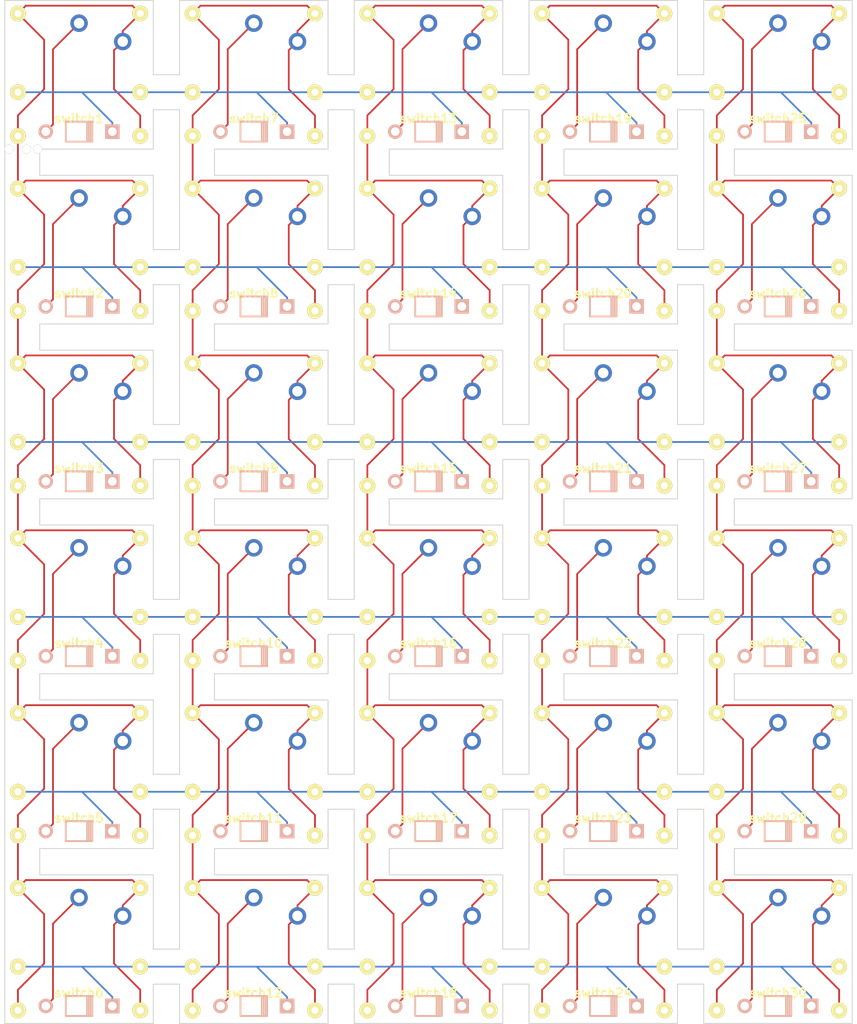
<source format=kicad_pcb>
(kicad_pcb (version 20171130) (host pcbnew "(5.1.5)-3")
  (layers (0 F.Cu signal) (31 B.Cu signal) (34 B.Paste user) (35 F.Paste user) (36 B.SilkS user) (37 F.SilkS user) (38 B.Mask user) (39 F.Mask user) (44 Edge.Cuts user))
  (net 0 "")
  (net 1 "Net-(J1-Pad1)")
  (net 2 "Net-(diode1-Pad2)")
  (net 3 "Net-(diode2-Pad2)")
  (net 4 "Net-(diode3-Pad2)")
  (net 5 "Net-(diode4-Pad2)")
  (net 6 "Net-(J100-Pad1)")
  (net 7 "Net-(diode5-Pad2)")
  (net 8 "Net-(diode6-Pad2)")
  (net 9 "Net-(diode7-Pad2)")
  (net 10 "Net-(diode8-Pad2)")
  (net 11 "Net-(diode9-Pad2)")
  (net 12 "Net-(diode10-Pad2)")
  (net 13 "Net-(diode11-Pad2)")
  (net 14 "Net-(diode12-Pad2)")
  (net 15 "Net-(diode13-Pad2)")
  (net 16 "Net-(diode14-Pad2)")
  (net 17 "Net-(diode15-Pad2)")
  (net 18 "Net-(diode16-Pad2)")
  (net 19 "Net-(diode17-Pad2)")
  (net 20 "Net-(diode18-Pad2)")
  (net 21 "Net-(diode19-Pad2)")
  (net 22 "Net-(diode20-Pad2)")
  (net 23 "Net-(diode21-Pad2)")
  (net 24 "Net-(diode22-Pad2)")
  (net 25 "Net-(diode23-Pad2)")
  (net 26 "Net-(diode24-Pad2)")
  (net 27 "Net-(diode25-Pad2)")
  (net 28 "Net-(diode26-Pad2)")
  (net 29 "Net-(diode27-Pad2)")
  (net 30 "Net-(diode28-Pad2)")
  (net 31 "Net-(diode29-Pad2)")
  (net 32 "Net-(diode30-Pad2)")
  (net 33 "Net-(J73-Pad1)")
  (net 34 "Net-(J121-Pad1)")
  (net 35 "Net-(J123-Pad1)")
  (net 36 "Net-(J125-Pad1)")
  (net 37 "Net-(J127-Pad1)")
  (net 38 "Net-(J129-Pad1)")
  (net 39 "Net-(J25-Pad1)")
  (net 40 "Net-(J49-Pad1)")
  (net 41 "Net-(J171-Pad1)")
  (module footprints:hole-three (layer F.Cu) (at 23.25 38.5)
    (fp_text reference Ref** hide)
    (fp_text value Val** hide)
    (pad "" thru_hole circle (at 2 0) (size 1 1) (drill 1) (layers *.Cu *.Mask))
    (pad "" thru_hole circle (at 0.75 0) (size 1 1) (drill 1) (layers *.Cu *.Mask))
    (pad "" thru_hole circle (at -1.25 0) (size 1 1) (drill 1) (layers *.Cu *.Mask))
  )
  (module footprints:choc-1-1 (layer F.Cu) (at 110 130)
    (fp_text reference switch30 (at 0 5 180) (layer F.SilkS) (effects (font (thickness 0.2))))
    (fp_text value switch hide)
    (pad "" np_thru_hole circle (at 0 0) (size 3.4 3.4) (drill 3.4) (layers *.Cu *.Mask))
    (pad "" np_thru_hole circle (at -5.22 4.2) (size 1.2 1.2) (drill 1.2) (layers *.Cu *.Mask))
    (pad "" np_thru_hole circle (at -5.5 0) (size 1.7 1.7) (drill 1.7) (layers *.Cu *.Mask))
    (pad "" np_thru_hole circle (at 5.22 4.2) (size 1.2 1.2) (drill 1.2) (layers *.Cu *.Mask))
    (pad "" np_thru_hole circle (at 5.5 0) (size 1.7 1.7) (drill 1.7) (layers *.Cu *.Mask))
    (pad 1 thru_hole circle (at 0 -5.9) (size 2 2) (drill 1.2) (layers *.Cu *.Mask) (net 32 "Net-(diode30-Pad2)"))
    (pad 2 thru_hole circle (at 5 -3.8) (size 2 2) (drill 1.2) (layers *.Cu *.Mask) (net 6 "Net-(J100-Pad1)"))
  )
  (module footprints:choc-1-1 (layer F.Cu) (at 110 110)
    (fp_text reference switch29 (at 0 5 180) (layer F.SilkS) (effects (font (thickness 0.2))))
    (fp_text value switch hide)
    (pad "" np_thru_hole circle (at 0 0) (size 3.4 3.4) (drill 3.4) (layers *.Cu *.Mask))
    (pad "" np_thru_hole circle (at -5.22 4.2) (size 1.2 1.2) (drill 1.2) (layers *.Cu *.Mask))
    (pad "" np_thru_hole circle (at -5.5 0) (size 1.7 1.7) (drill 1.7) (layers *.Cu *.Mask))
    (pad "" np_thru_hole circle (at 5.22 4.2) (size 1.2 1.2) (drill 1.2) (layers *.Cu *.Mask))
    (pad "" np_thru_hole circle (at 5.5 0) (size 1.7 1.7) (drill 1.7) (layers *.Cu *.Mask))
    (pad 1 thru_hole circle (at 0 -5.9) (size 2 2) (drill 1.2) (layers *.Cu *.Mask) (net 31 "Net-(diode29-Pad2)"))
    (pad 2 thru_hole circle (at 5 -3.8) (size 2 2) (drill 1.2) (layers *.Cu *.Mask) (net 6 "Net-(J100-Pad1)"))
  )
  (module footprints:choc-1-1 (layer F.Cu) (at 110 90)
    (fp_text reference switch28 (at 0 5 180) (layer F.SilkS) (effects (font (thickness 0.2))))
    (fp_text value switch hide)
    (pad "" np_thru_hole circle (at 0 0) (size 3.4 3.4) (drill 3.4) (layers *.Cu *.Mask))
    (pad "" np_thru_hole circle (at -5.22 4.2) (size 1.2 1.2) (drill 1.2) (layers *.Cu *.Mask))
    (pad "" np_thru_hole circle (at -5.5 0) (size 1.7 1.7) (drill 1.7) (layers *.Cu *.Mask))
    (pad "" np_thru_hole circle (at 5.22 4.2) (size 1.2 1.2) (drill 1.2) (layers *.Cu *.Mask))
    (pad "" np_thru_hole circle (at 5.5 0) (size 1.7 1.7) (drill 1.7) (layers *.Cu *.Mask))
    (pad 1 thru_hole circle (at 0 -5.9) (size 2 2) (drill 1.2) (layers *.Cu *.Mask) (net 30 "Net-(diode28-Pad2)"))
    (pad 2 thru_hole circle (at 5 -3.8) (size 2 2) (drill 1.2) (layers *.Cu *.Mask) (net 6 "Net-(J100-Pad1)"))
  )
  (module footprints:choc-1-1 (layer F.Cu) (at 110 70)
    (fp_text reference switch27 (at 0 5 180) (layer F.SilkS) (effects (font (thickness 0.2))))
    (fp_text value switch hide)
    (pad "" np_thru_hole circle (at 0 0) (size 3.4 3.4) (drill 3.4) (layers *.Cu *.Mask))
    (pad "" np_thru_hole circle (at -5.22 4.2) (size 1.2 1.2) (drill 1.2) (layers *.Cu *.Mask))
    (pad "" np_thru_hole circle (at -5.5 0) (size 1.7 1.7) (drill 1.7) (layers *.Cu *.Mask))
    (pad "" np_thru_hole circle (at 5.22 4.2) (size 1.2 1.2) (drill 1.2) (layers *.Cu *.Mask))
    (pad "" np_thru_hole circle (at 5.5 0) (size 1.7 1.7) (drill 1.7) (layers *.Cu *.Mask))
    (pad 1 thru_hole circle (at 0 -5.9) (size 2 2) (drill 1.2) (layers *.Cu *.Mask) (net 29 "Net-(diode27-Pad2)"))
    (pad 2 thru_hole circle (at 5 -3.8) (size 2 2) (drill 1.2) (layers *.Cu *.Mask) (net 6 "Net-(J100-Pad1)"))
  )
  (module footprints:choc-1-1 (layer F.Cu) (at 110 50)
    (fp_text reference switch26 (at 0 5 180) (layer F.SilkS) (effects (font (thickness 0.2))))
    (fp_text value switch hide)
    (pad "" np_thru_hole circle (at 0 0) (size 3.4 3.4) (drill 3.4) (layers *.Cu *.Mask))
    (pad "" np_thru_hole circle (at -5.22 4.2) (size 1.2 1.2) (drill 1.2) (layers *.Cu *.Mask))
    (pad "" np_thru_hole circle (at -5.5 0) (size 1.7 1.7) (drill 1.7) (layers *.Cu *.Mask))
    (pad "" np_thru_hole circle (at 5.22 4.2) (size 1.2 1.2) (drill 1.2) (layers *.Cu *.Mask))
    (pad "" np_thru_hole circle (at 5.5 0) (size 1.7 1.7) (drill 1.7) (layers *.Cu *.Mask))
    (pad 1 thru_hole circle (at 0 -5.9) (size 2 2) (drill 1.2) (layers *.Cu *.Mask) (net 28 "Net-(diode26-Pad2)"))
    (pad 2 thru_hole circle (at 5 -3.8) (size 2 2) (drill 1.2) (layers *.Cu *.Mask) (net 6 "Net-(J100-Pad1)"))
  )
  (module footprints:choc-1-1 (layer F.Cu) (at 110 30)
    (fp_text reference switch25 (at 0 5 180) (layer F.SilkS) (effects (font (thickness 0.2))))
    (fp_text value switch hide)
    (pad "" np_thru_hole circle (at 0 0) (size 3.4 3.4) (drill 3.4) (layers *.Cu *.Mask))
    (pad "" np_thru_hole circle (at -5.22 4.2) (size 1.2 1.2) (drill 1.2) (layers *.Cu *.Mask))
    (pad "" np_thru_hole circle (at -5.5 0) (size 1.7 1.7) (drill 1.7) (layers *.Cu *.Mask))
    (pad "" np_thru_hole circle (at 5.22 4.2) (size 1.2 1.2) (drill 1.2) (layers *.Cu *.Mask))
    (pad "" np_thru_hole circle (at 5.5 0) (size 1.7 1.7) (drill 1.7) (layers *.Cu *.Mask))
    (pad 1 thru_hole circle (at 0 -5.9) (size 2 2) (drill 1.2) (layers *.Cu *.Mask) (net 27 "Net-(diode25-Pad2)"))
    (pad 2 thru_hole circle (at 5 -3.8) (size 2 2) (drill 1.2) (layers *.Cu *.Mask) (net 6 "Net-(J100-Pad1)"))
  )
  (module footprints:choc-1-1 (layer F.Cu) (at 90 130)
    (fp_text reference switch24 (at 0 5 180) (layer F.SilkS) (effects (font (thickness 0.2))))
    (fp_text value switch hide)
    (pad "" np_thru_hole circle (at 0 0) (size 3.4 3.4) (drill 3.4) (layers *.Cu *.Mask))
    (pad "" np_thru_hole circle (at -5.22 4.2) (size 1.2 1.2) (drill 1.2) (layers *.Cu *.Mask))
    (pad "" np_thru_hole circle (at -5.5 0) (size 1.7 1.7) (drill 1.7) (layers *.Cu *.Mask))
    (pad "" np_thru_hole circle (at 5.22 4.2) (size 1.2 1.2) (drill 1.2) (layers *.Cu *.Mask))
    (pad "" np_thru_hole circle (at 5.5 0) (size 1.7 1.7) (drill 1.7) (layers *.Cu *.Mask))
    (pad 1 thru_hole circle (at 0 -5.9) (size 2 2) (drill 1.2) (layers *.Cu *.Mask) (net 26 "Net-(diode24-Pad2)"))
    (pad 2 thru_hole circle (at 5 -3.8) (size 2 2) (drill 1.2) (layers *.Cu *.Mask) (net 33 "Net-(J73-Pad1)"))
  )
  (module footprints:choc-1-1 (layer F.Cu) (at 90 110)
    (fp_text reference switch23 (at 0 5 180) (layer F.SilkS) (effects (font (thickness 0.2))))
    (fp_text value switch hide)
    (pad "" np_thru_hole circle (at 0 0) (size 3.4 3.4) (drill 3.4) (layers *.Cu *.Mask))
    (pad "" np_thru_hole circle (at -5.22 4.2) (size 1.2 1.2) (drill 1.2) (layers *.Cu *.Mask))
    (pad "" np_thru_hole circle (at -5.5 0) (size 1.7 1.7) (drill 1.7) (layers *.Cu *.Mask))
    (pad "" np_thru_hole circle (at 5.22 4.2) (size 1.2 1.2) (drill 1.2) (layers *.Cu *.Mask))
    (pad "" np_thru_hole circle (at 5.5 0) (size 1.7 1.7) (drill 1.7) (layers *.Cu *.Mask))
    (pad 1 thru_hole circle (at 0 -5.9) (size 2 2) (drill 1.2) (layers *.Cu *.Mask) (net 25 "Net-(diode23-Pad2)"))
    (pad 2 thru_hole circle (at 5 -3.8) (size 2 2) (drill 1.2) (layers *.Cu *.Mask) (net 33 "Net-(J73-Pad1)"))
  )
  (module footprints:choc-1-1 (layer F.Cu) (at 90 90)
    (fp_text reference switch22 (at 0 5 180) (layer F.SilkS) (effects (font (thickness 0.2))))
    (fp_text value switch hide)
    (pad "" np_thru_hole circle (at 0 0) (size 3.4 3.4) (drill 3.4) (layers *.Cu *.Mask))
    (pad "" np_thru_hole circle (at -5.22 4.2) (size 1.2 1.2) (drill 1.2) (layers *.Cu *.Mask))
    (pad "" np_thru_hole circle (at -5.5 0) (size 1.7 1.7) (drill 1.7) (layers *.Cu *.Mask))
    (pad "" np_thru_hole circle (at 5.22 4.2) (size 1.2 1.2) (drill 1.2) (layers *.Cu *.Mask))
    (pad "" np_thru_hole circle (at 5.5 0) (size 1.7 1.7) (drill 1.7) (layers *.Cu *.Mask))
    (pad 1 thru_hole circle (at 0 -5.9) (size 2 2) (drill 1.2) (layers *.Cu *.Mask) (net 24 "Net-(diode22-Pad2)"))
    (pad 2 thru_hole circle (at 5 -3.8) (size 2 2) (drill 1.2) (layers *.Cu *.Mask) (net 33 "Net-(J73-Pad1)"))
  )
  (module footprints:choc-1-1 (layer F.Cu) (at 90 70)
    (fp_text reference switch21 (at 0 5 180) (layer F.SilkS) (effects (font (thickness 0.2))))
    (fp_text value switch hide)
    (pad "" np_thru_hole circle (at 0 0) (size 3.4 3.4) (drill 3.4) (layers *.Cu *.Mask))
    (pad "" np_thru_hole circle (at -5.22 4.2) (size 1.2 1.2) (drill 1.2) (layers *.Cu *.Mask))
    (pad "" np_thru_hole circle (at -5.5 0) (size 1.7 1.7) (drill 1.7) (layers *.Cu *.Mask))
    (pad "" np_thru_hole circle (at 5.22 4.2) (size 1.2 1.2) (drill 1.2) (layers *.Cu *.Mask))
    (pad "" np_thru_hole circle (at 5.5 0) (size 1.7 1.7) (drill 1.7) (layers *.Cu *.Mask))
    (pad 1 thru_hole circle (at 0 -5.9) (size 2 2) (drill 1.2) (layers *.Cu *.Mask) (net 23 "Net-(diode21-Pad2)"))
    (pad 2 thru_hole circle (at 5 -3.8) (size 2 2) (drill 1.2) (layers *.Cu *.Mask) (net 33 "Net-(J73-Pad1)"))
  )
  (module footprints:choc-1-1 (layer F.Cu) (at 90 50)
    (fp_text reference switch20 (at 0 5 180) (layer F.SilkS) (effects (font (thickness 0.2))))
    (fp_text value switch hide)
    (pad "" np_thru_hole circle (at 0 0) (size 3.4 3.4) (drill 3.4) (layers *.Cu *.Mask))
    (pad "" np_thru_hole circle (at -5.22 4.2) (size 1.2 1.2) (drill 1.2) (layers *.Cu *.Mask))
    (pad "" np_thru_hole circle (at -5.5 0) (size 1.7 1.7) (drill 1.7) (layers *.Cu *.Mask))
    (pad "" np_thru_hole circle (at 5.22 4.2) (size 1.2 1.2) (drill 1.2) (layers *.Cu *.Mask))
    (pad "" np_thru_hole circle (at 5.5 0) (size 1.7 1.7) (drill 1.7) (layers *.Cu *.Mask))
    (pad 1 thru_hole circle (at 0 -5.9) (size 2 2) (drill 1.2) (layers *.Cu *.Mask) (net 22 "Net-(diode20-Pad2)"))
    (pad 2 thru_hole circle (at 5 -3.8) (size 2 2) (drill 1.2) (layers *.Cu *.Mask) (net 33 "Net-(J73-Pad1)"))
  )
  (module footprints:choc-1-1 (layer F.Cu) (at 90 30)
    (fp_text reference switch19 (at 0 5 180) (layer F.SilkS) (effects (font (thickness 0.2))))
    (fp_text value switch hide)
    (pad "" np_thru_hole circle (at 0 0) (size 3.4 3.4) (drill 3.4) (layers *.Cu *.Mask))
    (pad "" np_thru_hole circle (at -5.22 4.2) (size 1.2 1.2) (drill 1.2) (layers *.Cu *.Mask))
    (pad "" np_thru_hole circle (at -5.5 0) (size 1.7 1.7) (drill 1.7) (layers *.Cu *.Mask))
    (pad "" np_thru_hole circle (at 5.22 4.2) (size 1.2 1.2) (drill 1.2) (layers *.Cu *.Mask))
    (pad "" np_thru_hole circle (at 5.5 0) (size 1.7 1.7) (drill 1.7) (layers *.Cu *.Mask))
    (pad 1 thru_hole circle (at 0 -5.9) (size 2 2) (drill 1.2) (layers *.Cu *.Mask) (net 21 "Net-(diode19-Pad2)"))
    (pad 2 thru_hole circle (at 5 -3.8) (size 2 2) (drill 1.2) (layers *.Cu *.Mask) (net 33 "Net-(J73-Pad1)"))
  )
  (module footprints:choc-1-1 (layer F.Cu) (at 70 130)
    (fp_text reference switch18 (at 0 5 180) (layer F.SilkS) (effects (font (thickness 0.2))))
    (fp_text value switch hide)
    (pad "" np_thru_hole circle (at 0 0) (size 3.4 3.4) (drill 3.4) (layers *.Cu *.Mask))
    (pad "" np_thru_hole circle (at -5.22 4.2) (size 1.2 1.2) (drill 1.2) (layers *.Cu *.Mask))
    (pad "" np_thru_hole circle (at -5.5 0) (size 1.7 1.7) (drill 1.7) (layers *.Cu *.Mask))
    (pad "" np_thru_hole circle (at 5.22 4.2) (size 1.2 1.2) (drill 1.2) (layers *.Cu *.Mask))
    (pad "" np_thru_hole circle (at 5.5 0) (size 1.7 1.7) (drill 1.7) (layers *.Cu *.Mask))
    (pad 1 thru_hole circle (at 0 -5.9) (size 2 2) (drill 1.2) (layers *.Cu *.Mask) (net 20 "Net-(diode18-Pad2)"))
    (pad 2 thru_hole circle (at 5 -3.8) (size 2 2) (drill 1.2) (layers *.Cu *.Mask) (net 40 "Net-(J49-Pad1)"))
  )
  (module footprints:choc-1-1 (layer F.Cu) (at 70 110)
    (fp_text reference switch17 (at 0 5 180) (layer F.SilkS) (effects (font (thickness 0.2))))
    (fp_text value switch hide)
    (pad "" np_thru_hole circle (at 0 0) (size 3.4 3.4) (drill 3.4) (layers *.Cu *.Mask))
    (pad "" np_thru_hole circle (at -5.22 4.2) (size 1.2 1.2) (drill 1.2) (layers *.Cu *.Mask))
    (pad "" np_thru_hole circle (at -5.5 0) (size 1.7 1.7) (drill 1.7) (layers *.Cu *.Mask))
    (pad "" np_thru_hole circle (at 5.22 4.2) (size 1.2 1.2) (drill 1.2) (layers *.Cu *.Mask))
    (pad "" np_thru_hole circle (at 5.5 0) (size 1.7 1.7) (drill 1.7) (layers *.Cu *.Mask))
    (pad 1 thru_hole circle (at 0 -5.9) (size 2 2) (drill 1.2) (layers *.Cu *.Mask) (net 19 "Net-(diode17-Pad2)"))
    (pad 2 thru_hole circle (at 5 -3.8) (size 2 2) (drill 1.2) (layers *.Cu *.Mask) (net 40 "Net-(J49-Pad1)"))
  )
  (module footprints:choc-1-1 (layer F.Cu) (at 70 90)
    (fp_text reference switch16 (at 0 5 180) (layer F.SilkS) (effects (font (thickness 0.2))))
    (fp_text value switch hide)
    (pad "" np_thru_hole circle (at 0 0) (size 3.4 3.4) (drill 3.4) (layers *.Cu *.Mask))
    (pad "" np_thru_hole circle (at -5.22 4.2) (size 1.2 1.2) (drill 1.2) (layers *.Cu *.Mask))
    (pad "" np_thru_hole circle (at -5.5 0) (size 1.7 1.7) (drill 1.7) (layers *.Cu *.Mask))
    (pad "" np_thru_hole circle (at 5.22 4.2) (size 1.2 1.2) (drill 1.2) (layers *.Cu *.Mask))
    (pad "" np_thru_hole circle (at 5.5 0) (size 1.7 1.7) (drill 1.7) (layers *.Cu *.Mask))
    (pad 1 thru_hole circle (at 0 -5.9) (size 2 2) (drill 1.2) (layers *.Cu *.Mask) (net 18 "Net-(diode16-Pad2)"))
    (pad 2 thru_hole circle (at 5 -3.8) (size 2 2) (drill 1.2) (layers *.Cu *.Mask) (net 40 "Net-(J49-Pad1)"))
  )
  (module footprints:choc-1-1 (layer F.Cu) (at 70 70)
    (fp_text reference switch15 (at 0 5 180) (layer F.SilkS) (effects (font (thickness 0.2))))
    (fp_text value switch hide)
    (pad "" np_thru_hole circle (at 0 0) (size 3.4 3.4) (drill 3.4) (layers *.Cu *.Mask))
    (pad "" np_thru_hole circle (at -5.22 4.2) (size 1.2 1.2) (drill 1.2) (layers *.Cu *.Mask))
    (pad "" np_thru_hole circle (at -5.5 0) (size 1.7 1.7) (drill 1.7) (layers *.Cu *.Mask))
    (pad "" np_thru_hole circle (at 5.22 4.2) (size 1.2 1.2) (drill 1.2) (layers *.Cu *.Mask))
    (pad "" np_thru_hole circle (at 5.5 0) (size 1.7 1.7) (drill 1.7) (layers *.Cu *.Mask))
    (pad 1 thru_hole circle (at 0 -5.9) (size 2 2) (drill 1.2) (layers *.Cu *.Mask) (net 17 "Net-(diode15-Pad2)"))
    (pad 2 thru_hole circle (at 5 -3.8) (size 2 2) (drill 1.2) (layers *.Cu *.Mask) (net 40 "Net-(J49-Pad1)"))
  )
  (module footprints:choc-1-1 (layer F.Cu) (at 70 50)
    (fp_text reference switch14 (at 0 5 180) (layer F.SilkS) (effects (font (thickness 0.2))))
    (fp_text value switch hide)
    (pad "" np_thru_hole circle (at 0 0) (size 3.4 3.4) (drill 3.4) (layers *.Cu *.Mask))
    (pad "" np_thru_hole circle (at -5.22 4.2) (size 1.2 1.2) (drill 1.2) (layers *.Cu *.Mask))
    (pad "" np_thru_hole circle (at -5.5 0) (size 1.7 1.7) (drill 1.7) (layers *.Cu *.Mask))
    (pad "" np_thru_hole circle (at 5.22 4.2) (size 1.2 1.2) (drill 1.2) (layers *.Cu *.Mask))
    (pad "" np_thru_hole circle (at 5.5 0) (size 1.7 1.7) (drill 1.7) (layers *.Cu *.Mask))
    (pad 1 thru_hole circle (at 0 -5.9) (size 2 2) (drill 1.2) (layers *.Cu *.Mask) (net 16 "Net-(diode14-Pad2)"))
    (pad 2 thru_hole circle (at 5 -3.8) (size 2 2) (drill 1.2) (layers *.Cu *.Mask) (net 40 "Net-(J49-Pad1)"))
  )
  (module footprints:choc-1-1 (layer F.Cu) (at 70 30)
    (fp_text reference switch13 (at 0 5 180) (layer F.SilkS) (effects (font (thickness 0.2))))
    (fp_text value switch hide)
    (pad "" np_thru_hole circle (at 0 0) (size 3.4 3.4) (drill 3.4) (layers *.Cu *.Mask))
    (pad "" np_thru_hole circle (at -5.22 4.2) (size 1.2 1.2) (drill 1.2) (layers *.Cu *.Mask))
    (pad "" np_thru_hole circle (at -5.5 0) (size 1.7 1.7) (drill 1.7) (layers *.Cu *.Mask))
    (pad "" np_thru_hole circle (at 5.22 4.2) (size 1.2 1.2) (drill 1.2) (layers *.Cu *.Mask))
    (pad "" np_thru_hole circle (at 5.5 0) (size 1.7 1.7) (drill 1.7) (layers *.Cu *.Mask))
    (pad 1 thru_hole circle (at 0 -5.9) (size 2 2) (drill 1.2) (layers *.Cu *.Mask) (net 15 "Net-(diode13-Pad2)"))
    (pad 2 thru_hole circle (at 5 -3.8) (size 2 2) (drill 1.2) (layers *.Cu *.Mask) (net 40 "Net-(J49-Pad1)"))
  )
  (module footprints:choc-1-1 (layer F.Cu) (at 50 130)
    (fp_text reference switch12 (at 0 5 180) (layer F.SilkS) (effects (font (thickness 0.2))))
    (fp_text value switch hide)
    (pad "" np_thru_hole circle (at 0 0) (size 3.4 3.4) (drill 3.4) (layers *.Cu *.Mask))
    (pad "" np_thru_hole circle (at -5.22 4.2) (size 1.2 1.2) (drill 1.2) (layers *.Cu *.Mask))
    (pad "" np_thru_hole circle (at -5.5 0) (size 1.7 1.7) (drill 1.7) (layers *.Cu *.Mask))
    (pad "" np_thru_hole circle (at 5.22 4.2) (size 1.2 1.2) (drill 1.2) (layers *.Cu *.Mask))
    (pad "" np_thru_hole circle (at 5.5 0) (size 1.7 1.7) (drill 1.7) (layers *.Cu *.Mask))
    (pad 1 thru_hole circle (at 0 -5.9) (size 2 2) (drill 1.2) (layers *.Cu *.Mask) (net 14 "Net-(diode12-Pad2)"))
    (pad 2 thru_hole circle (at 5 -3.8) (size 2 2) (drill 1.2) (layers *.Cu *.Mask) (net 39 "Net-(J25-Pad1)"))
  )
  (module footprints:choc-1-1 (layer F.Cu) (at 50 110)
    (fp_text reference switch11 (at 0 5 180) (layer F.SilkS) (effects (font (thickness 0.2))))
    (fp_text value switch hide)
    (pad "" np_thru_hole circle (at 0 0) (size 3.4 3.4) (drill 3.4) (layers *.Cu *.Mask))
    (pad "" np_thru_hole circle (at -5.22 4.2) (size 1.2 1.2) (drill 1.2) (layers *.Cu *.Mask))
    (pad "" np_thru_hole circle (at -5.5 0) (size 1.7 1.7) (drill 1.7) (layers *.Cu *.Mask))
    (pad "" np_thru_hole circle (at 5.22 4.2) (size 1.2 1.2) (drill 1.2) (layers *.Cu *.Mask))
    (pad "" np_thru_hole circle (at 5.5 0) (size 1.7 1.7) (drill 1.7) (layers *.Cu *.Mask))
    (pad 1 thru_hole circle (at 0 -5.9) (size 2 2) (drill 1.2) (layers *.Cu *.Mask) (net 13 "Net-(diode11-Pad2)"))
    (pad 2 thru_hole circle (at 5 -3.8) (size 2 2) (drill 1.2) (layers *.Cu *.Mask) (net 39 "Net-(J25-Pad1)"))
  )
  (module footprints:choc-1-1 (layer F.Cu) (at 50 90)
    (fp_text reference switch10 (at 0 5 180) (layer F.SilkS) (effects (font (thickness 0.2))))
    (fp_text value switch hide)
    (pad "" np_thru_hole circle (at 0 0) (size 3.4 3.4) (drill 3.4) (layers *.Cu *.Mask))
    (pad "" np_thru_hole circle (at -5.22 4.2) (size 1.2 1.2) (drill 1.2) (layers *.Cu *.Mask))
    (pad "" np_thru_hole circle (at -5.5 0) (size 1.7 1.7) (drill 1.7) (layers *.Cu *.Mask))
    (pad "" np_thru_hole circle (at 5.22 4.2) (size 1.2 1.2) (drill 1.2) (layers *.Cu *.Mask))
    (pad "" np_thru_hole circle (at 5.5 0) (size 1.7 1.7) (drill 1.7) (layers *.Cu *.Mask))
    (pad 1 thru_hole circle (at 0 -5.9) (size 2 2) (drill 1.2) (layers *.Cu *.Mask) (net 12 "Net-(diode10-Pad2)"))
    (pad 2 thru_hole circle (at 5 -3.8) (size 2 2) (drill 1.2) (layers *.Cu *.Mask) (net 39 "Net-(J25-Pad1)"))
  )
  (module footprints:choc-1-1 (layer F.Cu) (at 50 70)
    (fp_text reference switch9 (at 0 5 180) (layer F.SilkS) (effects (font (thickness 0.2))))
    (fp_text value switch hide)
    (pad "" np_thru_hole circle (at 0 0) (size 3.4 3.4) (drill 3.4) (layers *.Cu *.Mask))
    (pad "" np_thru_hole circle (at -5.22 4.2) (size 1.2 1.2) (drill 1.2) (layers *.Cu *.Mask))
    (pad "" np_thru_hole circle (at -5.5 0) (size 1.7 1.7) (drill 1.7) (layers *.Cu *.Mask))
    (pad "" np_thru_hole circle (at 5.22 4.2) (size 1.2 1.2) (drill 1.2) (layers *.Cu *.Mask))
    (pad "" np_thru_hole circle (at 5.5 0) (size 1.7 1.7) (drill 1.7) (layers *.Cu *.Mask))
    (pad 1 thru_hole circle (at 0 -5.9) (size 2 2) (drill 1.2) (layers *.Cu *.Mask) (net 11 "Net-(diode9-Pad2)"))
    (pad 2 thru_hole circle (at 5 -3.8) (size 2 2) (drill 1.2) (layers *.Cu *.Mask) (net 39 "Net-(J25-Pad1)"))
  )
  (module footprints:choc-1-1 (layer F.Cu) (at 50 50)
    (fp_text reference switch8 (at 0 5 180) (layer F.SilkS) (effects (font (thickness 0.2))))
    (fp_text value switch hide)
    (pad "" np_thru_hole circle (at 0 0) (size 3.4 3.4) (drill 3.4) (layers *.Cu *.Mask))
    (pad "" np_thru_hole circle (at -5.22 4.2) (size 1.2 1.2) (drill 1.2) (layers *.Cu *.Mask))
    (pad "" np_thru_hole circle (at -5.5 0) (size 1.7 1.7) (drill 1.7) (layers *.Cu *.Mask))
    (pad "" np_thru_hole circle (at 5.22 4.2) (size 1.2 1.2) (drill 1.2) (layers *.Cu *.Mask))
    (pad "" np_thru_hole circle (at 5.5 0) (size 1.7 1.7) (drill 1.7) (layers *.Cu *.Mask))
    (pad 1 thru_hole circle (at 0 -5.9) (size 2 2) (drill 1.2) (layers *.Cu *.Mask) (net 10 "Net-(diode8-Pad2)"))
    (pad 2 thru_hole circle (at 5 -3.8) (size 2 2) (drill 1.2) (layers *.Cu *.Mask) (net 39 "Net-(J25-Pad1)"))
  )
  (module footprints:choc-1-1 (layer F.Cu) (at 50 30)
    (fp_text reference switch7 (at 0 5 180) (layer F.SilkS) (effects (font (thickness 0.2))))
    (fp_text value switch hide)
    (pad "" np_thru_hole circle (at 0 0) (size 3.4 3.4) (drill 3.4) (layers *.Cu *.Mask))
    (pad "" np_thru_hole circle (at -5.22 4.2) (size 1.2 1.2) (drill 1.2) (layers *.Cu *.Mask))
    (pad "" np_thru_hole circle (at -5.5 0) (size 1.7 1.7) (drill 1.7) (layers *.Cu *.Mask))
    (pad "" np_thru_hole circle (at 5.22 4.2) (size 1.2 1.2) (drill 1.2) (layers *.Cu *.Mask))
    (pad "" np_thru_hole circle (at 5.5 0) (size 1.7 1.7) (drill 1.7) (layers *.Cu *.Mask))
    (pad 1 thru_hole circle (at 0 -5.9) (size 2 2) (drill 1.2) (layers *.Cu *.Mask) (net 9 "Net-(diode7-Pad2)"))
    (pad 2 thru_hole circle (at 5 -3.8) (size 2 2) (drill 1.2) (layers *.Cu *.Mask) (net 39 "Net-(J25-Pad1)"))
  )
  (module footprints:choc-1-1 (layer F.Cu) (at 30 130)
    (fp_text reference switch6 (at 0 5 180) (layer F.SilkS) (effects (font (thickness 0.2))))
    (fp_text value switch hide)
    (pad "" np_thru_hole circle (at 0 0) (size 3.4 3.4) (drill 3.4) (layers *.Cu *.Mask))
    (pad "" np_thru_hole circle (at -5.22 4.2) (size 1.2 1.2) (drill 1.2) (layers *.Cu *.Mask))
    (pad "" np_thru_hole circle (at -5.5 0) (size 1.7 1.7) (drill 1.7) (layers *.Cu *.Mask))
    (pad "" np_thru_hole circle (at 5.22 4.2) (size 1.2 1.2) (drill 1.2) (layers *.Cu *.Mask))
    (pad "" np_thru_hole circle (at 5.5 0) (size 1.7 1.7) (drill 1.7) (layers *.Cu *.Mask))
    (pad 1 thru_hole circle (at 0 -5.9) (size 2 2) (drill 1.2) (layers *.Cu *.Mask) (net 8 "Net-(diode6-Pad2)"))
    (pad 2 thru_hole circle (at 5 -3.8) (size 2 2) (drill 1.2) (layers *.Cu *.Mask) (net 1 "Net-(J1-Pad1)"))
  )
  (module footprints:choc-1-1 (layer F.Cu) (at 30 110)
    (fp_text reference switch5 (at 0 5 180) (layer F.SilkS) (effects (font (thickness 0.2))))
    (fp_text value switch hide)
    (pad "" np_thru_hole circle (at 0 0) (size 3.4 3.4) (drill 3.4) (layers *.Cu *.Mask))
    (pad "" np_thru_hole circle (at -5.22 4.2) (size 1.2 1.2) (drill 1.2) (layers *.Cu *.Mask))
    (pad "" np_thru_hole circle (at -5.5 0) (size 1.7 1.7) (drill 1.7) (layers *.Cu *.Mask))
    (pad "" np_thru_hole circle (at 5.22 4.2) (size 1.2 1.2) (drill 1.2) (layers *.Cu *.Mask))
    (pad "" np_thru_hole circle (at 5.5 0) (size 1.7 1.7) (drill 1.7) (layers *.Cu *.Mask))
    (pad 1 thru_hole circle (at 0 -5.9) (size 2 2) (drill 1.2) (layers *.Cu *.Mask) (net 7 "Net-(diode5-Pad2)"))
    (pad 2 thru_hole circle (at 5 -3.8) (size 2 2) (drill 1.2) (layers *.Cu *.Mask) (net 1 "Net-(J1-Pad1)"))
  )
  (module footprints:choc-1-1 (layer F.Cu) (at 30 90)
    (fp_text reference switch4 (at 0 5 180) (layer F.SilkS) (effects (font (thickness 0.2))))
    (fp_text value switch hide)
    (pad "" np_thru_hole circle (at 0 0) (size 3.4 3.4) (drill 3.4) (layers *.Cu *.Mask))
    (pad "" np_thru_hole circle (at -5.22 4.2) (size 1.2 1.2) (drill 1.2) (layers *.Cu *.Mask))
    (pad "" np_thru_hole circle (at -5.5 0) (size 1.7 1.7) (drill 1.7) (layers *.Cu *.Mask))
    (pad "" np_thru_hole circle (at 5.22 4.2) (size 1.2 1.2) (drill 1.2) (layers *.Cu *.Mask))
    (pad "" np_thru_hole circle (at 5.5 0) (size 1.7 1.7) (drill 1.7) (layers *.Cu *.Mask))
    (pad 1 thru_hole circle (at 0 -5.9) (size 2 2) (drill 1.2) (layers *.Cu *.Mask) (net 5 "Net-(diode4-Pad2)"))
    (pad 2 thru_hole circle (at 5 -3.8) (size 2 2) (drill 1.2) (layers *.Cu *.Mask) (net 1 "Net-(J1-Pad1)"))
  )
  (module footprints:choc-1-1 (layer F.Cu) (at 30 70)
    (fp_text reference switch3 (at 0 5 180) (layer F.SilkS) (effects (font (thickness 0.2))))
    (fp_text value switch hide)
    (pad "" np_thru_hole circle (at 0 0) (size 3.4 3.4) (drill 3.4) (layers *.Cu *.Mask))
    (pad "" np_thru_hole circle (at -5.22 4.2) (size 1.2 1.2) (drill 1.2) (layers *.Cu *.Mask))
    (pad "" np_thru_hole circle (at -5.5 0) (size 1.7 1.7) (drill 1.7) (layers *.Cu *.Mask))
    (pad "" np_thru_hole circle (at 5.22 4.2) (size 1.2 1.2) (drill 1.2) (layers *.Cu *.Mask))
    (pad "" np_thru_hole circle (at 5.5 0) (size 1.7 1.7) (drill 1.7) (layers *.Cu *.Mask))
    (pad 1 thru_hole circle (at 0 -5.9) (size 2 2) (drill 1.2) (layers *.Cu *.Mask) (net 4 "Net-(diode3-Pad2)"))
    (pad 2 thru_hole circle (at 5 -3.8) (size 2 2) (drill 1.2) (layers *.Cu *.Mask) (net 1 "Net-(J1-Pad1)"))
  )
  (module footprints:choc-1-1 (layer F.Cu) (at 30 50)
    (fp_text reference switch2 (at 0 5 180) (layer F.SilkS) (effects (font (thickness 0.2))))
    (fp_text value switch hide)
    (pad "" np_thru_hole circle (at 0 0) (size 3.4 3.4) (drill 3.4) (layers *.Cu *.Mask))
    (pad "" np_thru_hole circle (at -5.22 4.2) (size 1.2 1.2) (drill 1.2) (layers *.Cu *.Mask))
    (pad "" np_thru_hole circle (at -5.5 0) (size 1.7 1.7) (drill 1.7) (layers *.Cu *.Mask))
    (pad "" np_thru_hole circle (at 5.22 4.2) (size 1.2 1.2) (drill 1.2) (layers *.Cu *.Mask))
    (pad "" np_thru_hole circle (at 5.5 0) (size 1.7 1.7) (drill 1.7) (layers *.Cu *.Mask))
    (pad 1 thru_hole circle (at 0 -5.9) (size 2 2) (drill 1.2) (layers *.Cu *.Mask) (net 3 "Net-(diode2-Pad2)"))
    (pad 2 thru_hole circle (at 5 -3.8) (size 2 2) (drill 1.2) (layers *.Cu *.Mask) (net 1 "Net-(J1-Pad1)"))
  )
  (module footprints:choc-1-1 (layer F.Cu) (at 30 30)
    (fp_text reference switch1 (at 0 5 180) (layer F.SilkS) (effects (font (thickness 0.2))))
    (fp_text value switch hide)
    (pad "" np_thru_hole circle (at 0 0) (size 3.4 3.4) (drill 3.4) (layers *.Cu *.Mask))
    (pad "" np_thru_hole circle (at -5.22 4.2) (size 1.2 1.2) (drill 1.2) (layers *.Cu *.Mask))
    (pad "" np_thru_hole circle (at -5.5 0) (size 1.7 1.7) (drill 1.7) (layers *.Cu *.Mask))
    (pad "" np_thru_hole circle (at 5.22 4.2) (size 1.2 1.2) (drill 1.2) (layers *.Cu *.Mask))
    (pad "" np_thru_hole circle (at 5.5 0) (size 1.7 1.7) (drill 1.7) (layers *.Cu *.Mask))
    (pad 1 thru_hole circle (at 0 -5.9) (size 2 2) (drill 1.2) (layers *.Cu *.Mask) (net 2 "Net-(diode1-Pad2)"))
    (pad 2 thru_hole circle (at 5 -3.8) (size 2 2) (drill 1.2) (layers *.Cu *.Mask) (net 1 "Net-(J1-Pad1)"))
  )
  (module footprints:wirepad (layer F.Cu) (at 117 132)
    (fp_text reference J180 hide)
    (fp_text value Conn_01x01 hide)
    (pad 1 thru_hole circle (at 0 0) (size 1.8 1.8) (drill 0.8) (layers *.Cu *.Mask F.SilkS) (net 41 "Net-(J171-Pad1)"))
  )
  (module footprints:wirepad (layer F.Cu) (at 103 132)
    (fp_text reference J179 hide)
    (fp_text value Conn_01x01 hide)
    (pad 1 thru_hole circle (at 0 0) (size 1.8 1.8) (drill 0.8) (layers *.Cu *.Mask F.SilkS) (net 41 "Net-(J171-Pad1)"))
  )
  (module footprints:wirepad (layer F.Cu) (at 97 132)
    (fp_text reference J178 hide)
    (fp_text value Conn_01x01 hide)
    (pad 1 thru_hole circle (at 0 0) (size 1.8 1.8) (drill 0.8) (layers *.Cu *.Mask F.SilkS) (net 41 "Net-(J171-Pad1)"))
  )
  (module footprints:wirepad (layer F.Cu) (at 83 132)
    (fp_text reference J177 hide)
    (fp_text value Conn_01x01 hide)
    (pad 1 thru_hole circle (at 0 0) (size 1.8 1.8) (drill 0.8) (layers *.Cu *.Mask F.SilkS) (net 41 "Net-(J171-Pad1)"))
  )
  (module footprints:wirepad (layer F.Cu) (at 77 132)
    (fp_text reference J176 hide)
    (fp_text value Conn_01x01 hide)
    (pad 1 thru_hole circle (at 0 0) (size 1.8 1.8) (drill 0.8) (layers *.Cu *.Mask F.SilkS) (net 41 "Net-(J171-Pad1)"))
  )
  (module footprints:wirepad (layer F.Cu) (at 63 132)
    (fp_text reference J175 hide)
    (fp_text value Conn_01x01 hide)
    (pad 1 thru_hole circle (at 0 0) (size 1.8 1.8) (drill 0.8) (layers *.Cu *.Mask F.SilkS) (net 41 "Net-(J171-Pad1)"))
  )
  (module footprints:wirepad (layer F.Cu) (at 57 132)
    (fp_text reference J174 hide)
    (fp_text value Conn_01x01 hide)
    (pad 1 thru_hole circle (at 0 0) (size 1.8 1.8) (drill 0.8) (layers *.Cu *.Mask F.SilkS) (net 41 "Net-(J171-Pad1)"))
  )
  (module footprints:wirepad (layer F.Cu) (at 43 132)
    (fp_text reference J173 hide)
    (fp_text value Conn_01x01 hide)
    (pad 1 thru_hole circle (at 0 0) (size 1.8 1.8) (drill 0.8) (layers *.Cu *.Mask F.SilkS) (net 41 "Net-(J171-Pad1)"))
  )
  (module footprints:wirepad (layer F.Cu) (at 37 132)
    (fp_text reference J172 hide)
    (fp_text value Conn_01x01 hide)
    (pad 1 thru_hole circle (at 0 0) (size 1.8 1.8) (drill 0.8) (layers *.Cu *.Mask F.SilkS) (net 41 "Net-(J171-Pad1)"))
  )
  (module footprints:wirepad (layer F.Cu) (at 23 132)
    (fp_text reference J171 hide)
    (fp_text value Conn_01x01 hide)
    (pad 1 thru_hole circle (at 0 0) (size 1.8 1.8) (drill 0.8) (layers *.Cu *.Mask F.SilkS) (net 41 "Net-(J171-Pad1)"))
  )
  (module footprints:wirepad (layer F.Cu) (at 117 112)
    (fp_text reference J170 hide)
    (fp_text value Conn_01x01 hide)
    (pad 1 thru_hole circle (at 0 0) (size 1.8 1.8) (drill 0.8) (layers *.Cu *.Mask F.SilkS) (net 38 "Net-(J129-Pad1)"))
  )
  (module footprints:wirepad (layer F.Cu) (at 103 112)
    (fp_text reference J169 hide)
    (fp_text value Conn_01x01 hide)
    (pad 1 thru_hole circle (at 0 0) (size 1.8 1.8) (drill 0.8) (layers *.Cu *.Mask F.SilkS) (net 38 "Net-(J129-Pad1)"))
  )
  (module footprints:wirepad (layer F.Cu) (at 117 92)
    (fp_text reference J168 hide)
    (fp_text value Conn_01x01 hide)
    (pad 1 thru_hole circle (at 0 0) (size 1.8 1.8) (drill 0.8) (layers *.Cu *.Mask F.SilkS) (net 37 "Net-(J127-Pad1)"))
  )
  (module footprints:wirepad (layer F.Cu) (at 103 92)
    (fp_text reference J167 hide)
    (fp_text value Conn_01x01 hide)
    (pad 1 thru_hole circle (at 0 0) (size 1.8 1.8) (drill 0.8) (layers *.Cu *.Mask F.SilkS) (net 37 "Net-(J127-Pad1)"))
  )
  (module footprints:wirepad (layer F.Cu) (at 117 72)
    (fp_text reference J166 hide)
    (fp_text value Conn_01x01 hide)
    (pad 1 thru_hole circle (at 0 0) (size 1.8 1.8) (drill 0.8) (layers *.Cu *.Mask F.SilkS) (net 36 "Net-(J125-Pad1)"))
  )
  (module footprints:wirepad (layer F.Cu) (at 103 72)
    (fp_text reference J165 hide)
    (fp_text value Conn_01x01 hide)
    (pad 1 thru_hole circle (at 0 0) (size 1.8 1.8) (drill 0.8) (layers *.Cu *.Mask F.SilkS) (net 36 "Net-(J125-Pad1)"))
  )
  (module footprints:wirepad (layer F.Cu) (at 117 52)
    (fp_text reference J164 hide)
    (fp_text value Conn_01x01 hide)
    (pad 1 thru_hole circle (at 0 0) (size 1.8 1.8) (drill 0.8) (layers *.Cu *.Mask F.SilkS) (net 35 "Net-(J123-Pad1)"))
  )
  (module footprints:wirepad (layer F.Cu) (at 103 52)
    (fp_text reference J163 hide)
    (fp_text value Conn_01x01 hide)
    (pad 1 thru_hole circle (at 0 0) (size 1.8 1.8) (drill 0.8) (layers *.Cu *.Mask F.SilkS) (net 35 "Net-(J123-Pad1)"))
  )
  (module footprints:wirepad (layer F.Cu) (at 117 32)
    (fp_text reference J162 hide)
    (fp_text value Conn_01x01 hide)
    (pad 1 thru_hole circle (at 0 0) (size 1.8 1.8) (drill 0.8) (layers *.Cu *.Mask F.SilkS) (net 34 "Net-(J121-Pad1)"))
  )
  (module footprints:wirepad (layer F.Cu) (at 103 32)
    (fp_text reference J161 hide)
    (fp_text value Conn_01x01 hide)
    (pad 1 thru_hole circle (at 0 0) (size 1.8 1.8) (drill 0.8) (layers *.Cu *.Mask F.SilkS) (net 34 "Net-(J121-Pad1)"))
  )
  (module footprints:wirepad (layer F.Cu) (at 97 112)
    (fp_text reference J160 hide)
    (fp_text value Conn_01x01 hide)
    (pad 1 thru_hole circle (at 0 0) (size 1.8 1.8) (drill 0.8) (layers *.Cu *.Mask F.SilkS) (net 38 "Net-(J129-Pad1)"))
  )
  (module footprints:wirepad (layer F.Cu) (at 83 112)
    (fp_text reference J159 hide)
    (fp_text value Conn_01x01 hide)
    (pad 1 thru_hole circle (at 0 0) (size 1.8 1.8) (drill 0.8) (layers *.Cu *.Mask F.SilkS) (net 38 "Net-(J129-Pad1)"))
  )
  (module footprints:wirepad (layer F.Cu) (at 97 92)
    (fp_text reference J158 hide)
    (fp_text value Conn_01x01 hide)
    (pad 1 thru_hole circle (at 0 0) (size 1.8 1.8) (drill 0.8) (layers *.Cu *.Mask F.SilkS) (net 37 "Net-(J127-Pad1)"))
  )
  (module footprints:wirepad (layer F.Cu) (at 83 92)
    (fp_text reference J157 hide)
    (fp_text value Conn_01x01 hide)
    (pad 1 thru_hole circle (at 0 0) (size 1.8 1.8) (drill 0.8) (layers *.Cu *.Mask F.SilkS) (net 37 "Net-(J127-Pad1)"))
  )
  (module footprints:wirepad (layer F.Cu) (at 97 72)
    (fp_text reference J156 hide)
    (fp_text value Conn_01x01 hide)
    (pad 1 thru_hole circle (at 0 0) (size 1.8 1.8) (drill 0.8) (layers *.Cu *.Mask F.SilkS) (net 36 "Net-(J125-Pad1)"))
  )
  (module footprints:wirepad (layer F.Cu) (at 83 72)
    (fp_text reference J155 hide)
    (fp_text value Conn_01x01 hide)
    (pad 1 thru_hole circle (at 0 0) (size 1.8 1.8) (drill 0.8) (layers *.Cu *.Mask F.SilkS) (net 36 "Net-(J125-Pad1)"))
  )
  (module footprints:wirepad (layer F.Cu) (at 97 52)
    (fp_text reference J154 hide)
    (fp_text value Conn_01x01 hide)
    (pad 1 thru_hole circle (at 0 0) (size 1.8 1.8) (drill 0.8) (layers *.Cu *.Mask F.SilkS) (net 35 "Net-(J123-Pad1)"))
  )
  (module footprints:wirepad (layer F.Cu) (at 83 52)
    (fp_text reference J153 hide)
    (fp_text value Conn_01x01 hide)
    (pad 1 thru_hole circle (at 0 0) (size 1.8 1.8) (drill 0.8) (layers *.Cu *.Mask F.SilkS) (net 35 "Net-(J123-Pad1)"))
  )
  (module footprints:wirepad (layer F.Cu) (at 97 32)
    (fp_text reference J152 hide)
    (fp_text value Conn_01x01 hide)
    (pad 1 thru_hole circle (at 0 0) (size 1.8 1.8) (drill 0.8) (layers *.Cu *.Mask F.SilkS) (net 34 "Net-(J121-Pad1)"))
  )
  (module footprints:wirepad (layer F.Cu) (at 83 32)
    (fp_text reference J151 hide)
    (fp_text value Conn_01x01 hide)
    (pad 1 thru_hole circle (at 0 0) (size 1.8 1.8) (drill 0.8) (layers *.Cu *.Mask F.SilkS) (net 34 "Net-(J121-Pad1)"))
  )
  (module footprints:wirepad (layer F.Cu) (at 77 112)
    (fp_text reference J150 hide)
    (fp_text value Conn_01x01 hide)
    (pad 1 thru_hole circle (at 0 0) (size 1.8 1.8) (drill 0.8) (layers *.Cu *.Mask F.SilkS) (net 38 "Net-(J129-Pad1)"))
  )
  (module footprints:wirepad (layer F.Cu) (at 63 112)
    (fp_text reference J149 hide)
    (fp_text value Conn_01x01 hide)
    (pad 1 thru_hole circle (at 0 0) (size 1.8 1.8) (drill 0.8) (layers *.Cu *.Mask F.SilkS) (net 38 "Net-(J129-Pad1)"))
  )
  (module footprints:wirepad (layer F.Cu) (at 77 92)
    (fp_text reference J148 hide)
    (fp_text value Conn_01x01 hide)
    (pad 1 thru_hole circle (at 0 0) (size 1.8 1.8) (drill 0.8) (layers *.Cu *.Mask F.SilkS) (net 37 "Net-(J127-Pad1)"))
  )
  (module footprints:wirepad (layer F.Cu) (at 63 92)
    (fp_text reference J147 hide)
    (fp_text value Conn_01x01 hide)
    (pad 1 thru_hole circle (at 0 0) (size 1.8 1.8) (drill 0.8) (layers *.Cu *.Mask F.SilkS) (net 37 "Net-(J127-Pad1)"))
  )
  (module footprints:wirepad (layer F.Cu) (at 77 72)
    (fp_text reference J146 hide)
    (fp_text value Conn_01x01 hide)
    (pad 1 thru_hole circle (at 0 0) (size 1.8 1.8) (drill 0.8) (layers *.Cu *.Mask F.SilkS) (net 36 "Net-(J125-Pad1)"))
  )
  (module footprints:wirepad (layer F.Cu) (at 63 72)
    (fp_text reference J145 hide)
    (fp_text value Conn_01x01 hide)
    (pad 1 thru_hole circle (at 0 0) (size 1.8 1.8) (drill 0.8) (layers *.Cu *.Mask F.SilkS) (net 36 "Net-(J125-Pad1)"))
  )
  (module footprints:wirepad (layer F.Cu) (at 77 52)
    (fp_text reference J144 hide)
    (fp_text value Conn_01x01 hide)
    (pad 1 thru_hole circle (at 0 0) (size 1.8 1.8) (drill 0.8) (layers *.Cu *.Mask F.SilkS) (net 35 "Net-(J123-Pad1)"))
  )
  (module footprints:wirepad (layer F.Cu) (at 63 52)
    (fp_text reference J143 hide)
    (fp_text value Conn_01x01 hide)
    (pad 1 thru_hole circle (at 0 0) (size 1.8 1.8) (drill 0.8) (layers *.Cu *.Mask F.SilkS) (net 35 "Net-(J123-Pad1)"))
  )
  (module footprints:wirepad (layer F.Cu) (at 77 32)
    (fp_text reference J142 hide)
    (fp_text value Conn_01x01 hide)
    (pad 1 thru_hole circle (at 0 0) (size 1.8 1.8) (drill 0.8) (layers *.Cu *.Mask F.SilkS) (net 34 "Net-(J121-Pad1)"))
  )
  (module footprints:wirepad (layer F.Cu) (at 63 32)
    (fp_text reference J141 hide)
    (fp_text value Conn_01x01 hide)
    (pad 1 thru_hole circle (at 0 0) (size 1.8 1.8) (drill 0.8) (layers *.Cu *.Mask F.SilkS) (net 34 "Net-(J121-Pad1)"))
  )
  (module footprints:wirepad (layer F.Cu) (at 57 112)
    (fp_text reference J140 hide)
    (fp_text value Conn_01x01 hide)
    (pad 1 thru_hole circle (at 0 0) (size 1.8 1.8) (drill 0.8) (layers *.Cu *.Mask F.SilkS) (net 38 "Net-(J129-Pad1)"))
  )
  (module footprints:wirepad (layer F.Cu) (at 43 112)
    (fp_text reference J139 hide)
    (fp_text value Conn_01x01 hide)
    (pad 1 thru_hole circle (at 0 0) (size 1.8 1.8) (drill 0.8) (layers *.Cu *.Mask F.SilkS) (net 38 "Net-(J129-Pad1)"))
  )
  (module footprints:wirepad (layer F.Cu) (at 57 92)
    (fp_text reference J138 hide)
    (fp_text value Conn_01x01 hide)
    (pad 1 thru_hole circle (at 0 0) (size 1.8 1.8) (drill 0.8) (layers *.Cu *.Mask F.SilkS) (net 37 "Net-(J127-Pad1)"))
  )
  (module footprints:wirepad (layer F.Cu) (at 43 92)
    (fp_text reference J137 hide)
    (fp_text value Conn_01x01 hide)
    (pad 1 thru_hole circle (at 0 0) (size 1.8 1.8) (drill 0.8) (layers *.Cu *.Mask F.SilkS) (net 37 "Net-(J127-Pad1)"))
  )
  (module footprints:wirepad (layer F.Cu) (at 57 72)
    (fp_text reference J136 hide)
    (fp_text value Conn_01x01 hide)
    (pad 1 thru_hole circle (at 0 0) (size 1.8 1.8) (drill 0.8) (layers *.Cu *.Mask F.SilkS) (net 36 "Net-(J125-Pad1)"))
  )
  (module footprints:wirepad (layer F.Cu) (at 43 72)
    (fp_text reference J135 hide)
    (fp_text value Conn_01x01 hide)
    (pad 1 thru_hole circle (at 0 0) (size 1.8 1.8) (drill 0.8) (layers *.Cu *.Mask F.SilkS) (net 36 "Net-(J125-Pad1)"))
  )
  (module footprints:wirepad (layer F.Cu) (at 57 52)
    (fp_text reference J134 hide)
    (fp_text value Conn_01x01 hide)
    (pad 1 thru_hole circle (at 0 0) (size 1.8 1.8) (drill 0.8) (layers *.Cu *.Mask F.SilkS) (net 35 "Net-(J123-Pad1)"))
  )
  (module footprints:wirepad (layer F.Cu) (at 43 52)
    (fp_text reference J133 hide)
    (fp_text value Conn_01x01 hide)
    (pad 1 thru_hole circle (at 0 0) (size 1.8 1.8) (drill 0.8) (layers *.Cu *.Mask F.SilkS) (net 35 "Net-(J123-Pad1)"))
  )
  (module footprints:wirepad (layer F.Cu) (at 57 32)
    (fp_text reference J132 hide)
    (fp_text value Conn_01x01 hide)
    (pad 1 thru_hole circle (at 0 0) (size 1.8 1.8) (drill 0.8) (layers *.Cu *.Mask F.SilkS) (net 34 "Net-(J121-Pad1)"))
  )
  (module footprints:wirepad (layer F.Cu) (at 43 32)
    (fp_text reference J131 hide)
    (fp_text value Conn_01x01 hide)
    (pad 1 thru_hole circle (at 0 0) (size 1.8 1.8) (drill 0.8) (layers *.Cu *.Mask F.SilkS) (net 34 "Net-(J121-Pad1)"))
  )
  (module footprints:wirepad (layer F.Cu) (at 37 112)
    (fp_text reference J130 hide)
    (fp_text value Conn_01x01 hide)
    (pad 1 thru_hole circle (at 0 0) (size 1.8 1.8) (drill 0.8) (layers *.Cu *.Mask F.SilkS) (net 38 "Net-(J129-Pad1)"))
  )
  (module footprints:wirepad (layer F.Cu) (at 23 112)
    (fp_text reference J129 hide)
    (fp_text value Conn_01x01 hide)
    (pad 1 thru_hole circle (at 0 0) (size 1.8 1.8) (drill 0.8) (layers *.Cu *.Mask F.SilkS) (net 38 "Net-(J129-Pad1)"))
  )
  (module footprints:wirepad (layer F.Cu) (at 37 92)
    (fp_text reference J128 hide)
    (fp_text value Conn_01x01 hide)
    (pad 1 thru_hole circle (at 0 0) (size 1.8 1.8) (drill 0.8) (layers *.Cu *.Mask F.SilkS) (net 37 "Net-(J127-Pad1)"))
  )
  (module footprints:wirepad (layer F.Cu) (at 23 92)
    (fp_text reference J127 hide)
    (fp_text value Conn_01x01 hide)
    (pad 1 thru_hole circle (at 0 0) (size 1.8 1.8) (drill 0.8) (layers *.Cu *.Mask F.SilkS) (net 37 "Net-(J127-Pad1)"))
  )
  (module footprints:wirepad (layer F.Cu) (at 37 72)
    (fp_text reference J126 hide)
    (fp_text value Conn_01x01 hide)
    (pad 1 thru_hole circle (at 0 0) (size 1.8 1.8) (drill 0.8) (layers *.Cu *.Mask F.SilkS) (net 36 "Net-(J125-Pad1)"))
  )
  (module footprints:wirepad (layer F.Cu) (at 23 72)
    (fp_text reference J125 hide)
    (fp_text value Conn_01x01 hide)
    (pad 1 thru_hole circle (at 0 0) (size 1.8 1.8) (drill 0.8) (layers *.Cu *.Mask F.SilkS) (net 36 "Net-(J125-Pad1)"))
  )
  (module footprints:wirepad (layer F.Cu) (at 37 52)
    (fp_text reference J124 hide)
    (fp_text value Conn_01x01 hide)
    (pad 1 thru_hole circle (at 0 0) (size 1.8 1.8) (drill 0.8) (layers *.Cu *.Mask F.SilkS) (net 35 "Net-(J123-Pad1)"))
  )
  (module footprints:wirepad (layer F.Cu) (at 23 52)
    (fp_text reference J123 hide)
    (fp_text value Conn_01x01 hide)
    (pad 1 thru_hole circle (at 0 0) (size 1.8 1.8) (drill 0.8) (layers *.Cu *.Mask F.SilkS) (net 35 "Net-(J123-Pad1)"))
  )
  (module footprints:wirepad (layer F.Cu) (at 37 32)
    (fp_text reference J122 hide)
    (fp_text value Conn_01x01 hide)
    (pad 1 thru_hole circle (at 0 0) (size 1.8 1.8) (drill 0.8) (layers *.Cu *.Mask F.SilkS) (net 34 "Net-(J121-Pad1)"))
  )
  (module footprints:wirepad (layer F.Cu) (at 23 32)
    (fp_text reference J121 hide)
    (fp_text value Conn_01x01 hide)
    (pad 1 thru_hole circle (at 0 0) (size 1.8 1.8) (drill 0.8) (layers *.Cu *.Mask F.SilkS) (net 34 "Net-(J121-Pad1)"))
  )
  (module footprints:wirepad (layer F.Cu) (at 117 137)
    (fp_text reference J120 hide)
    (fp_text value Conn_01x01 hide)
    (pad 1 thru_hole circle (at 0 0) (size 1.8 1.8) (drill 0.8) (layers *.Cu *.Mask F.SilkS) (net 6 "Net-(J100-Pad1)"))
  )
  (module footprints:wirepad (layer F.Cu) (at 117 123)
    (fp_text reference J119 hide)
    (fp_text value Conn_01x01 hide)
    (pad 1 thru_hole circle (at 0 0) (size 1.8 1.8) (drill 0.8) (layers *.Cu *.Mask F.SilkS) (net 6 "Net-(J100-Pad1)"))
  )
  (module footprints:wirepad (layer F.Cu) (at 117 117)
    (fp_text reference J118 hide)
    (fp_text value Conn_01x01 hide)
    (pad 1 thru_hole circle (at 0 0) (size 1.8 1.8) (drill 0.8) (layers *.Cu *.Mask F.SilkS) (net 6 "Net-(J100-Pad1)"))
  )
  (module footprints:wirepad (layer F.Cu) (at 117 103)
    (fp_text reference J117 hide)
    (fp_text value Conn_01x01 hide)
    (pad 1 thru_hole circle (at 0 0) (size 1.8 1.8) (drill 0.8) (layers *.Cu *.Mask F.SilkS) (net 6 "Net-(J100-Pad1)"))
  )
  (module footprints:wirepad (layer F.Cu) (at 117 97)
    (fp_text reference J116 hide)
    (fp_text value Conn_01x01 hide)
    (pad 1 thru_hole circle (at 0 0) (size 1.8 1.8) (drill 0.8) (layers *.Cu *.Mask F.SilkS) (net 6 "Net-(J100-Pad1)"))
  )
  (module footprints:wirepad (layer F.Cu) (at 117 83)
    (fp_text reference J115 hide)
    (fp_text value Conn_01x01 hide)
    (pad 1 thru_hole circle (at 0 0) (size 1.8 1.8) (drill 0.8) (layers *.Cu *.Mask F.SilkS) (net 6 "Net-(J100-Pad1)"))
  )
  (module footprints:wirepad (layer F.Cu) (at 117 77)
    (fp_text reference J114 hide)
    (fp_text value Conn_01x01 hide)
    (pad 1 thru_hole circle (at 0 0) (size 1.8 1.8) (drill 0.8) (layers *.Cu *.Mask F.SilkS) (net 6 "Net-(J100-Pad1)"))
  )
  (module footprints:wirepad (layer F.Cu) (at 117 63)
    (fp_text reference J113 hide)
    (fp_text value Conn_01x01 hide)
    (pad 1 thru_hole circle (at 0 0) (size 1.8 1.8) (drill 0.8) (layers *.Cu *.Mask F.SilkS) (net 6 "Net-(J100-Pad1)"))
  )
  (module footprints:wirepad (layer F.Cu) (at 117 57)
    (fp_text reference J112 hide)
    (fp_text value Conn_01x01 hide)
    (pad 1 thru_hole circle (at 0 0) (size 1.8 1.8) (drill 0.8) (layers *.Cu *.Mask F.SilkS) (net 6 "Net-(J100-Pad1)"))
  )
  (module footprints:wirepad (layer F.Cu) (at 117 43)
    (fp_text reference J111 hide)
    (fp_text value Conn_01x01 hide)
    (pad 1 thru_hole circle (at 0 0) (size 1.8 1.8) (drill 0.8) (layers *.Cu *.Mask F.SilkS) (net 6 "Net-(J100-Pad1)"))
  )
  (module footprints:wirepad (layer F.Cu) (at 117 37)
    (fp_text reference J110 hide)
    (fp_text value Conn_01x01 hide)
    (pad 1 thru_hole circle (at 0 0) (size 1.8 1.8) (drill 0.8) (layers *.Cu *.Mask F.SilkS) (net 6 "Net-(J100-Pad1)"))
  )
  (module footprints:wirepad (layer F.Cu) (at 117 23)
    (fp_text reference J109 hide)
    (fp_text value Conn_01x01 hide)
    (pad 1 thru_hole circle (at 0 0) (size 1.8 1.8) (drill 0.8) (layers *.Cu *.Mask F.SilkS) (net 6 "Net-(J100-Pad1)"))
  )
  (module footprints:wirepad (layer F.Cu) (at 103 137)
    (fp_text reference J108 hide)
    (fp_text value Conn_01x01 hide)
    (pad 1 thru_hole circle (at 0 0) (size 1.8 1.8) (drill 0.8) (layers *.Cu *.Mask F.SilkS) (net 6 "Net-(J100-Pad1)"))
  )
  (module footprints:wirepad (layer F.Cu) (at 103 123)
    (fp_text reference J107 hide)
    (fp_text value Conn_01x01 hide)
    (pad 1 thru_hole circle (at 0 0) (size 1.8 1.8) (drill 0.8) (layers *.Cu *.Mask F.SilkS) (net 6 "Net-(J100-Pad1)"))
  )
  (module footprints:wirepad (layer F.Cu) (at 103 117)
    (fp_text reference J106 hide)
    (fp_text value Conn_01x01 hide)
    (pad 1 thru_hole circle (at 0 0) (size 1.8 1.8) (drill 0.8) (layers *.Cu *.Mask F.SilkS) (net 6 "Net-(J100-Pad1)"))
  )
  (module footprints:wirepad (layer F.Cu) (at 103 103)
    (fp_text reference J105 hide)
    (fp_text value Conn_01x01 hide)
    (pad 1 thru_hole circle (at 0 0) (size 1.8 1.8) (drill 0.8) (layers *.Cu *.Mask F.SilkS) (net 6 "Net-(J100-Pad1)"))
  )
  (module footprints:wirepad (layer F.Cu) (at 103 97)
    (fp_text reference J104 hide)
    (fp_text value Conn_01x01 hide)
    (pad 1 thru_hole circle (at 0 0) (size 1.8 1.8) (drill 0.8) (layers *.Cu *.Mask F.SilkS) (net 6 "Net-(J100-Pad1)"))
  )
  (module footprints:wirepad (layer F.Cu) (at 103 83)
    (fp_text reference J103 hide)
    (fp_text value Conn_01x01 hide)
    (pad 1 thru_hole circle (at 0 0) (size 1.8 1.8) (drill 0.8) (layers *.Cu *.Mask F.SilkS) (net 6 "Net-(J100-Pad1)"))
  )
  (module footprints:wirepad (layer F.Cu) (at 103 77)
    (fp_text reference J102 hide)
    (fp_text value Conn_01x01 hide)
    (pad 1 thru_hole circle (at 0 0) (size 1.8 1.8) (drill 0.8) (layers *.Cu *.Mask F.SilkS) (net 6 "Net-(J100-Pad1)"))
  )
  (module footprints:wirepad (layer F.Cu) (at 103 63)
    (fp_text reference J101 hide)
    (fp_text value Conn_01x01 hide)
    (pad 1 thru_hole circle (at 0 0) (size 1.8 1.8) (drill 0.8) (layers *.Cu *.Mask F.SilkS) (net 6 "Net-(J100-Pad1)"))
  )
  (module footprints:wirepad (layer F.Cu) (at 103 57)
    (fp_text reference J100 hide)
    (fp_text value Conn_01x01 hide)
    (pad 1 thru_hole circle (at 0 0) (size 1.8 1.8) (drill 0.8) (layers *.Cu *.Mask F.SilkS) (net 6 "Net-(J100-Pad1)"))
  )
  (module footprints:wirepad (layer F.Cu) (at 103 43)
    (fp_text reference J99 hide)
    (fp_text value Conn_01x01 hide)
    (pad 1 thru_hole circle (at 0 0) (size 1.8 1.8) (drill 0.8) (layers *.Cu *.Mask F.SilkS) (net 6 "Net-(J100-Pad1)"))
  )
  (module footprints:wirepad (layer F.Cu) (at 103 37)
    (fp_text reference J98 hide)
    (fp_text value Conn_01x01 hide)
    (pad 1 thru_hole circle (at 0 0) (size 1.8 1.8) (drill 0.8) (layers *.Cu *.Mask F.SilkS) (net 6 "Net-(J100-Pad1)"))
  )
  (module footprints:wirepad (layer F.Cu) (at 103 23)
    (fp_text reference J97 hide)
    (fp_text value Conn_01x01 hide)
    (pad 1 thru_hole circle (at 0 0) (size 1.8 1.8) (drill 0.8) (layers *.Cu *.Mask F.SilkS) (net 6 "Net-(J100-Pad1)"))
  )
  (module footprints:wirepad (layer F.Cu) (at 97 137)
    (fp_text reference J96 hide)
    (fp_text value Conn_01x01 hide)
    (pad 1 thru_hole circle (at 0 0) (size 1.8 1.8) (drill 0.8) (layers *.Cu *.Mask F.SilkS) (net 33 "Net-(J73-Pad1)"))
  )
  (module footprints:wirepad (layer F.Cu) (at 97 123)
    (fp_text reference J95 hide)
    (fp_text value Conn_01x01 hide)
    (pad 1 thru_hole circle (at 0 0) (size 1.8 1.8) (drill 0.8) (layers *.Cu *.Mask F.SilkS) (net 33 "Net-(J73-Pad1)"))
  )
  (module footprints:wirepad (layer F.Cu) (at 97 117)
    (fp_text reference J94 hide)
    (fp_text value Conn_01x01 hide)
    (pad 1 thru_hole circle (at 0 0) (size 1.8 1.8) (drill 0.8) (layers *.Cu *.Mask F.SilkS) (net 33 "Net-(J73-Pad1)"))
  )
  (module footprints:wirepad (layer F.Cu) (at 97 103)
    (fp_text reference J93 hide)
    (fp_text value Conn_01x01 hide)
    (pad 1 thru_hole circle (at 0 0) (size 1.8 1.8) (drill 0.8) (layers *.Cu *.Mask F.SilkS) (net 33 "Net-(J73-Pad1)"))
  )
  (module footprints:wirepad (layer F.Cu) (at 97 97)
    (fp_text reference J92 hide)
    (fp_text value Conn_01x01 hide)
    (pad 1 thru_hole circle (at 0 0) (size 1.8 1.8) (drill 0.8) (layers *.Cu *.Mask F.SilkS) (net 33 "Net-(J73-Pad1)"))
  )
  (module footprints:wirepad (layer F.Cu) (at 97 83)
    (fp_text reference J91 hide)
    (fp_text value Conn_01x01 hide)
    (pad 1 thru_hole circle (at 0 0) (size 1.8 1.8) (drill 0.8) (layers *.Cu *.Mask F.SilkS) (net 33 "Net-(J73-Pad1)"))
  )
  (module footprints:wirepad (layer F.Cu) (at 97 77)
    (fp_text reference J90 hide)
    (fp_text value Conn_01x01 hide)
    (pad 1 thru_hole circle (at 0 0) (size 1.8 1.8) (drill 0.8) (layers *.Cu *.Mask F.SilkS) (net 33 "Net-(J73-Pad1)"))
  )
  (module footprints:wirepad (layer F.Cu) (at 97 63)
    (fp_text reference J89 hide)
    (fp_text value Conn_01x01 hide)
    (pad 1 thru_hole circle (at 0 0) (size 1.8 1.8) (drill 0.8) (layers *.Cu *.Mask F.SilkS) (net 33 "Net-(J73-Pad1)"))
  )
  (module footprints:wirepad (layer F.Cu) (at 97 57)
    (fp_text reference J88 hide)
    (fp_text value Conn_01x01 hide)
    (pad 1 thru_hole circle (at 0 0) (size 1.8 1.8) (drill 0.8) (layers *.Cu *.Mask F.SilkS) (net 33 "Net-(J73-Pad1)"))
  )
  (module footprints:wirepad (layer F.Cu) (at 97 43)
    (fp_text reference J87 hide)
    (fp_text value Conn_01x01 hide)
    (pad 1 thru_hole circle (at 0 0) (size 1.8 1.8) (drill 0.8) (layers *.Cu *.Mask F.SilkS) (net 33 "Net-(J73-Pad1)"))
  )
  (module footprints:wirepad (layer F.Cu) (at 97 37)
    (fp_text reference J86 hide)
    (fp_text value Conn_01x01 hide)
    (pad 1 thru_hole circle (at 0 0) (size 1.8 1.8) (drill 0.8) (layers *.Cu *.Mask F.SilkS) (net 33 "Net-(J73-Pad1)"))
  )
  (module footprints:wirepad (layer F.Cu) (at 97 23)
    (fp_text reference J85 hide)
    (fp_text value Conn_01x01 hide)
    (pad 1 thru_hole circle (at 0 0) (size 1.8 1.8) (drill 0.8) (layers *.Cu *.Mask F.SilkS) (net 33 "Net-(J73-Pad1)"))
  )
  (module footprints:wirepad (layer F.Cu) (at 83 137)
    (fp_text reference J84 hide)
    (fp_text value Conn_01x01 hide)
    (pad 1 thru_hole circle (at 0 0) (size 1.8 1.8) (drill 0.8) (layers *.Cu *.Mask F.SilkS) (net 33 "Net-(J73-Pad1)"))
  )
  (module footprints:wirepad (layer F.Cu) (at 83 123)
    (fp_text reference J83 hide)
    (fp_text value Conn_01x01 hide)
    (pad 1 thru_hole circle (at 0 0) (size 1.8 1.8) (drill 0.8) (layers *.Cu *.Mask F.SilkS) (net 33 "Net-(J73-Pad1)"))
  )
  (module footprints:wirepad (layer F.Cu) (at 83 117)
    (fp_text reference J82 hide)
    (fp_text value Conn_01x01 hide)
    (pad 1 thru_hole circle (at 0 0) (size 1.8 1.8) (drill 0.8) (layers *.Cu *.Mask F.SilkS) (net 33 "Net-(J73-Pad1)"))
  )
  (module footprints:wirepad (layer F.Cu) (at 83 103)
    (fp_text reference J81 hide)
    (fp_text value Conn_01x01 hide)
    (pad 1 thru_hole circle (at 0 0) (size 1.8 1.8) (drill 0.8) (layers *.Cu *.Mask F.SilkS) (net 33 "Net-(J73-Pad1)"))
  )
  (module footprints:wirepad (layer F.Cu) (at 83 97)
    (fp_text reference J80 hide)
    (fp_text value Conn_01x01 hide)
    (pad 1 thru_hole circle (at 0 0) (size 1.8 1.8) (drill 0.8) (layers *.Cu *.Mask F.SilkS) (net 33 "Net-(J73-Pad1)"))
  )
  (module footprints:wirepad (layer F.Cu) (at 83 83)
    (fp_text reference J79 hide)
    (fp_text value Conn_01x01 hide)
    (pad 1 thru_hole circle (at 0 0) (size 1.8 1.8) (drill 0.8) (layers *.Cu *.Mask F.SilkS) (net 33 "Net-(J73-Pad1)"))
  )
  (module footprints:wirepad (layer F.Cu) (at 83 77)
    (fp_text reference J78 hide)
    (fp_text value Conn_01x01 hide)
    (pad 1 thru_hole circle (at 0 0) (size 1.8 1.8) (drill 0.8) (layers *.Cu *.Mask F.SilkS) (net 33 "Net-(J73-Pad1)"))
  )
  (module footprints:wirepad (layer F.Cu) (at 83 63)
    (fp_text reference J77 hide)
    (fp_text value Conn_01x01 hide)
    (pad 1 thru_hole circle (at 0 0) (size 1.8 1.8) (drill 0.8) (layers *.Cu *.Mask F.SilkS) (net 33 "Net-(J73-Pad1)"))
  )
  (module footprints:wirepad (layer F.Cu) (at 83 57)
    (fp_text reference J76 hide)
    (fp_text value Conn_01x01 hide)
    (pad 1 thru_hole circle (at 0 0) (size 1.8 1.8) (drill 0.8) (layers *.Cu *.Mask F.SilkS) (net 33 "Net-(J73-Pad1)"))
  )
  (module footprints:wirepad (layer F.Cu) (at 83 43)
    (fp_text reference J75 hide)
    (fp_text value Conn_01x01 hide)
    (pad 1 thru_hole circle (at 0 0) (size 1.8 1.8) (drill 0.8) (layers *.Cu *.Mask F.SilkS) (net 33 "Net-(J73-Pad1)"))
  )
  (module footprints:wirepad (layer F.Cu) (at 83 37)
    (fp_text reference J74 hide)
    (fp_text value Conn_01x01 hide)
    (pad 1 thru_hole circle (at 0 0) (size 1.8 1.8) (drill 0.8) (layers *.Cu *.Mask F.SilkS) (net 33 "Net-(J73-Pad1)"))
  )
  (module footprints:wirepad (layer F.Cu) (at 83 23)
    (fp_text reference J73 hide)
    (fp_text value Conn_01x01 hide)
    (pad 1 thru_hole circle (at 0 0) (size 1.8 1.8) (drill 0.8) (layers *.Cu *.Mask F.SilkS) (net 33 "Net-(J73-Pad1)"))
  )
  (module footprints:wirepad (layer F.Cu) (at 77 137)
    (fp_text reference J72 hide)
    (fp_text value Conn_01x01 hide)
    (pad 1 thru_hole circle (at 0 0) (size 1.8 1.8) (drill 0.8) (layers *.Cu *.Mask F.SilkS) (net 40 "Net-(J49-Pad1)"))
  )
  (module footprints:wirepad (layer F.Cu) (at 77 123)
    (fp_text reference J71 hide)
    (fp_text value Conn_01x01 hide)
    (pad 1 thru_hole circle (at 0 0) (size 1.8 1.8) (drill 0.8) (layers *.Cu *.Mask F.SilkS) (net 40 "Net-(J49-Pad1)"))
  )
  (module footprints:wirepad (layer F.Cu) (at 77 117)
    (fp_text reference J70 hide)
    (fp_text value Conn_01x01 hide)
    (pad 1 thru_hole circle (at 0 0) (size 1.8 1.8) (drill 0.8) (layers *.Cu *.Mask F.SilkS) (net 40 "Net-(J49-Pad1)"))
  )
  (module footprints:wirepad (layer F.Cu) (at 77 103)
    (fp_text reference J69 hide)
    (fp_text value Conn_01x01 hide)
    (pad 1 thru_hole circle (at 0 0) (size 1.8 1.8) (drill 0.8) (layers *.Cu *.Mask F.SilkS) (net 40 "Net-(J49-Pad1)"))
  )
  (module footprints:wirepad (layer F.Cu) (at 77 97)
    (fp_text reference J68 hide)
    (fp_text value Conn_01x01 hide)
    (pad 1 thru_hole circle (at 0 0) (size 1.8 1.8) (drill 0.8) (layers *.Cu *.Mask F.SilkS) (net 40 "Net-(J49-Pad1)"))
  )
  (module footprints:wirepad (layer F.Cu) (at 77 83)
    (fp_text reference J67 hide)
    (fp_text value Conn_01x01 hide)
    (pad 1 thru_hole circle (at 0 0) (size 1.8 1.8) (drill 0.8) (layers *.Cu *.Mask F.SilkS) (net 40 "Net-(J49-Pad1)"))
  )
  (module footprints:wirepad (layer F.Cu) (at 77 77)
    (fp_text reference J66 hide)
    (fp_text value Conn_01x01 hide)
    (pad 1 thru_hole circle (at 0 0) (size 1.8 1.8) (drill 0.8) (layers *.Cu *.Mask F.SilkS) (net 40 "Net-(J49-Pad1)"))
  )
  (module footprints:wirepad (layer F.Cu) (at 77 63)
    (fp_text reference J65 hide)
    (fp_text value Conn_01x01 hide)
    (pad 1 thru_hole circle (at 0 0) (size 1.8 1.8) (drill 0.8) (layers *.Cu *.Mask F.SilkS) (net 40 "Net-(J49-Pad1)"))
  )
  (module footprints:wirepad (layer F.Cu) (at 77 57)
    (fp_text reference J64 hide)
    (fp_text value Conn_01x01 hide)
    (pad 1 thru_hole circle (at 0 0) (size 1.8 1.8) (drill 0.8) (layers *.Cu *.Mask F.SilkS) (net 40 "Net-(J49-Pad1)"))
  )
  (module footprints:wirepad (layer F.Cu) (at 77 43)
    (fp_text reference J63 hide)
    (fp_text value Conn_01x01 hide)
    (pad 1 thru_hole circle (at 0 0) (size 1.8 1.8) (drill 0.8) (layers *.Cu *.Mask F.SilkS) (net 40 "Net-(J49-Pad1)"))
  )
  (module footprints:wirepad (layer F.Cu) (at 77 37)
    (fp_text reference J62 hide)
    (fp_text value Conn_01x01 hide)
    (pad 1 thru_hole circle (at 0 0) (size 1.8 1.8) (drill 0.8) (layers *.Cu *.Mask F.SilkS) (net 40 "Net-(J49-Pad1)"))
  )
  (module footprints:wirepad (layer F.Cu) (at 77 23)
    (fp_text reference J61 hide)
    (fp_text value Conn_01x01 hide)
    (pad 1 thru_hole circle (at 0 0) (size 1.8 1.8) (drill 0.8) (layers *.Cu *.Mask F.SilkS) (net 40 "Net-(J49-Pad1)"))
  )
  (module footprints:wirepad (layer F.Cu) (at 63 137)
    (fp_text reference J60 hide)
    (fp_text value Conn_01x01 hide)
    (pad 1 thru_hole circle (at 0 0) (size 1.8 1.8) (drill 0.8) (layers *.Cu *.Mask F.SilkS) (net 40 "Net-(J49-Pad1)"))
  )
  (module footprints:wirepad (layer F.Cu) (at 63 123)
    (fp_text reference J59 hide)
    (fp_text value Conn_01x01 hide)
    (pad 1 thru_hole circle (at 0 0) (size 1.8 1.8) (drill 0.8) (layers *.Cu *.Mask F.SilkS) (net 40 "Net-(J49-Pad1)"))
  )
  (module footprints:wirepad (layer F.Cu) (at 63 117)
    (fp_text reference J58 hide)
    (fp_text value Conn_01x01 hide)
    (pad 1 thru_hole circle (at 0 0) (size 1.8 1.8) (drill 0.8) (layers *.Cu *.Mask F.SilkS) (net 40 "Net-(J49-Pad1)"))
  )
  (module footprints:wirepad (layer F.Cu) (at 63 103)
    (fp_text reference J57 hide)
    (fp_text value Conn_01x01 hide)
    (pad 1 thru_hole circle (at 0 0) (size 1.8 1.8) (drill 0.8) (layers *.Cu *.Mask F.SilkS) (net 40 "Net-(J49-Pad1)"))
  )
  (module footprints:wirepad (layer F.Cu) (at 63 97)
    (fp_text reference J56 hide)
    (fp_text value Conn_01x01 hide)
    (pad 1 thru_hole circle (at 0 0) (size 1.8 1.8) (drill 0.8) (layers *.Cu *.Mask F.SilkS) (net 40 "Net-(J49-Pad1)"))
  )
  (module footprints:wirepad (layer F.Cu) (at 63 83)
    (fp_text reference J55 hide)
    (fp_text value Conn_01x01 hide)
    (pad 1 thru_hole circle (at 0 0) (size 1.8 1.8) (drill 0.8) (layers *.Cu *.Mask F.SilkS) (net 40 "Net-(J49-Pad1)"))
  )
  (module footprints:wirepad (layer F.Cu) (at 63 77)
    (fp_text reference J54 hide)
    (fp_text value Conn_01x01 hide)
    (pad 1 thru_hole circle (at 0 0) (size 1.8 1.8) (drill 0.8) (layers *.Cu *.Mask F.SilkS) (net 40 "Net-(J49-Pad1)"))
  )
  (module footprints:wirepad (layer F.Cu) (at 63 63)
    (fp_text reference J53 hide)
    (fp_text value Conn_01x01 hide)
    (pad 1 thru_hole circle (at 0 0) (size 1.8 1.8) (drill 0.8) (layers *.Cu *.Mask F.SilkS) (net 40 "Net-(J49-Pad1)"))
  )
  (module footprints:wirepad (layer F.Cu) (at 63 57)
    (fp_text reference J52 hide)
    (fp_text value Conn_01x01 hide)
    (pad 1 thru_hole circle (at 0 0) (size 1.8 1.8) (drill 0.8) (layers *.Cu *.Mask F.SilkS) (net 40 "Net-(J49-Pad1)"))
  )
  (module footprints:wirepad (layer F.Cu) (at 63 43)
    (fp_text reference J51 hide)
    (fp_text value Conn_01x01 hide)
    (pad 1 thru_hole circle (at 0 0) (size 1.8 1.8) (drill 0.8) (layers *.Cu *.Mask F.SilkS) (net 40 "Net-(J49-Pad1)"))
  )
  (module footprints:wirepad (layer F.Cu) (at 63 37)
    (fp_text reference J50 hide)
    (fp_text value Conn_01x01 hide)
    (pad 1 thru_hole circle (at 0 0) (size 1.8 1.8) (drill 0.8) (layers *.Cu *.Mask F.SilkS) (net 40 "Net-(J49-Pad1)"))
  )
  (module footprints:wirepad (layer F.Cu) (at 63 23)
    (fp_text reference J49 hide)
    (fp_text value Conn_01x01 hide)
    (pad 1 thru_hole circle (at 0 0) (size 1.8 1.8) (drill 0.8) (layers *.Cu *.Mask F.SilkS) (net 40 "Net-(J49-Pad1)"))
  )
  (module footprints:wirepad (layer F.Cu) (at 57 137)
    (fp_text reference J48 hide)
    (fp_text value Conn_01x01 hide)
    (pad 1 thru_hole circle (at 0 0) (size 1.8 1.8) (drill 0.8) (layers *.Cu *.Mask F.SilkS) (net 39 "Net-(J25-Pad1)"))
  )
  (module footprints:wirepad (layer F.Cu) (at 57 123)
    (fp_text reference J47 hide)
    (fp_text value Conn_01x01 hide)
    (pad 1 thru_hole circle (at 0 0) (size 1.8 1.8) (drill 0.8) (layers *.Cu *.Mask F.SilkS) (net 39 "Net-(J25-Pad1)"))
  )
  (module footprints:wirepad (layer F.Cu) (at 57 117)
    (fp_text reference J46 hide)
    (fp_text value Conn_01x01 hide)
    (pad 1 thru_hole circle (at 0 0) (size 1.8 1.8) (drill 0.8) (layers *.Cu *.Mask F.SilkS) (net 39 "Net-(J25-Pad1)"))
  )
  (module footprints:wirepad (layer F.Cu) (at 57 103)
    (fp_text reference J45 hide)
    (fp_text value Conn_01x01 hide)
    (pad 1 thru_hole circle (at 0 0) (size 1.8 1.8) (drill 0.8) (layers *.Cu *.Mask F.SilkS) (net 39 "Net-(J25-Pad1)"))
  )
  (module footprints:wirepad (layer F.Cu) (at 57 97)
    (fp_text reference J44 hide)
    (fp_text value Conn_01x01 hide)
    (pad 1 thru_hole circle (at 0 0) (size 1.8 1.8) (drill 0.8) (layers *.Cu *.Mask F.SilkS) (net 39 "Net-(J25-Pad1)"))
  )
  (module footprints:wirepad (layer F.Cu) (at 57 83)
    (fp_text reference J43 hide)
    (fp_text value Conn_01x01 hide)
    (pad 1 thru_hole circle (at 0 0) (size 1.8 1.8) (drill 0.8) (layers *.Cu *.Mask F.SilkS) (net 39 "Net-(J25-Pad1)"))
  )
  (module footprints:wirepad (layer F.Cu) (at 57 77)
    (fp_text reference J42 hide)
    (fp_text value Conn_01x01 hide)
    (pad 1 thru_hole circle (at 0 0) (size 1.8 1.8) (drill 0.8) (layers *.Cu *.Mask F.SilkS) (net 39 "Net-(J25-Pad1)"))
  )
  (module footprints:wirepad (layer F.Cu) (at 57 63)
    (fp_text reference J41 hide)
    (fp_text value Conn_01x01 hide)
    (pad 1 thru_hole circle (at 0 0) (size 1.8 1.8) (drill 0.8) (layers *.Cu *.Mask F.SilkS) (net 39 "Net-(J25-Pad1)"))
  )
  (module footprints:wirepad (layer F.Cu) (at 57 57)
    (fp_text reference J40 hide)
    (fp_text value Conn_01x01 hide)
    (pad 1 thru_hole circle (at 0 0) (size 1.8 1.8) (drill 0.8) (layers *.Cu *.Mask F.SilkS) (net 39 "Net-(J25-Pad1)"))
  )
  (module footprints:wirepad (layer F.Cu) (at 57 43)
    (fp_text reference J39 hide)
    (fp_text value Conn_01x01 hide)
    (pad 1 thru_hole circle (at 0 0) (size 1.8 1.8) (drill 0.8) (layers *.Cu *.Mask F.SilkS) (net 39 "Net-(J25-Pad1)"))
  )
  (module footprints:wirepad (layer F.Cu) (at 57 37)
    (fp_text reference J38 hide)
    (fp_text value Conn_01x01 hide)
    (pad 1 thru_hole circle (at 0 0) (size 1.8 1.8) (drill 0.8) (layers *.Cu *.Mask F.SilkS) (net 39 "Net-(J25-Pad1)"))
  )
  (module footprints:wirepad (layer F.Cu) (at 57 23)
    (fp_text reference J37 hide)
    (fp_text value Conn_01x01 hide)
    (pad 1 thru_hole circle (at 0 0) (size 1.8 1.8) (drill 0.8) (layers *.Cu *.Mask F.SilkS) (net 39 "Net-(J25-Pad1)"))
  )
  (module footprints:wirepad (layer F.Cu) (at 43 137)
    (fp_text reference J36 hide)
    (fp_text value Conn_01x01 hide)
    (pad 1 thru_hole circle (at 0 0) (size 1.8 1.8) (drill 0.8) (layers *.Cu *.Mask F.SilkS) (net 39 "Net-(J25-Pad1)"))
  )
  (module footprints:wirepad (layer F.Cu) (at 43 123)
    (fp_text reference J35 hide)
    (fp_text value Conn_01x01 hide)
    (pad 1 thru_hole circle (at 0 0) (size 1.8 1.8) (drill 0.8) (layers *.Cu *.Mask F.SilkS) (net 39 "Net-(J25-Pad1)"))
  )
  (module footprints:wirepad (layer F.Cu) (at 43 117)
    (fp_text reference J34 hide)
    (fp_text value Conn_01x01 hide)
    (pad 1 thru_hole circle (at 0 0) (size 1.8 1.8) (drill 0.8) (layers *.Cu *.Mask F.SilkS) (net 39 "Net-(J25-Pad1)"))
  )
  (module footprints:wirepad (layer F.Cu) (at 43 103)
    (fp_text reference J33 hide)
    (fp_text value Conn_01x01 hide)
    (pad 1 thru_hole circle (at 0 0) (size 1.8 1.8) (drill 0.8) (layers *.Cu *.Mask F.SilkS) (net 39 "Net-(J25-Pad1)"))
  )
  (module footprints:wirepad (layer F.Cu) (at 43 97)
    (fp_text reference J32 hide)
    (fp_text value Conn_01x01 hide)
    (pad 1 thru_hole circle (at 0 0) (size 1.8 1.8) (drill 0.8) (layers *.Cu *.Mask F.SilkS) (net 39 "Net-(J25-Pad1)"))
  )
  (module footprints:wirepad (layer F.Cu) (at 43 83)
    (fp_text reference J31 hide)
    (fp_text value Conn_01x01 hide)
    (pad 1 thru_hole circle (at 0 0) (size 1.8 1.8) (drill 0.8) (layers *.Cu *.Mask F.SilkS) (net 39 "Net-(J25-Pad1)"))
  )
  (module footprints:wirepad (layer F.Cu) (at 43 77)
    (fp_text reference J30 hide)
    (fp_text value Conn_01x01 hide)
    (pad 1 thru_hole circle (at 0 0) (size 1.8 1.8) (drill 0.8) (layers *.Cu *.Mask F.SilkS) (net 39 "Net-(J25-Pad1)"))
  )
  (module footprints:wirepad (layer F.Cu) (at 43 63)
    (fp_text reference J29 hide)
    (fp_text value Conn_01x01 hide)
    (pad 1 thru_hole circle (at 0 0) (size 1.8 1.8) (drill 0.8) (layers *.Cu *.Mask F.SilkS) (net 39 "Net-(J25-Pad1)"))
  )
  (module footprints:wirepad (layer F.Cu) (at 43 57)
    (fp_text reference J28 hide)
    (fp_text value Conn_01x01 hide)
    (pad 1 thru_hole circle (at 0 0) (size 1.8 1.8) (drill 0.8) (layers *.Cu *.Mask F.SilkS) (net 39 "Net-(J25-Pad1)"))
  )
  (module footprints:wirepad (layer F.Cu) (at 43 43)
    (fp_text reference J27 hide)
    (fp_text value Conn_01x01 hide)
    (pad 1 thru_hole circle (at 0 0) (size 1.8 1.8) (drill 0.8) (layers *.Cu *.Mask F.SilkS) (net 39 "Net-(J25-Pad1)"))
  )
  (module footprints:wirepad (layer F.Cu) (at 43 37)
    (fp_text reference J26 hide)
    (fp_text value Conn_01x01 hide)
    (pad 1 thru_hole circle (at 0 0) (size 1.8 1.8) (drill 0.8) (layers *.Cu *.Mask F.SilkS) (net 39 "Net-(J25-Pad1)"))
  )
  (module footprints:wirepad (layer F.Cu) (at 43 23)
    (fp_text reference J25 hide)
    (fp_text value Conn_01x01 hide)
    (pad 1 thru_hole circle (at 0 0) (size 1.8 1.8) (drill 0.8) (layers *.Cu *.Mask F.SilkS) (net 39 "Net-(J25-Pad1)"))
  )
  (module footprints:wirepad (layer F.Cu) (at 37 137)
    (fp_text reference J24 hide)
    (fp_text value Conn_01x01 hide)
    (pad 1 thru_hole circle (at 0 0) (size 1.8 1.8) (drill 0.8) (layers *.Cu *.Mask F.SilkS) (net 1 "Net-(J1-Pad1)"))
  )
  (module footprints:wirepad (layer F.Cu) (at 37 123)
    (fp_text reference J23 hide)
    (fp_text value Conn_01x01 hide)
    (pad 1 thru_hole circle (at 0 0) (size 1.8 1.8) (drill 0.8) (layers *.Cu *.Mask F.SilkS) (net 1 "Net-(J1-Pad1)"))
  )
  (module footprints:wirepad (layer F.Cu) (at 37 117)
    (fp_text reference J22 hide)
    (fp_text value Conn_01x01 hide)
    (pad 1 thru_hole circle (at 0 0) (size 1.8 1.8) (drill 0.8) (layers *.Cu *.Mask F.SilkS) (net 1 "Net-(J1-Pad1)"))
  )
  (module footprints:wirepad (layer F.Cu) (at 37 103)
    (fp_text reference J21 hide)
    (fp_text value Conn_01x01 hide)
    (pad 1 thru_hole circle (at 0 0) (size 1.8 1.8) (drill 0.8) (layers *.Cu *.Mask F.SilkS) (net 1 "Net-(J1-Pad1)"))
  )
  (module footprints:wirepad (layer F.Cu) (at 37 97)
    (fp_text reference J20 hide)
    (fp_text value Conn_01x01 hide)
    (pad 1 thru_hole circle (at 0 0) (size 1.8 1.8) (drill 0.8) (layers *.Cu *.Mask F.SilkS) (net 1 "Net-(J1-Pad1)"))
  )
  (module footprints:wirepad (layer F.Cu) (at 37 83)
    (fp_text reference J19 hide)
    (fp_text value Conn_01x01 hide)
    (pad 1 thru_hole circle (at 0 0) (size 1.8 1.8) (drill 0.8) (layers *.Cu *.Mask F.SilkS) (net 1 "Net-(J1-Pad1)"))
  )
  (module footprints:wirepad (layer F.Cu) (at 37 77)
    (fp_text reference J18 hide)
    (fp_text value Conn_01x01 hide)
    (pad 1 thru_hole circle (at 0 0) (size 1.8 1.8) (drill 0.8) (layers *.Cu *.Mask F.SilkS) (net 1 "Net-(J1-Pad1)"))
  )
  (module footprints:wirepad (layer F.Cu) (at 37 63)
    (fp_text reference J17 hide)
    (fp_text value Conn_01x01 hide)
    (pad 1 thru_hole circle (at 0 0) (size 1.8 1.8) (drill 0.8) (layers *.Cu *.Mask F.SilkS) (net 1 "Net-(J1-Pad1)"))
  )
  (module footprints:wirepad (layer F.Cu) (at 37 57)
    (fp_text reference J16 hide)
    (fp_text value Conn_01x01 hide)
    (pad 1 thru_hole circle (at 0 0) (size 1.8 1.8) (drill 0.8) (layers *.Cu *.Mask F.SilkS) (net 1 "Net-(J1-Pad1)"))
  )
  (module footprints:wirepad (layer F.Cu) (at 37 43)
    (fp_text reference J15 hide)
    (fp_text value Conn_01x01 hide)
    (pad 1 thru_hole circle (at 0 0) (size 1.8 1.8) (drill 0.8) (layers *.Cu *.Mask F.SilkS) (net 1 "Net-(J1-Pad1)"))
  )
  (module footprints:wirepad (layer F.Cu) (at 37 37)
    (fp_text reference J14 hide)
    (fp_text value Conn_01x01 hide)
    (pad 1 thru_hole circle (at 0 0) (size 1.8 1.8) (drill 0.8) (layers *.Cu *.Mask F.SilkS) (net 1 "Net-(J1-Pad1)"))
  )
  (module footprints:wirepad (layer F.Cu) (at 37 23)
    (fp_text reference J13 hide)
    (fp_text value Conn_01x01 hide)
    (pad 1 thru_hole circle (at 0 0) (size 1.8 1.8) (drill 0.8) (layers *.Cu *.Mask F.SilkS) (net 1 "Net-(J1-Pad1)"))
  )
  (module footprints:wirepad (layer F.Cu) (at 23 137)
    (fp_text reference J12 hide)
    (fp_text value Conn_01x01 hide)
    (pad 1 thru_hole circle (at 0 0) (size 1.8 1.8) (drill 0.8) (layers *.Cu *.Mask F.SilkS) (net 1 "Net-(J1-Pad1)"))
  )
  (module footprints:wirepad (layer F.Cu) (at 23 123)
    (fp_text reference J11 hide)
    (fp_text value Conn_01x01 hide)
    (pad 1 thru_hole circle (at 0 0) (size 1.8 1.8) (drill 0.8) (layers *.Cu *.Mask F.SilkS) (net 1 "Net-(J1-Pad1)"))
  )
  (module footprints:wirepad (layer F.Cu) (at 23 117)
    (fp_text reference J10 hide)
    (fp_text value Conn_01x01 hide)
    (pad 1 thru_hole circle (at 0 0) (size 1.8 1.8) (drill 0.8) (layers *.Cu *.Mask F.SilkS) (net 1 "Net-(J1-Pad1)"))
  )
  (module footprints:wirepad (layer F.Cu) (at 23 103)
    (fp_text reference J9 hide)
    (fp_text value Conn_01x01 hide)
    (pad 1 thru_hole circle (at 0 0) (size 1.8 1.8) (drill 0.8) (layers *.Cu *.Mask F.SilkS) (net 1 "Net-(J1-Pad1)"))
  )
  (module footprints:wirepad (layer F.Cu) (at 23 97)
    (fp_text reference J8 hide)
    (fp_text value Conn_01x01 hide)
    (pad 1 thru_hole circle (at 0 0) (size 1.8 1.8) (drill 0.8) (layers *.Cu *.Mask F.SilkS) (net 1 "Net-(J1-Pad1)"))
  )
  (module footprints:wirepad (layer F.Cu) (at 23 83)
    (fp_text reference J7 hide)
    (fp_text value Conn_01x01 hide)
    (pad 1 thru_hole circle (at 0 0) (size 1.8 1.8) (drill 0.8) (layers *.Cu *.Mask F.SilkS) (net 1 "Net-(J1-Pad1)"))
  )
  (module footprints:wirepad (layer F.Cu) (at 23 77)
    (fp_text reference J6 hide)
    (fp_text value Conn_01x01 hide)
    (pad 1 thru_hole circle (at 0 0) (size 1.8 1.8) (drill 0.8) (layers *.Cu *.Mask F.SilkS) (net 1 "Net-(J1-Pad1)"))
  )
  (module footprints:wirepad (layer F.Cu) (at 23 63)
    (fp_text reference J5 hide)
    (fp_text value Conn_01x01 hide)
    (pad 1 thru_hole circle (at 0 0) (size 1.8 1.8) (drill 0.8) (layers *.Cu *.Mask F.SilkS) (net 1 "Net-(J1-Pad1)"))
  )
  (module footprints:wirepad (layer F.Cu) (at 23 57)
    (fp_text reference J4 hide)
    (fp_text value Conn_01x01 hide)
    (pad 1 thru_hole circle (at 0 0) (size 1.8 1.8) (drill 0.8) (layers *.Cu *.Mask F.SilkS) (net 1 "Net-(J1-Pad1)"))
  )
  (module footprints:wirepad (layer F.Cu) (at 23 43)
    (fp_text reference J3 hide)
    (fp_text value Conn_01x01 hide)
    (pad 1 thru_hole circle (at 0 0) (size 1.8 1.8) (drill 0.8) (layers *.Cu *.Mask F.SilkS) (net 1 "Net-(J1-Pad1)"))
  )
  (module footprints:wirepad (layer F.Cu) (at 23 37)
    (fp_text reference J2 hide)
    (fp_text value Conn_01x01 hide)
    (pad 1 thru_hole circle (at 0 0) (size 1.8 1.8) (drill 0.8) (layers *.Cu *.Mask F.SilkS) (net 1 "Net-(J1-Pad1)"))
  )
  (module footprints:wirepad (layer F.Cu) (at 23 23)
    (fp_text reference J1 hide)
    (fp_text value Conn_01x01 hide)
    (pad 1 thru_hole circle (at 0 0) (size 1.8 1.8) (drill 0.8) (layers *.Cu *.Mask F.SilkS) (net 1 "Net-(J1-Pad1)"))
  )
  (module footprints:diode (layer F.Cu) (at 110 136.5)
    (fp_text reference diode30 hide)
    (fp_text value diode hide)
    (pad 2 thru_hole circle (at -3.81 0) (size 1.651 1.651) (drill 0.9906) (layers *.Cu *.SilkS *.Mask) (net 32 "Net-(diode30-Pad2)"))
    (pad 1 thru_hole rect (at 3.81 0) (size 1.651 1.651) (drill 0.9906) (layers *.Cu *.SilkS *.Mask) (net 41 "Net-(J171-Pad1)"))
  )
  (module footprints:diode (layer F.Cu) (at 110 116.5)
    (fp_text reference diode29 hide)
    (fp_text value diode hide)
    (pad 2 thru_hole circle (at -3.81 0) (size 1.651 1.651) (drill 0.9906) (layers *.Cu *.SilkS *.Mask) (net 31 "Net-(diode29-Pad2)"))
    (pad 1 thru_hole rect (at 3.81 0) (size 1.651 1.651) (drill 0.9906) (layers *.Cu *.SilkS *.Mask) (net 38 "Net-(J129-Pad1)"))
  )
  (module footprints:diode (layer F.Cu) (at 110 96.5)
    (fp_text reference diode28 hide)
    (fp_text value diode hide)
    (pad 2 thru_hole circle (at -3.81 0) (size 1.651 1.651) (drill 0.9906) (layers *.Cu *.SilkS *.Mask) (net 30 "Net-(diode28-Pad2)"))
    (pad 1 thru_hole rect (at 3.81 0) (size 1.651 1.651) (drill 0.9906) (layers *.Cu *.SilkS *.Mask) (net 37 "Net-(J127-Pad1)"))
  )
  (module footprints:diode (layer F.Cu) (at 110 76.5)
    (fp_text reference diode27 hide)
    (fp_text value diode hide)
    (pad 2 thru_hole circle (at -3.81 0) (size 1.651 1.651) (drill 0.9906) (layers *.Cu *.SilkS *.Mask) (net 29 "Net-(diode27-Pad2)"))
    (pad 1 thru_hole rect (at 3.81 0) (size 1.651 1.651) (drill 0.9906) (layers *.Cu *.SilkS *.Mask) (net 36 "Net-(J125-Pad1)"))
  )
  (module footprints:diode (layer F.Cu) (at 110 56.5)
    (fp_text reference diode26 hide)
    (fp_text value diode hide)
    (pad 2 thru_hole circle (at -3.81 0) (size 1.651 1.651) (drill 0.9906) (layers *.Cu *.SilkS *.Mask) (net 28 "Net-(diode26-Pad2)"))
    (pad 1 thru_hole rect (at 3.81 0) (size 1.651 1.651) (drill 0.9906) (layers *.Cu *.SilkS *.Mask) (net 35 "Net-(J123-Pad1)"))
  )
  (module footprints:diode (layer F.Cu) (at 110 36.5)
    (fp_text reference diode25 hide)
    (fp_text value diode hide)
    (pad 2 thru_hole circle (at -3.81 0) (size 1.651 1.651) (drill 0.9906) (layers *.Cu *.SilkS *.Mask) (net 27 "Net-(diode25-Pad2)"))
    (pad 1 thru_hole rect (at 3.81 0) (size 1.651 1.651) (drill 0.9906) (layers *.Cu *.SilkS *.Mask) (net 34 "Net-(J121-Pad1)"))
  )
  (module footprints:diode (layer F.Cu) (at 90 136.5)
    (fp_text reference diode24 hide)
    (fp_text value diode hide)
    (pad 2 thru_hole circle (at -3.81 0) (size 1.651 1.651) (drill 0.9906) (layers *.Cu *.SilkS *.Mask) (net 26 "Net-(diode24-Pad2)"))
    (pad 1 thru_hole rect (at 3.81 0) (size 1.651 1.651) (drill 0.9906) (layers *.Cu *.SilkS *.Mask) (net 41 "Net-(J171-Pad1)"))
  )
  (module footprints:diode (layer F.Cu) (at 90 116.5)
    (fp_text reference diode23 hide)
    (fp_text value diode hide)
    (pad 2 thru_hole circle (at -3.81 0) (size 1.651 1.651) (drill 0.9906) (layers *.Cu *.SilkS *.Mask) (net 25 "Net-(diode23-Pad2)"))
    (pad 1 thru_hole rect (at 3.81 0) (size 1.651 1.651) (drill 0.9906) (layers *.Cu *.SilkS *.Mask) (net 38 "Net-(J129-Pad1)"))
  )
  (module footprints:diode (layer F.Cu) (at 90 96.5)
    (fp_text reference diode22 hide)
    (fp_text value diode hide)
    (pad 2 thru_hole circle (at -3.81 0) (size 1.651 1.651) (drill 0.9906) (layers *.Cu *.SilkS *.Mask) (net 24 "Net-(diode22-Pad2)"))
    (pad 1 thru_hole rect (at 3.81 0) (size 1.651 1.651) (drill 0.9906) (layers *.Cu *.SilkS *.Mask) (net 37 "Net-(J127-Pad1)"))
  )
  (module footprints:diode (layer F.Cu) (at 90 76.5)
    (fp_text reference diode21 hide)
    (fp_text value diode hide)
    (pad 2 thru_hole circle (at -3.81 0) (size 1.651 1.651) (drill 0.9906) (layers *.Cu *.SilkS *.Mask) (net 23 "Net-(diode21-Pad2)"))
    (pad 1 thru_hole rect (at 3.81 0) (size 1.651 1.651) (drill 0.9906) (layers *.Cu *.SilkS *.Mask) (net 36 "Net-(J125-Pad1)"))
  )
  (module footprints:diode (layer F.Cu) (at 90 56.5)
    (fp_text reference diode20 hide)
    (fp_text value diode hide)
    (pad 2 thru_hole circle (at -3.81 0) (size 1.651 1.651) (drill 0.9906) (layers *.Cu *.SilkS *.Mask) (net 22 "Net-(diode20-Pad2)"))
    (pad 1 thru_hole rect (at 3.81 0) (size 1.651 1.651) (drill 0.9906) (layers *.Cu *.SilkS *.Mask) (net 35 "Net-(J123-Pad1)"))
  )
  (module footprints:diode (layer F.Cu) (at 90 36.5)
    (fp_text reference diode19 hide)
    (fp_text value diode hide)
    (pad 2 thru_hole circle (at -3.81 0) (size 1.651 1.651) (drill 0.9906) (layers *.Cu *.SilkS *.Mask) (net 21 "Net-(diode19-Pad2)"))
    (pad 1 thru_hole rect (at 3.81 0) (size 1.651 1.651) (drill 0.9906) (layers *.Cu *.SilkS *.Mask) (net 34 "Net-(J121-Pad1)"))
  )
  (module footprints:diode (layer F.Cu) (at 70 136.5)
    (fp_text reference diode18 hide)
    (fp_text value diode hide)
    (pad 2 thru_hole circle (at -3.81 0) (size 1.651 1.651) (drill 0.9906) (layers *.Cu *.SilkS *.Mask) (net 20 "Net-(diode18-Pad2)"))
    (pad 1 thru_hole rect (at 3.81 0) (size 1.651 1.651) (drill 0.9906) (layers *.Cu *.SilkS *.Mask) (net 41 "Net-(J171-Pad1)"))
  )
  (module footprints:diode (layer F.Cu) (at 70 116.5)
    (fp_text reference diode17 hide)
    (fp_text value diode hide)
    (pad 2 thru_hole circle (at -3.81 0) (size 1.651 1.651) (drill 0.9906) (layers *.Cu *.SilkS *.Mask) (net 19 "Net-(diode17-Pad2)"))
    (pad 1 thru_hole rect (at 3.81 0) (size 1.651 1.651) (drill 0.9906) (layers *.Cu *.SilkS *.Mask) (net 38 "Net-(J129-Pad1)"))
  )
  (module footprints:diode (layer F.Cu) (at 70 96.5)
    (fp_text reference diode16 hide)
    (fp_text value diode hide)
    (pad 2 thru_hole circle (at -3.81 0) (size 1.651 1.651) (drill 0.9906) (layers *.Cu *.SilkS *.Mask) (net 18 "Net-(diode16-Pad2)"))
    (pad 1 thru_hole rect (at 3.81 0) (size 1.651 1.651) (drill 0.9906) (layers *.Cu *.SilkS *.Mask) (net 37 "Net-(J127-Pad1)"))
  )
  (module footprints:diode (layer F.Cu) (at 70 76.5)
    (fp_text reference diode15 hide)
    (fp_text value diode hide)
    (pad 2 thru_hole circle (at -3.81 0) (size 1.651 1.651) (drill 0.9906) (layers *.Cu *.SilkS *.Mask) (net 17 "Net-(diode15-Pad2)"))
    (pad 1 thru_hole rect (at 3.81 0) (size 1.651 1.651) (drill 0.9906) (layers *.Cu *.SilkS *.Mask) (net 36 "Net-(J125-Pad1)"))
  )
  (module footprints:diode (layer F.Cu) (at 70 56.5)
    (fp_text reference diode14 hide)
    (fp_text value diode hide)
    (pad 2 thru_hole circle (at -3.81 0) (size 1.651 1.651) (drill 0.9906) (layers *.Cu *.SilkS *.Mask) (net 16 "Net-(diode14-Pad2)"))
    (pad 1 thru_hole rect (at 3.81 0) (size 1.651 1.651) (drill 0.9906) (layers *.Cu *.SilkS *.Mask) (net 35 "Net-(J123-Pad1)"))
  )
  (module footprints:diode (layer F.Cu) (at 70 36.5)
    (fp_text reference diode13 hide)
    (fp_text value diode hide)
    (pad 2 thru_hole circle (at -3.81 0) (size 1.651 1.651) (drill 0.9906) (layers *.Cu *.SilkS *.Mask) (net 15 "Net-(diode13-Pad2)"))
    (pad 1 thru_hole rect (at 3.81 0) (size 1.651 1.651) (drill 0.9906) (layers *.Cu *.SilkS *.Mask) (net 34 "Net-(J121-Pad1)"))
  )
  (module footprints:diode (layer F.Cu) (at 50 136.5)
    (fp_text reference diode12 hide)
    (fp_text value diode hide)
    (pad 2 thru_hole circle (at -3.81 0) (size 1.651 1.651) (drill 0.9906) (layers *.Cu *.SilkS *.Mask) (net 14 "Net-(diode12-Pad2)"))
    (pad 1 thru_hole rect (at 3.81 0) (size 1.651 1.651) (drill 0.9906) (layers *.Cu *.SilkS *.Mask) (net 41 "Net-(J171-Pad1)"))
  )
  (module footprints:diode (layer F.Cu) (at 50 116.5)
    (fp_text reference diode11 hide)
    (fp_text value diode hide)
    (pad 2 thru_hole circle (at -3.81 0) (size 1.651 1.651) (drill 0.9906) (layers *.Cu *.SilkS *.Mask) (net 13 "Net-(diode11-Pad2)"))
    (pad 1 thru_hole rect (at 3.81 0) (size 1.651 1.651) (drill 0.9906) (layers *.Cu *.SilkS *.Mask) (net 38 "Net-(J129-Pad1)"))
  )
  (module footprints:diode (layer F.Cu) (at 50 96.5)
    (fp_text reference diode10 hide)
    (fp_text value diode hide)
    (pad 2 thru_hole circle (at -3.81 0) (size 1.651 1.651) (drill 0.9906) (layers *.Cu *.SilkS *.Mask) (net 12 "Net-(diode10-Pad2)"))
    (pad 1 thru_hole rect (at 3.81 0) (size 1.651 1.651) (drill 0.9906) (layers *.Cu *.SilkS *.Mask) (net 37 "Net-(J127-Pad1)"))
  )
  (module footprints:diode (layer F.Cu) (at 50 76.5)
    (fp_text reference diode9 hide)
    (fp_text value diode hide)
    (pad 2 thru_hole circle (at -3.81 0) (size 1.651 1.651) (drill 0.9906) (layers *.Cu *.SilkS *.Mask) (net 11 "Net-(diode9-Pad2)"))
    (pad 1 thru_hole rect (at 3.81 0) (size 1.651 1.651) (drill 0.9906) (layers *.Cu *.SilkS *.Mask) (net 36 "Net-(J125-Pad1)"))
  )
  (module footprints:diode (layer F.Cu) (at 50 56.5)
    (fp_text reference diode8 hide)
    (fp_text value diode hide)
    (pad 2 thru_hole circle (at -3.81 0) (size 1.651 1.651) (drill 0.9906) (layers *.Cu *.SilkS *.Mask) (net 10 "Net-(diode8-Pad2)"))
    (pad 1 thru_hole rect (at 3.81 0) (size 1.651 1.651) (drill 0.9906) (layers *.Cu *.SilkS *.Mask) (net 35 "Net-(J123-Pad1)"))
  )
  (module footprints:diode (layer F.Cu) (at 50 36.5)
    (fp_text reference diode7 hide)
    (fp_text value diode hide)
    (pad 2 thru_hole circle (at -3.81 0) (size 1.651 1.651) (drill 0.9906) (layers *.Cu *.SilkS *.Mask) (net 9 "Net-(diode7-Pad2)"))
    (pad 1 thru_hole rect (at 3.81 0) (size 1.651 1.651) (drill 0.9906) (layers *.Cu *.SilkS *.Mask) (net 34 "Net-(J121-Pad1)"))
  )
  (module footprints:diode (layer F.Cu) (at 30 136.5)
    (fp_text reference diode6 hide)
    (fp_text value diode hide)
    (pad 2 thru_hole circle (at -3.81 0) (size 1.651 1.651) (drill 0.9906) (layers *.Cu *.SilkS *.Mask) (net 8 "Net-(diode6-Pad2)"))
    (pad 1 thru_hole rect (at 3.81 0) (size 1.651 1.651) (drill 0.9906) (layers *.Cu *.SilkS *.Mask) (net 41 "Net-(J171-Pad1)"))
  )
  (module footprints:diode (layer F.Cu) (at 30 116.5)
    (fp_text reference diode5 hide)
    (fp_text value diode hide)
    (pad 2 thru_hole circle (at -3.81 0) (size 1.651 1.651) (drill 0.9906) (layers *.Cu *.SilkS *.Mask) (net 7 "Net-(diode5-Pad2)"))
    (pad 1 thru_hole rect (at 3.81 0) (size 1.651 1.651) (drill 0.9906) (layers *.Cu *.SilkS *.Mask) (net 38 "Net-(J129-Pad1)"))
  )
  (module footprints:diode (layer F.Cu) (at 30 96.5)
    (fp_text reference diode4 hide)
    (fp_text value diode hide)
    (pad 2 thru_hole circle (at -3.81 0) (size 1.651 1.651) (drill 0.9906) (layers *.Cu *.SilkS *.Mask) (net 5 "Net-(diode4-Pad2)"))
    (pad 1 thru_hole rect (at 3.81 0) (size 1.651 1.651) (drill 0.9906) (layers *.Cu *.SilkS *.Mask) (net 37 "Net-(J127-Pad1)"))
  )
  (module footprints:diode (layer F.Cu) (at 30 76.5)
    (fp_text reference diode3 hide)
    (fp_text value diode hide)
    (pad 2 thru_hole circle (at -3.81 0) (size 1.651 1.651) (drill 0.9906) (layers *.Cu *.SilkS *.Mask) (net 4 "Net-(diode3-Pad2)"))
    (pad 1 thru_hole rect (at 3.81 0) (size 1.651 1.651) (drill 0.9906) (layers *.Cu *.SilkS *.Mask) (net 36 "Net-(J125-Pad1)"))
  )
  (module footprints:diode (layer F.Cu) (at 30 56.5)
    (fp_text reference diode2 hide)
    (fp_text value diode hide)
    (pad 2 thru_hole circle (at -3.81 0) (size 1.651 1.651) (drill 0.9906) (layers *.Cu *.SilkS *.Mask) (net 3 "Net-(diode2-Pad2)"))
    (pad 1 thru_hole rect (at 3.81 0) (size 1.651 1.651) (drill 0.9906) (layers *.Cu *.SilkS *.Mask) (net 35 "Net-(J123-Pad1)"))
  )
  (module footprints:diode (layer F.Cu) (at 30 36.5)
    (fp_text reference diode1 hide)
    (fp_text value diode hide)
    (pad 2 thru_hole circle (at -3.81 0) (size 1.651 1.651) (drill 0.9906) (layers *.Cu *.SilkS *.Mask) (net 2 "Net-(diode1-Pad2)"))
    (pad 1 thru_hole rect (at 3.81 0) (size 1.651 1.651) (drill 0.9906) (layers *.Cu *.SilkS *.Mask) (net 34 "Net-(J121-Pad1)"))
  )
  (gr_line (start 98.5 138.5) (end 98.5 134) (layer Edge.Cuts) (width 0.1))
  (gr_line (start 101.5 134) (end 101.5 138.5) (layer Edge.Cuts) (width 0.1))
  (gr_line (start 101.5 138.5) (end 118.5 138.5) (layer Edge.Cuts) (width 0.1))
  (gr_line (start 98.5 134) (end 101.5 134) (layer Edge.Cuts) (width 0.1))
  (gr_line (start 81.5 134) (end 81.5 138.5) (layer Edge.Cuts) (width 0.1))
  (gr_line (start 78.5 134) (end 81.5 134) (layer Edge.Cuts) (width 0.1))
  (gr_line (start 81.5 138.5) (end 98.5 138.5) (layer Edge.Cuts) (width 0.1))
  (gr_line (start 78.5 138.5) (end 78.5 134) (layer Edge.Cuts) (width 0.1))
  (gr_line (start 58.5 134) (end 61.5 134) (layer Edge.Cuts) (width 0.1))
  (gr_line (start 61.5 138.5) (end 78.5 138.5) (layer Edge.Cuts) (width 0.1))
  (gr_line (start 58.5 138.5) (end 58.5 134) (layer Edge.Cuts) (width 0.1))
  (gr_line (start 61.5 134) (end 61.5 138.5) (layer Edge.Cuts) (width 0.1))
  (gr_line (start 41.5 138.5) (end 58.5 138.5) (layer Edge.Cuts) (width 0.1))
  (gr_line (start 41.5 134) (end 41.5 138.5) (layer Edge.Cuts) (width 0.1))
  (gr_line (start 38.5 134) (end 41.5 134) (layer Edge.Cuts) (width 0.1))
  (gr_line (start 38.5 138.5) (end 38.5 134) (layer Edge.Cuts) (width 0.1))
  (gr_line (start 21.5 138.5) (end 38.5 138.5) (layer Edge.Cuts) (width 0.1))
  (gr_line (start 65.5 121.5) (end 78.5 121.5) (layer Edge.Cuts) (width 0.1))
  (gr_line (start 45.5 121.5) (end 58.5 121.5) (layer Edge.Cuts) (width 0.1))
  (gr_line (start 78.5 114) (end 78.5 118.5) (layer Edge.Cuts) (width 0.1))
  (gr_line (start 38.5 118.5) (end 25.5 118.5) (layer Edge.Cuts) (width 0.1))
  (gr_line (start 65.5 118.5) (end 65.5 121.5) (layer Edge.Cuts) (width 0.1))
  (gr_line (start 98.5 130) (end 101.5 130) (layer Edge.Cuts) (width 0.1))
  (gr_line (start 41.5 114) (end 38.5 114) (layer Edge.Cuts) (width 0.1))
  (gr_line (start 38.5 114) (end 38.5 118.5) (layer Edge.Cuts) (width 0.1))
  (gr_line (start 98.5 121.5) (end 98.5 130) (layer Edge.Cuts) (width 0.1))
  (gr_line (start 98.5 118.5) (end 85.5 118.5) (layer Edge.Cuts) (width 0.1))
  (gr_line (start 25.5 121.5) (end 38.5 121.5) (layer Edge.Cuts) (width 0.1))
  (gr_line (start 101.5 130) (end 101.5 114) (layer Edge.Cuts) (width 0.1))
  (gr_line (start 81.5 130) (end 81.5 114) (layer Edge.Cuts) (width 0.1))
  (gr_line (start 25.5 118.5) (end 25.5 121.5) (layer Edge.Cuts) (width 0.1))
  (gr_line (start 45.5 118.5) (end 45.5 121.5) (layer Edge.Cuts) (width 0.1))
  (gr_line (start 85.5 121.5) (end 98.5 121.5) (layer Edge.Cuts) (width 0.1))
  (gr_line (start 58.5 118.5) (end 45.5 118.5) (layer Edge.Cuts) (width 0.1))
  (gr_line (start 38.5 121.5) (end 38.5 130) (layer Edge.Cuts) (width 0.1))
  (gr_line (start 101.5 114) (end 98.5 114) (layer Edge.Cuts) (width 0.1))
  (gr_line (start 58.5 121.5) (end 58.5 130) (layer Edge.Cuts) (width 0.1))
  (gr_line (start 61.5 130) (end 61.5 114) (layer Edge.Cuts) (width 0.1))
  (gr_line (start 38.5 130) (end 41.5 130) (layer Edge.Cuts) (width 0.1))
  (gr_line (start 61.5 114) (end 58.5 114) (layer Edge.Cuts) (width 0.1))
  (gr_line (start 98.5 114) (end 98.5 118.5) (layer Edge.Cuts) (width 0.1))
  (gr_line (start 58.5 130) (end 61.5 130) (layer Edge.Cuts) (width 0.1))
  (gr_line (start 58.5 114) (end 58.5 118.5) (layer Edge.Cuts) (width 0.1))
  (gr_line (start 78.5 118.5) (end 65.5 118.5) (layer Edge.Cuts) (width 0.1))
  (gr_line (start 78.5 121.5) (end 78.5 130) (layer Edge.Cuts) (width 0.1))
  (gr_line (start 41.5 130) (end 41.5 114) (layer Edge.Cuts) (width 0.1))
  (gr_line (start 78.5 130) (end 81.5 130) (layer Edge.Cuts) (width 0.1))
  (gr_line (start 81.5 114) (end 78.5 114) (layer Edge.Cuts) (width 0.1))
  (gr_line (start 85.5 118.5) (end 85.5 121.5) (layer Edge.Cuts) (width 0.1))
  (gr_line (start 25.5 101.5) (end 38.5 101.5) (layer Edge.Cuts) (width 0.1))
  (gr_line (start 45.5 101.5) (end 58.5 101.5) (layer Edge.Cuts) (width 0.1))
  (gr_line (start 58.5 98.5) (end 45.5 98.5) (layer Edge.Cuts) (width 0.1))
  (gr_line (start 61.5 110) (end 61.5 94) (layer Edge.Cuts) (width 0.1))
  (gr_line (start 38.5 101.5) (end 38.5 110) (layer Edge.Cuts) (width 0.1))
  (gr_line (start 78.5 98.5) (end 65.5 98.5) (layer Edge.Cuts) (width 0.1))
  (gr_line (start 41.5 94) (end 38.5 94) (layer Edge.Cuts) (width 0.1))
  (gr_line (start 78.5 101.5) (end 78.5 110) (layer Edge.Cuts) (width 0.1))
  (gr_line (start 38.5 110) (end 41.5 110) (layer Edge.Cuts) (width 0.1))
  (gr_line (start 41.5 110) (end 41.5 94) (layer Edge.Cuts) (width 0.1))
  (gr_line (start 78.5 94) (end 78.5 98.5) (layer Edge.Cuts) (width 0.1))
  (gr_line (start 25.5 98.5) (end 25.5 101.5) (layer Edge.Cuts) (width 0.1))
  (gr_line (start 38.5 98.5) (end 25.5 98.5) (layer Edge.Cuts) (width 0.1))
  (gr_line (start 78.5 110) (end 81.5 110) (layer Edge.Cuts) (width 0.1))
  (gr_line (start 61.5 94) (end 58.5 94) (layer Edge.Cuts) (width 0.1))
  (gr_line (start 38.5 94) (end 38.5 98.5) (layer Edge.Cuts) (width 0.1))
  (gr_line (start 81.5 110) (end 81.5 94) (layer Edge.Cuts) (width 0.1))
  (gr_line (start 85.5 98.5) (end 85.5 101.5) (layer Edge.Cuts) (width 0.1))
  (gr_line (start 98.5 101.5) (end 98.5 110) (layer Edge.Cuts) (width 0.1))
  (gr_line (start 58.5 110) (end 61.5 110) (layer Edge.Cuts) (width 0.1))
  (gr_line (start 58.5 101.5) (end 58.5 110) (layer Edge.Cuts) (width 0.1))
  (gr_line (start 101.5 110) (end 101.5 94) (layer Edge.Cuts) (width 0.1))
  (gr_line (start 98.5 98.5) (end 85.5 98.5) (layer Edge.Cuts) (width 0.1))
  (gr_line (start 45.5 98.5) (end 45.5 101.5) (layer Edge.Cuts) (width 0.1))
  (gr_line (start 85.5 101.5) (end 98.5 101.5) (layer Edge.Cuts) (width 0.1))
  (gr_line (start 101.5 94) (end 98.5 94) (layer Edge.Cuts) (width 0.1))
  (gr_line (start 65.5 98.5) (end 65.5 101.5) (layer Edge.Cuts) (width 0.1))
  (gr_line (start 98.5 94) (end 98.5 98.5) (layer Edge.Cuts) (width 0.1))
  (gr_line (start 58.5 94) (end 58.5 98.5) (layer Edge.Cuts) (width 0.1))
  (gr_line (start 98.5 110) (end 101.5 110) (layer Edge.Cuts) (width 0.1))
  (gr_line (start 65.5 101.5) (end 78.5 101.5) (layer Edge.Cuts) (width 0.1))
  (gr_line (start 81.5 94) (end 78.5 94) (layer Edge.Cuts) (width 0.1))
  (gr_line (start 25.5 81.5) (end 38.5 81.5) (layer Edge.Cuts) (width 0.1))
  (gr_line (start 61.5 90) (end 61.5 74) (layer Edge.Cuts) (width 0.1))
  (gr_line (start 45.5 81.5) (end 58.5 81.5) (layer Edge.Cuts) (width 0.1))
  (gr_line (start 58.5 78.5) (end 45.5 78.5) (layer Edge.Cuts) (width 0.1))
  (gr_line (start 38.5 81.5) (end 38.5 90) (layer Edge.Cuts) (width 0.1))
  (gr_line (start 65.5 81.5) (end 78.5 81.5) (layer Edge.Cuts) (width 0.1))
  (gr_line (start 78.5 78.5) (end 65.5 78.5) (layer Edge.Cuts) (width 0.1))
  (gr_line (start 38.5 90) (end 41.5 90) (layer Edge.Cuts) (width 0.1))
  (gr_line (start 25.5 78.5) (end 25.5 81.5) (layer Edge.Cuts) (width 0.1))
  (gr_line (start 41.5 74) (end 38.5 74) (layer Edge.Cuts) (width 0.1))
  (gr_line (start 41.5 90) (end 41.5 74) (layer Edge.Cuts) (width 0.1))
  (gr_line (start 38.5 78.5) (end 25.5 78.5) (layer Edge.Cuts) (width 0.1))
  (gr_line (start 38.5 74) (end 38.5 78.5) (layer Edge.Cuts) (width 0.1))
  (gr_line (start 85.5 81.5) (end 98.5 81.5) (layer Edge.Cuts) (width 0.1))
  (gr_line (start 101.5 74) (end 98.5 74) (layer Edge.Cuts) (width 0.1))
  (gr_line (start 61.5 74) (end 58.5 74) (layer Edge.Cuts) (width 0.1))
  (gr_line (start 81.5 90) (end 81.5 74) (layer Edge.Cuts) (width 0.1))
  (gr_line (start 85.5 78.5) (end 85.5 81.5) (layer Edge.Cuts) (width 0.1))
  (gr_line (start 65.5 78.5) (end 65.5 81.5) (layer Edge.Cuts) (width 0.1))
  (gr_line (start 78.5 74) (end 78.5 78.5) (layer Edge.Cuts) (width 0.1))
  (gr_line (start 98.5 81.5) (end 98.5 90) (layer Edge.Cuts) (width 0.1))
  (gr_line (start 98.5 74) (end 98.5 78.5) (layer Edge.Cuts) (width 0.1))
  (gr_line (start 58.5 90) (end 61.5 90) (layer Edge.Cuts) (width 0.1))
  (gr_line (start 78.5 81.5) (end 78.5 90) (layer Edge.Cuts) (width 0.1))
  (gr_line (start 81.5 74) (end 78.5 74) (layer Edge.Cuts) (width 0.1))
  (gr_line (start 101.5 90) (end 101.5 74) (layer Edge.Cuts) (width 0.1))
  (gr_line (start 78.5 90) (end 81.5 90) (layer Edge.Cuts) (width 0.1))
  (gr_line (start 98.5 90) (end 101.5 90) (layer Edge.Cuts) (width 0.1))
  (gr_line (start 58.5 81.5) (end 58.5 90) (layer Edge.Cuts) (width 0.1))
  (gr_line (start 58.5 74) (end 58.5 78.5) (layer Edge.Cuts) (width 0.1))
  (gr_line (start 98.5 78.5) (end 85.5 78.5) (layer Edge.Cuts) (width 0.1))
  (gr_line (start 45.5 78.5) (end 45.5 81.5) (layer Edge.Cuts) (width 0.1))
  (gr_line (start 101.5 70) (end 101.5 54) (layer Edge.Cuts) (width 0.1))
  (gr_line (start 81.5 54) (end 78.5 54) (layer Edge.Cuts) (width 0.1))
  (gr_line (start 98.5 58.5) (end 85.5 58.5) (layer Edge.Cuts) (width 0.1))
  (gr_line (start 98.5 61.5) (end 98.5 70) (layer Edge.Cuts) (width 0.1))
  (gr_line (start 78.5 70) (end 81.5 70) (layer Edge.Cuts) (width 0.1))
  (gr_line (start 98.5 70) (end 101.5 70) (layer Edge.Cuts) (width 0.1))
  (gr_line (start 85.5 58.5) (end 85.5 61.5) (layer Edge.Cuts) (width 0.1))
  (gr_line (start 101.5 54) (end 98.5 54) (layer Edge.Cuts) (width 0.1))
  (gr_line (start 85.5 61.5) (end 98.5 61.5) (layer Edge.Cuts) (width 0.1))
  (gr_line (start 98.5 54) (end 98.5 58.5) (layer Edge.Cuts) (width 0.1))
  (gr_line (start 58.5 70) (end 61.5 70) (layer Edge.Cuts) (width 0.1))
  (gr_line (start 65.5 58.5) (end 65.5 61.5) (layer Edge.Cuts) (width 0.1))
  (gr_line (start 78.5 61.5) (end 78.5 70) (layer Edge.Cuts) (width 0.1))
  (gr_line (start 78.5 54) (end 78.5 58.5) (layer Edge.Cuts) (width 0.1))
  (gr_line (start 61.5 54) (end 58.5 54) (layer Edge.Cuts) (width 0.1))
  (gr_line (start 81.5 70) (end 81.5 54) (layer Edge.Cuts) (width 0.1))
  (gr_line (start 45.5 58.5) (end 45.5 61.5) (layer Edge.Cuts) (width 0.1))
  (gr_line (start 58.5 61.5) (end 58.5 70) (layer Edge.Cuts) (width 0.1))
  (gr_line (start 58.5 54) (end 58.5 58.5) (layer Edge.Cuts) (width 0.1))
  (gr_line (start 61.5 70) (end 61.5 54) (layer Edge.Cuts) (width 0.1))
  (gr_line (start 45.5 61.5) (end 58.5 61.5) (layer Edge.Cuts) (width 0.1))
  (gr_line (start 65.5 61.5) (end 78.5 61.5) (layer Edge.Cuts) (width 0.1))
  (gr_line (start 78.5 58.5) (end 65.5 58.5) (layer Edge.Cuts) (width 0.1))
  (gr_line (start 58.5 58.5) (end 45.5 58.5) (layer Edge.Cuts) (width 0.1))
  (gr_line (start 38.5 70) (end 41.5 70) (layer Edge.Cuts) (width 0.1))
  (gr_line (start 25.5 58.5) (end 25.5 61.5) (layer Edge.Cuts) (width 0.1))
  (gr_line (start 41.5 54) (end 38.5 54) (layer Edge.Cuts) (width 0.1))
  (gr_line (start 38.5 61.5) (end 38.5 70) (layer Edge.Cuts) (width 0.1))
  (gr_line (start 41.5 70) (end 41.5 54) (layer Edge.Cuts) (width 0.1))
  (gr_line (start 38.5 58.5) (end 25.5 58.5) (layer Edge.Cuts) (width 0.1))
  (gr_line (start 25.5 61.5) (end 38.5 61.5) (layer Edge.Cuts) (width 0.1))
  (gr_line (start 38.5 54) (end 38.5 58.5) (layer Edge.Cuts) (width 0.1))
  (gr_line (start 101.5 34) (end 98.5 34) (layer Edge.Cuts) (width 0.1))
  (gr_line (start 98.5 50) (end 101.5 50) (layer Edge.Cuts) (width 0.1))
  (gr_line (start 85.5 38.5) (end 85.5 41.5) (layer Edge.Cuts) (width 0.1))
  (gr_line (start 98.5 41.5) (end 98.5 50) (layer Edge.Cuts) (width 0.1))
  (gr_line (start 98.5 34) (end 98.5 38.5) (layer Edge.Cuts) (width 0.1))
  (gr_line (start 101.5 50) (end 101.5 34) (layer Edge.Cuts) (width 0.1))
  (gr_line (start 85.5 41.5) (end 98.5 41.5) (layer Edge.Cuts) (width 0.1))
  (gr_line (start 98.5 38.5) (end 85.5 38.5) (layer Edge.Cuts) (width 0.1))
  (gr_line (start 78.5 50) (end 81.5 50) (layer Edge.Cuts) (width 0.1))
  (gr_line (start 81.5 34) (end 78.5 34) (layer Edge.Cuts) (width 0.1))
  (gr_line (start 65.5 38.5) (end 65.5 41.5) (layer Edge.Cuts) (width 0.1))
  (gr_line (start 78.5 41.5) (end 78.5 50) (layer Edge.Cuts) (width 0.1))
  (gr_line (start 78.5 34) (end 78.5 38.5) (layer Edge.Cuts) (width 0.1))
  (gr_line (start 81.5 50) (end 81.5 34) (layer Edge.Cuts) (width 0.1))
  (gr_line (start 65.5 41.5) (end 78.5 41.5) (layer Edge.Cuts) (width 0.1))
  (gr_line (start 78.5 38.5) (end 65.5 38.5) (layer Edge.Cuts) (width 0.1))
  (gr_line (start 58.5 50) (end 61.5 50) (layer Edge.Cuts) (width 0.1))
  (gr_line (start 45.5 38.5) (end 45.5 41.5) (layer Edge.Cuts) (width 0.1))
  (gr_line (start 61.5 34) (end 58.5 34) (layer Edge.Cuts) (width 0.1))
  (gr_line (start 58.5 41.5) (end 58.5 50) (layer Edge.Cuts) (width 0.1))
  (gr_line (start 61.5 50) (end 61.5 34) (layer Edge.Cuts) (width 0.1))
  (gr_line (start 58.5 38.5) (end 45.5 38.5) (layer Edge.Cuts) (width 0.1))
  (gr_line (start 45.5 41.5) (end 58.5 41.5) (layer Edge.Cuts) (width 0.1))
  (gr_line (start 58.5 34) (end 58.5 38.5) (layer Edge.Cuts) (width 0.1))
  (gr_line (start 118.5 118.5) (end 105 118.5) (layer Edge.Cuts) (width 0.1))
  (gr_line (start 118.5 121.5) (end 118.5 138.5) (layer Edge.Cuts) (width 0.1))
  (gr_line (start 105 118.5) (end 105 121.5) (layer Edge.Cuts) (width 0.1))
  (gr_line (start 105 121.5) (end 118.5 121.5) (layer Edge.Cuts) (width 0.1))
  (gr_line (start 105 98.5) (end 105 101.5) (layer Edge.Cuts) (width 0.1))
  (gr_line (start 118.5 101.5) (end 118.5 118.5) (layer Edge.Cuts) (width 0.1))
  (gr_line (start 105 101.5) (end 118.5 101.5) (layer Edge.Cuts) (width 0.1))
  (gr_line (start 118.5 98.5) (end 105 98.5) (layer Edge.Cuts) (width 0.1))
  (gr_line (start 105 78.5) (end 105 81.5) (layer Edge.Cuts) (width 0.1))
  (gr_line (start 118.5 81.5) (end 118.5 98.5) (layer Edge.Cuts) (width 0.1))
  (gr_line (start 105 81.5) (end 118.5 81.5) (layer Edge.Cuts) (width 0.1))
  (gr_line (start 118.5 78.5) (end 105 78.5) (layer Edge.Cuts) (width 0.1))
  (gr_line (start 105 58.5) (end 105 61.5) (layer Edge.Cuts) (width 0.1))
  (gr_line (start 118.5 58.5) (end 105 58.5) (layer Edge.Cuts) (width 0.1))
  (gr_line (start 118.5 61.5) (end 118.5 78.5) (layer Edge.Cuts) (width 0.1))
  (gr_line (start 105 61.5) (end 118.5 61.5) (layer Edge.Cuts) (width 0.1))
  (gr_line (start 118.5 41.5) (end 118.5 58.5) (layer Edge.Cuts) (width 0.1))
  (gr_line (start 105 41.5) (end 118.5 41.5) (layer Edge.Cuts) (width 0.1))
  (gr_line (start 105 38.5) (end 105 41.5) (layer Edge.Cuts) (width 0.1))
  (gr_line (start 118.5 38.5) (end 105 38.5) (layer Edge.Cuts) (width 0.1))
  (gr_line (start 118.5 21.5) (end 118.5 38.5) (layer Edge.Cuts) (width 0.1))
  (gr_line (start 101.5 21.5) (end 118.5 21.5) (layer Edge.Cuts) (width 0.1))
  (gr_line (start 98.5 30) (end 101.5 30) (layer Edge.Cuts) (width 0.1))
  (gr_line (start 98.5 21.5) (end 98.5 30) (layer Edge.Cuts) (width 0.1))
  (gr_line (start 101.5 30) (end 101.5 21.5) (layer Edge.Cuts) (width 0.1))
  (gr_line (start 81.5 21.5) (end 98.5 21.5) (layer Edge.Cuts) (width 0.1))
  (gr_line (start 78.5 30) (end 81.5 30) (layer Edge.Cuts) (width 0.1))
  (gr_line (start 78.5 21.5) (end 78.5 30) (layer Edge.Cuts) (width 0.1))
  (gr_line (start 81.5 30) (end 81.5 21.5) (layer Edge.Cuts) (width 0.1))
  (gr_line (start 61.5 21.5) (end 78.5 21.5) (layer Edge.Cuts) (width 0.1))
  (gr_line (start 61.5 30) (end 61.5 21.5) (layer Edge.Cuts) (width 0.1))
  (gr_line (start 58.5 30) (end 61.5 30) (layer Edge.Cuts) (width 0.1))
  (gr_line (start 58.5 21.5) (end 58.5 30) (layer Edge.Cuts) (width 0.1))
  (gr_line (start 41.5 21.5) (end 58.5 21.5) (layer Edge.Cuts) (width 0.1))
  (gr_line (start 41.5 30) (end 41.5 21.5) (layer Edge.Cuts) (width 0.1))
  (gr_line (start 38.5 30) (end 41.5 30) (layer Edge.Cuts) (width 0.1))
  (gr_line (start 38.5 34) (end 38.5 38.5) (layer Edge.Cuts) (width 0.1))
  (gr_line (start 41.5 34) (end 38.5 34) (layer Edge.Cuts) (width 0.1))
  (gr_line (start 41.5 50) (end 41.5 34) (layer Edge.Cuts) (width 0.1))
  (gr_line (start 38.5 50) (end 41.5 50) (layer Edge.Cuts) (width 0.1))
  (gr_line (start 38.5 41.5) (end 38.5 50) (layer Edge.Cuts) (width 0.1))
  (gr_line (start 25.5 41.5) (end 38.5 41.5) (layer Edge.Cuts) (width 0.1))
  (gr_line (start 25.5 38.5) (end 25.5 41.5) (layer Edge.Cuts) (width 0.1))
  (gr_line (start 38.5 38.5) (end 25.5 38.5) (layer Edge.Cuts) (width 0.1))
  (gr_line (start 38.5 21.5) (end 38.5 30) (layer Edge.Cuts) (width 0.1))
  (gr_line (start 21.5 21.5) (end 21.5 138.5) (layer Edge.Cuts) (width 0.1))
  (gr_line (start 38.5 21.5) (end 21.5 21.5) (layer Edge.Cuts) (width 0.1))
  (segment (start 36.100001 22.100001) (end 37 23) (width 0.2) (layer F.Cu) (net 1))
  (segment (start 23.899999 22.100001) (end 36.100001 22.100001) (width 0.2) (layer F.Cu) (net 1))
  (segment (start 23 23) (end 23.899999 22.100001) (width 0.2) (layer F.Cu) (net 1))
  (segment (start 35 25) (end 35 26.2) (width 0.2) (layer F.Cu) (net 1))
  (segment (start 37 23) (end 35 25) (width 0.2) (layer F.Cu) (net 1))
  (segment (start 34.000001 31.647999) (end 37 34.647998) (width 0.2) (layer F.Cu) (net 1))
  (segment (start 37 35.727208) (end 37 37) (width 0.2) (layer F.Cu) (net 1))
  (segment (start 37 34.647998) (end 37 35.727208) (width 0.2) (layer F.Cu) (net 1))
  (segment (start 34.000001 27.199999) (end 34.000001 31.647999) (width 0.2) (layer F.Cu) (net 1))
  (segment (start 35 26.2) (end 34.000001 27.199999) (width 0.2) (layer F.Cu) (net 1))
  (segment (start 23 23) (end 26 26) (width 0.2) (layer F.Cu) (net 1))
  (segment (start 23 34.647998) (end 23 35.727208) (width 0.2) (layer F.Cu) (net 1))
  (segment (start 23 35.727208) (end 23 37) (width 0.2) (layer F.Cu) (net 1))
  (segment (start 26 31.647998) (end 23 34.647998) (width 0.2) (layer F.Cu) (net 1))
  (segment (start 26 26) (end 26 31.647998) (width 0.2) (layer F.Cu) (net 1))
  (segment (start 54.000001 31.647999) (end 57 34.647998) (width 0.2) (layer F.Cu) (net 39))
  (segment (start 57 34.647998) (end 57 35.727208) (width 0.2) (layer F.Cu) (net 39))
  (segment (start 55 26.2) (end 54.000001 27.199999) (width 0.2) (layer F.Cu) (net 39))
  (segment (start 57 35.727208) (end 57 37) (width 0.2) (layer F.Cu) (net 39))
  (segment (start 54.000001 27.199999) (end 54.000001 31.647999) (width 0.2) (layer F.Cu) (net 39))
  (segment (start 56.100001 22.100001) (end 57 23) (width 0.2) (layer F.Cu) (net 39))
  (segment (start 43 23) (end 43.899999 22.100001) (width 0.2) (layer F.Cu) (net 39))
  (segment (start 43.899999 22.100001) (end 56.100001 22.100001) (width 0.2) (layer F.Cu) (net 39))
  (segment (start 43 35.727208) (end 43 37) (width 0.2) (layer F.Cu) (net 39))
  (segment (start 43 34.647998) (end 43 35.727208) (width 0.2) (layer F.Cu) (net 39))
  (segment (start 43 23) (end 46 26) (width 0.2) (layer F.Cu) (net 39))
  (segment (start 46 31.647998) (end 43 34.647998) (width 0.2) (layer F.Cu) (net 39))
  (segment (start 46 26) (end 46 31.647998) (width 0.2) (layer F.Cu) (net 39))
  (segment (start 57 23) (end 55 25) (width 0.2) (layer F.Cu) (net 39))
  (segment (start 55 25) (end 55 26.2) (width 0.2) (layer F.Cu) (net 39))
  (segment (start 27.015499 35.674501) (end 26.19 36.5) (width 0.2) (layer F.Cu) (net 2))
  (segment (start 27.015499 27.084501) (end 27.015499 35.674501) (width 0.2) (layer F.Cu) (net 2))
  (segment (start 30 24.1) (end 27.015499 27.084501) (width 0.2) (layer F.Cu) (net 2))
  (segment (start 47.015499 35.674501) (end 46.19 36.5) (width 0.2) (layer F.Cu) (net 9))
  (segment (start 47.015499 27.084501) (end 47.015499 35.674501) (width 0.2) (layer F.Cu) (net 9))
  (segment (start 50 24.1) (end 47.015499 27.084501) (width 0.2) (layer F.Cu) (net 9))
  (segment (start 70 24.1) (end 67.015499 27.084501) (width 0.2) (layer F.Cu) (net 15))
  (segment (start 67.015499 35.674501) (end 66.19 36.5) (width 0.2) (layer F.Cu) (net 15))
  (segment (start 67.015499 27.084501) (end 67.015499 35.674501) (width 0.2) (layer F.Cu) (net 15))
  (segment (start 87.015499 35.674501) (end 86.19 36.5) (width 0.2) (layer F.Cu) (net 21))
  (segment (start 90 24.1) (end 87.015499 27.084501) (width 0.2) (layer F.Cu) (net 21))
  (segment (start 87.015499 27.084501) (end 87.015499 35.674501) (width 0.2) (layer F.Cu) (net 21))
  (segment (start 107.015499 35.674501) (end 106.19 36.5) (width 0.2) (layer F.Cu) (net 27))
  (segment (start 110 24.1) (end 107.015499 27.084501) (width 0.2) (layer F.Cu) (net 27))
  (segment (start 107.015499 27.084501) (end 107.015499 35.674501) (width 0.2) (layer F.Cu) (net 27))
  (segment (start 33.81 35.4745) (end 33.81 36.5) (width 0.2) (layer B.Cu) (net 34))
  (segment (start 30.3355 32) (end 33.81 35.4745) (width 0.2) (layer B.Cu) (net 34))
  (segment (start 23 32) (end 30.3355 32) (width 0.2) (layer B.Cu) (net 34))
  (segment (start 37 32) (end 30.3355 32) (width 0.2) (layer B.Cu) (net 34))
  (segment (start 53.81 35.4745) (end 53.81 36.5) (width 0.2) (layer B.Cu) (net 34))
  (segment (start 50.3355 32) (end 53.81 35.4745) (width 0.2) (layer B.Cu) (net 34))
  (segment (start 43 32) (end 50.3355 32) (width 0.2) (layer B.Cu) (net 34))
  (segment (start 57 32) (end 50.3355 32) (width 0.2) (layer B.Cu) (net 34))
  (segment (start 77 32) (end 70.3355 32) (width 0.2) (layer B.Cu) (net 34))
  (segment (start 63 32) (end 70.3355 32) (width 0.2) (layer B.Cu) (net 34))
  (segment (start 73.81 35.4745) (end 73.81 36.5) (width 0.2) (layer B.Cu) (net 34))
  (segment (start 70.3355 32) (end 73.81 35.4745) (width 0.2) (layer B.Cu) (net 34))
  (segment (start 97 32) (end 90.3355 32) (width 0.2) (layer B.Cu) (net 34))
  (segment (start 93.81 35.4745) (end 93.81 36.5) (width 0.2) (layer B.Cu) (net 34))
  (segment (start 83 32) (end 90.3355 32) (width 0.2) (layer B.Cu) (net 34))
  (segment (start 90.3355 32) (end 93.81 35.4745) (width 0.2) (layer B.Cu) (net 34))
  (segment (start 63 23) (end 66 26) (width 0.2) (layer F.Cu) (net 40))
  (segment (start 75 26.2) (end 74.000001 27.199999) (width 0.2) (layer F.Cu) (net 40))
  (segment (start 74.000001 31.647999) (end 77 34.647998) (width 0.2) (layer F.Cu) (net 40))
  (segment (start 74.000001 27.199999) (end 74.000001 31.647999) (width 0.2) (layer F.Cu) (net 40))
  (segment (start 63 34.647998) (end 63 35.727208) (width 0.2) (layer F.Cu) (net 40))
  (segment (start 66 31.647998) (end 63 34.647998) (width 0.2) (layer F.Cu) (net 40))
  (segment (start 66 26) (end 66 31.647998) (width 0.2) (layer F.Cu) (net 40))
  (segment (start 63 23) (end 63.899999 22.100001) (width 0.2) (layer F.Cu) (net 40))
  (segment (start 77 23) (end 75 25) (width 0.2) (layer F.Cu) (net 40))
  (segment (start 75 25) (end 75 26.2) (width 0.2) (layer F.Cu) (net 40))
  (segment (start 63.899999 22.100001) (end 76.100001 22.100001) (width 0.2) (layer F.Cu) (net 40))
  (segment (start 76.100001 22.100001) (end 77 23) (width 0.2) (layer F.Cu) (net 40))
  (segment (start 63 35.727208) (end 63 37) (width 0.2) (layer F.Cu) (net 40))
  (segment (start 77 34.647998) (end 77 35.727208) (width 0.2) (layer F.Cu) (net 40))
  (segment (start 77 35.727208) (end 77 37) (width 0.2) (layer F.Cu) (net 40))
  (segment (start 86 31.647998) (end 83 34.647998) (width 0.2) (layer F.Cu) (net 33))
  (segment (start 83 23) (end 83.899999 22.100001) (width 0.2) (layer F.Cu) (net 33))
  (segment (start 83.899999 22.100001) (end 96.100001 22.100001) (width 0.2) (layer F.Cu) (net 33))
  (segment (start 94.000001 31.647999) (end 97 34.647998) (width 0.2) (layer F.Cu) (net 33))
  (segment (start 97 34.647998) (end 97 35.727208) (width 0.2) (layer F.Cu) (net 33))
  (segment (start 97 35.727208) (end 97 37) (width 0.2) (layer F.Cu) (net 33))
  (segment (start 94.000001 27.199999) (end 94.000001 31.647999) (width 0.2) (layer F.Cu) (net 33))
  (segment (start 83 34.647998) (end 83 35.727208) (width 0.2) (layer F.Cu) (net 33))
  (segment (start 97 23) (end 95 25) (width 0.2) (layer F.Cu) (net 33))
  (segment (start 95 25) (end 95 26.2) (width 0.2) (layer F.Cu) (net 33))
  (segment (start 83 23) (end 86 26) (width 0.2) (layer F.Cu) (net 33))
  (segment (start 95 26.2) (end 94.000001 27.199999) (width 0.2) (layer F.Cu) (net 33))
  (segment (start 83 35.727208) (end 83 37) (width 0.2) (layer F.Cu) (net 33))
  (segment (start 96.100001 22.100001) (end 97 23) (width 0.2) (layer F.Cu) (net 33))
  (segment (start 86 26) (end 86 31.647998) (width 0.2) (layer F.Cu) (net 33))
  (segment (start 103 23) (end 103.899999 22.100001) (width 0.2) (layer F.Cu) (net 6))
  (segment (start 106 31.647998) (end 103 34.647998) (width 0.2) (layer F.Cu) (net 6))
  (segment (start 103.899999 22.100001) (end 116.100001 22.100001) (width 0.2) (layer F.Cu) (net 6))
  (segment (start 114.000001 31.647999) (end 117 34.647998) (width 0.2) (layer F.Cu) (net 6))
  (segment (start 117 34.647998) (end 117 35.727208) (width 0.2) (layer F.Cu) (net 6))
  (segment (start 116.100001 22.100001) (end 117 23) (width 0.2) (layer F.Cu) (net 6))
  (segment (start 117 23) (end 115 25) (width 0.2) (layer F.Cu) (net 6))
  (segment (start 103 35.727208) (end 103 37) (width 0.2) (layer F.Cu) (net 6))
  (segment (start 103 34.647998) (end 103 35.727208) (width 0.2) (layer F.Cu) (net 6))
  (segment (start 115 25) (end 115 26.2) (width 0.2) (layer F.Cu) (net 6))
  (segment (start 103 23) (end 106 26) (width 0.2) (layer F.Cu) (net 6))
  (segment (start 115 26.2) (end 114.000001 27.199999) (width 0.2) (layer F.Cu) (net 6))
  (segment (start 117 35.727208) (end 117 37) (width 0.2) (layer F.Cu) (net 6))
  (segment (start 106 26) (end 106 31.647998) (width 0.2) (layer F.Cu) (net 6))
  (segment (start 114.000001 27.199999) (end 114.000001 31.647999) (width 0.2) (layer F.Cu) (net 6))
  (segment (start 116.100001 42.100001) (end 117 43) (width 0.2) (layer F.Cu) (net 6))
  (segment (start 117 54.647998) (end 117 55.727208) (width 0.2) (layer F.Cu) (net 6))
  (segment (start 103 55.727208) (end 103 57) (width 0.2) (layer F.Cu) (net 6))
  (segment (start 103.899999 42.100001) (end 116.100001 42.100001) (width 0.2) (layer F.Cu) (net 6))
  (segment (start 114.000001 51.647999) (end 117 54.647998) (width 0.2) (layer F.Cu) (net 6))
  (segment (start 106 46) (end 106 51.647998) (width 0.2) (layer F.Cu) (net 6))
  (segment (start 103 43) (end 106 46) (width 0.2) (layer F.Cu) (net 6))
  (segment (start 115 46.2) (end 114.000001 47.199999) (width 0.2) (layer F.Cu) (net 6))
  (segment (start 115 45) (end 115 46.2) (width 0.2) (layer F.Cu) (net 6))
  (segment (start 103 54.647998) (end 103 55.727208) (width 0.2) (layer F.Cu) (net 6))
  (segment (start 103 43) (end 103.899999 42.100001) (width 0.2) (layer F.Cu) (net 6))
  (segment (start 114.000001 47.199999) (end 114.000001 51.647999) (width 0.2) (layer F.Cu) (net 6))
  (segment (start 106 51.647998) (end 103 54.647998) (width 0.2) (layer F.Cu) (net 6))
  (segment (start 117 43) (end 115 45) (width 0.2) (layer F.Cu) (net 6))
  (segment (start 117 55.727208) (end 117 57) (width 0.2) (layer F.Cu) (net 6))
  (segment (start 86 46) (end 86 51.647998) (width 0.2) (layer F.Cu) (net 33))
  (segment (start 97 54.647998) (end 97 55.727208) (width 0.2) (layer F.Cu) (net 33))
  (segment (start 95 46.2) (end 94.000001 47.199999) (width 0.2) (layer F.Cu) (net 33))
  (segment (start 83 43) (end 86 46) (width 0.2) (layer F.Cu) (net 33))
  (segment (start 83 43) (end 83.899999 42.100001) (width 0.2) (layer F.Cu) (net 33))
  (segment (start 83 54.647998) (end 83 55.727208) (width 0.2) (layer F.Cu) (net 33))
  (segment (start 94.000001 47.199999) (end 94.000001 51.647999) (width 0.2) (layer F.Cu) (net 33))
  (segment (start 97 55.727208) (end 97 57) (width 0.2) (layer F.Cu) (net 33))
  (segment (start 83 55.727208) (end 83 57) (width 0.2) (layer F.Cu) (net 33))
  (segment (start 96.100001 42.100001) (end 97 43) (width 0.2) (layer F.Cu) (net 33))
  (segment (start 83.899999 42.100001) (end 96.100001 42.100001) (width 0.2) (layer F.Cu) (net 33))
  (segment (start 94.000001 51.647999) (end 97 54.647998) (width 0.2) (layer F.Cu) (net 33))
  (segment (start 95 45) (end 95 46.2) (width 0.2) (layer F.Cu) (net 33))
  (segment (start 86 51.647998) (end 83 54.647998) (width 0.2) (layer F.Cu) (net 33))
  (segment (start 97 43) (end 95 45) (width 0.2) (layer F.Cu) (net 33))
  (segment (start 107.015499 55.674501) (end 106.19 56.5) (width 0.2) (layer F.Cu) (net 28))
  (segment (start 107.015499 47.084501) (end 107.015499 55.674501) (width 0.2) (layer F.Cu) (net 28))
  (segment (start 110 44.1) (end 107.015499 47.084501) (width 0.2) (layer F.Cu) (net 28))
  (segment (start 90 44.1) (end 87.015499 47.084501) (width 0.2) (layer F.Cu) (net 22))
  (segment (start 87.015499 47.084501) (end 87.015499 55.674501) (width 0.2) (layer F.Cu) (net 22))
  (segment (start 87.015499 55.674501) (end 86.19 56.5) (width 0.2) (layer F.Cu) (net 22))
  (segment (start 70 44.1) (end 67.015499 47.084501) (width 0.2) (layer F.Cu) (net 16))
  (segment (start 67.015499 47.084501) (end 67.015499 55.674501) (width 0.2) (layer F.Cu) (net 16))
  (segment (start 67.015499 55.674501) (end 66.19 56.5) (width 0.2) (layer F.Cu) (net 16))
  (segment (start 50 44.1) (end 47.015499 47.084501) (width 0.2) (layer F.Cu) (net 10))
  (segment (start 47.015499 55.674501) (end 46.19 56.5) (width 0.2) (layer F.Cu) (net 10))
  (segment (start 47.015499 47.084501) (end 47.015499 55.674501) (width 0.2) (layer F.Cu) (net 10))
  (segment (start 30 44.1) (end 27.015499 47.084501) (width 0.2) (layer F.Cu) (net 3))
  (segment (start 27.015499 55.674501) (end 26.19 56.5) (width 0.2) (layer F.Cu) (net 3))
  (segment (start 27.015499 47.084501) (end 27.015499 55.674501) (width 0.2) (layer F.Cu) (net 3))
  (segment (start 75 46.2) (end 74.000001 47.199999) (width 0.2) (layer F.Cu) (net 40))
  (segment (start 63 54.647998) (end 63 55.727208) (width 0.2) (layer F.Cu) (net 40))
  (segment (start 76.100001 42.100001) (end 77 43) (width 0.2) (layer F.Cu) (net 40))
  (segment (start 77 54.647998) (end 77 55.727208) (width 0.2) (layer F.Cu) (net 40))
  (segment (start 63 43) (end 63.899999 42.100001) (width 0.2) (layer F.Cu) (net 40))
  (segment (start 75 45) (end 75 46.2) (width 0.2) (layer F.Cu) (net 40))
  (segment (start 77 55.727208) (end 77 57) (width 0.2) (layer F.Cu) (net 40))
  (segment (start 63 43) (end 66 46) (width 0.2) (layer F.Cu) (net 40))
  (segment (start 74.000001 51.647999) (end 77 54.647998) (width 0.2) (layer F.Cu) (net 40))
  (segment (start 74.000001 47.199999) (end 74.000001 51.647999) (width 0.2) (layer F.Cu) (net 40))
  (segment (start 63 55.727208) (end 63 57) (width 0.2) (layer F.Cu) (net 40))
  (segment (start 63.899999 42.100001) (end 76.100001 42.100001) (width 0.2) (layer F.Cu) (net 40))
  (segment (start 66 51.647998) (end 63 54.647998) (width 0.2) (layer F.Cu) (net 40))
  (segment (start 77 43) (end 75 45) (width 0.2) (layer F.Cu) (net 40))
  (segment (start 66 46) (end 66 51.647998) (width 0.2) (layer F.Cu) (net 40))
  (segment (start 117 32) (end 110.3355 32) (width 0.2) (layer B.Cu) (net 34))
  (segment (start 103 32) (end 110.3355 32) (width 0.2) (layer B.Cu) (net 34))
  (segment (start 113.81 35.4745) (end 113.81 36.5) (width 0.2) (layer B.Cu) (net 34))
  (segment (start 110.3355 32) (end 113.81 35.4745) (width 0.2) (layer B.Cu) (net 34))
  (segment (start 103 52) (end 110.3355 52) (width 0.2) (layer B.Cu) (net 35))
  (segment (start 117 52) (end 110.3355 52) (width 0.2) (layer B.Cu) (net 35))
  (segment (start 110.3355 52) (end 113.81 55.4745) (width 0.2) (layer B.Cu) (net 35))
  (segment (start 113.81 55.4745) (end 113.81 56.5) (width 0.2) (layer B.Cu) (net 35))
  (segment (start 90.3355 52) (end 93.81 55.4745) (width 0.2) (layer B.Cu) (net 35))
  (segment (start 93.81 55.4745) (end 93.81 56.5) (width 0.2) (layer B.Cu) (net 35))
  (segment (start 83 52) (end 90.3355 52) (width 0.2) (layer B.Cu) (net 35))
  (segment (start 97 52) (end 90.3355 52) (width 0.2) (layer B.Cu) (net 35))
  (segment (start 77 52) (end 70.3355 52) (width 0.2) (layer B.Cu) (net 35))
  (segment (start 63 52) (end 70.3355 52) (width 0.2) (layer B.Cu) (net 35))
  (segment (start 70.3355 52) (end 73.81 55.4745) (width 0.2) (layer B.Cu) (net 35))
  (segment (start 73.81 55.4745) (end 73.81 56.5) (width 0.2) (layer B.Cu) (net 35))
  (segment (start 50.3355 52) (end 53.81 55.4745) (width 0.2) (layer B.Cu) (net 35))
  (segment (start 43 52) (end 50.3355 52) (width 0.2) (layer B.Cu) (net 35))
  (segment (start 53.81 55.4745) (end 53.81 56.5) (width 0.2) (layer B.Cu) (net 35))
  (segment (start 57 52) (end 50.3355 52) (width 0.2) (layer B.Cu) (net 35))
  (segment (start 33.81 55.4745) (end 33.81 56.5) (width 0.2) (layer B.Cu) (net 35))
  (segment (start 30.3355 52) (end 33.81 55.4745) (width 0.2) (layer B.Cu) (net 35))
  (segment (start 23 52) (end 30.3355 52) (width 0.2) (layer B.Cu) (net 35))
  (segment (start 37 52) (end 30.3355 52) (width 0.2) (layer B.Cu) (net 35))
  (segment (start 43.899999 42.100001) (end 56.100001 42.100001) (width 0.2) (layer F.Cu) (net 39))
  (segment (start 55 45) (end 55 46.2) (width 0.2) (layer F.Cu) (net 39))
  (segment (start 46 46) (end 46 51.647998) (width 0.2) (layer F.Cu) (net 39))
  (segment (start 54.000001 47.199999) (end 54.000001 51.647999) (width 0.2) (layer F.Cu) (net 39))
  (segment (start 57 43) (end 55 45) (width 0.2) (layer F.Cu) (net 39))
  (segment (start 56.100001 42.100001) (end 57 43) (width 0.2) (layer F.Cu) (net 39))
  (segment (start 43 43) (end 43.899999 42.100001) (width 0.2) (layer F.Cu) (net 39))
  (segment (start 55 46.2) (end 54.000001 47.199999) (width 0.2) (layer F.Cu) (net 39))
  (segment (start 57 54.647998) (end 57 55.727208) (width 0.2) (layer F.Cu) (net 39))
  (segment (start 43 55.727208) (end 43 57) (width 0.2) (layer F.Cu) (net 39))
  (segment (start 57 55.727208) (end 57 57) (width 0.2) (layer F.Cu) (net 39))
  (segment (start 43 43) (end 46 46) (width 0.2) (layer F.Cu) (net 39))
  (segment (start 43 54.647998) (end 43 55.727208) (width 0.2) (layer F.Cu) (net 39))
  (segment (start 54.000001 51.647999) (end 57 54.647998) (width 0.2) (layer F.Cu) (net 39))
  (segment (start 46 51.647998) (end 43 54.647998) (width 0.2) (layer F.Cu) (net 39))
  (segment (start 37 54.647998) (end 37 55.727208) (width 0.2) (layer F.Cu) (net 1))
  (segment (start 23 55.727208) (end 23 57) (width 0.2) (layer F.Cu) (net 1))
  (segment (start 26 46) (end 26 51.647998) (width 0.2) (layer F.Cu) (net 1))
  (segment (start 23.899999 42.100001) (end 36.100001 42.100001) (width 0.2) (layer F.Cu) (net 1))
  (segment (start 35 45) (end 35 46.2) (width 0.2) (layer F.Cu) (net 1))
  (segment (start 34.000001 47.199999) (end 34.000001 51.647999) (width 0.2) (layer F.Cu) (net 1))
  (segment (start 37 43) (end 35 45) (width 0.2) (layer F.Cu) (net 1))
  (segment (start 36.100001 42.100001) (end 37 43) (width 0.2) (layer F.Cu) (net 1))
  (segment (start 23 43) (end 23.899999 42.100001) (width 0.2) (layer F.Cu) (net 1))
  (segment (start 35 46.2) (end 34.000001 47.199999) (width 0.2) (layer F.Cu) (net 1))
  (segment (start 37 55.727208) (end 37 57) (width 0.2) (layer F.Cu) (net 1))
  (segment (start 23 54.647998) (end 23 55.727208) (width 0.2) (layer F.Cu) (net 1))
  (segment (start 26 51.647998) (end 23 54.647998) (width 0.2) (layer F.Cu) (net 1))
  (segment (start 34.000001 51.647999) (end 37 54.647998) (width 0.2) (layer F.Cu) (net 1))
  (segment (start 23 43) (end 26 46) (width 0.2) (layer F.Cu) (net 1))
  (segment (start 23 63) (end 23.899999 62.100001) (width 0.2) (layer F.Cu) (net 1))
  (segment (start 37 63) (end 35 65) (width 0.2) (layer F.Cu) (net 1))
  (segment (start 26 71.647998) (end 23 74.647998) (width 0.2) (layer F.Cu) (net 1))
  (segment (start 23 75.727208) (end 23 77) (width 0.2) (layer F.Cu) (net 1))
  (segment (start 23 74.647998) (end 23 75.727208) (width 0.2) (layer F.Cu) (net 1))
  (segment (start 23.899999 62.100001) (end 36.100001 62.100001) (width 0.2) (layer F.Cu) (net 1))
  (segment (start 35 65) (end 35 66.2) (width 0.2) (layer F.Cu) (net 1))
  (segment (start 34.000001 67.199999) (end 34.000001 71.647999) (width 0.2) (layer F.Cu) (net 1))
  (segment (start 37 75.727208) (end 37 77) (width 0.2) (layer F.Cu) (net 1))
  (segment (start 34.000001 71.647999) (end 37 74.647998) (width 0.2) (layer F.Cu) (net 1))
  (segment (start 37 74.647998) (end 37 75.727208) (width 0.2) (layer F.Cu) (net 1))
  (segment (start 35 66.2) (end 34.000001 67.199999) (width 0.2) (layer F.Cu) (net 1))
  (segment (start 36.100001 62.100001) (end 37 63) (width 0.2) (layer F.Cu) (net 1))
  (segment (start 23 63) (end 26 66) (width 0.2) (layer F.Cu) (net 1))
  (segment (start 26 66) (end 26 71.647998) (width 0.2) (layer F.Cu) (net 1))
  (segment (start 43 75.727208) (end 43 77) (width 0.2) (layer F.Cu) (net 39))
  (segment (start 43.899999 62.100001) (end 56.100001 62.100001) (width 0.2) (layer F.Cu) (net 39))
  (segment (start 55 65) (end 55 66.2) (width 0.2) (layer F.Cu) (net 39))
  (segment (start 54.000001 71.647999) (end 57 74.647998) (width 0.2) (layer F.Cu) (net 39))
  (segment (start 57 74.647998) (end 57 75.727208) (width 0.2) (layer F.Cu) (net 39))
  (segment (start 54.000001 67.199999) (end 54.000001 71.647999) (width 0.2) (layer F.Cu) (net 39))
  (segment (start 56.100001 62.100001) (end 57 63) (width 0.2) (layer F.Cu) (net 39))
  (segment (start 43 63) (end 43.899999 62.100001) (width 0.2) (layer F.Cu) (net 39))
  (segment (start 57 63) (end 55 65) (width 0.2) (layer F.Cu) (net 39))
  (segment (start 46 71.647998) (end 43 74.647998) (width 0.2) (layer F.Cu) (net 39))
  (segment (start 57 75.727208) (end 57 77) (width 0.2) (layer F.Cu) (net 39))
  (segment (start 43 63) (end 46 66) (width 0.2) (layer F.Cu) (net 39))
  (segment (start 46 66) (end 46 71.647998) (width 0.2) (layer F.Cu) (net 39))
  (segment (start 55 66.2) (end 54.000001 67.199999) (width 0.2) (layer F.Cu) (net 39))
  (segment (start 43 74.647998) (end 43 75.727208) (width 0.2) (layer F.Cu) (net 39))
  (segment (start 27.015499 67.084501) (end 27.015499 75.674501) (width 0.2) (layer F.Cu) (net 4))
  (segment (start 30 64.1) (end 27.015499 67.084501) (width 0.2) (layer F.Cu) (net 4))
  (segment (start 27.015499 75.674501) (end 26.19 76.5) (width 0.2) (layer F.Cu) (net 4))
  (segment (start 47.015499 67.084501) (end 47.015499 75.674501) (width 0.2) (layer F.Cu) (net 11))
  (segment (start 50 64.1) (end 47.015499 67.084501) (width 0.2) (layer F.Cu) (net 11))
  (segment (start 47.015499 75.674501) (end 46.19 76.5) (width 0.2) (layer F.Cu) (net 11))
  (segment (start 70 64.1) (end 67.015499 67.084501) (width 0.2) (layer F.Cu) (net 17))
  (segment (start 67.015499 67.084501) (end 67.015499 75.674501) (width 0.2) (layer F.Cu) (net 17))
  (segment (start 67.015499 75.674501) (end 66.19 76.5) (width 0.2) (layer F.Cu) (net 17))
  (segment (start 90 64.1) (end 87.015499 67.084501) (width 0.2) (layer F.Cu) (net 23))
  (segment (start 87.015499 67.084501) (end 87.015499 75.674501) (width 0.2) (layer F.Cu) (net 23))
  (segment (start 87.015499 75.674501) (end 86.19 76.5) (width 0.2) (layer F.Cu) (net 23))
  (segment (start 107.015499 75.674501) (end 106.19 76.5) (width 0.2) (layer F.Cu) (net 29))
  (segment (start 107.015499 67.084501) (end 107.015499 75.674501) (width 0.2) (layer F.Cu) (net 29))
  (segment (start 110 64.1) (end 107.015499 67.084501) (width 0.2) (layer F.Cu) (net 29))
  (segment (start 30.3355 72) (end 33.81 75.4745) (width 0.2) (layer B.Cu) (net 36))
  (segment (start 33.81 75.4745) (end 33.81 76.5) (width 0.2) (layer B.Cu) (net 36))
  (segment (start 37 72) (end 30.3355 72) (width 0.2) (layer B.Cu) (net 36))
  (segment (start 23 72) (end 30.3355 72) (width 0.2) (layer B.Cu) (net 36))
  (segment (start 57 72) (end 50.3355 72) (width 0.2) (layer B.Cu) (net 36))
  (segment (start 43 72) (end 50.3355 72) (width 0.2) (layer B.Cu) (net 36))
  (segment (start 53.81 75.4745) (end 53.81 76.5) (width 0.2) (layer B.Cu) (net 36))
  (segment (start 50.3355 72) (end 53.81 75.4745) (width 0.2) (layer B.Cu) (net 36))
  (segment (start 70.3355 72) (end 73.81 75.4745) (width 0.2) (layer B.Cu) (net 36))
  (segment (start 63 72) (end 70.3355 72) (width 0.2) (layer B.Cu) (net 36))
  (segment (start 77 72) (end 70.3355 72) (width 0.2) (layer B.Cu) (net 36))
  (segment (start 73.81 75.4745) (end 73.81 76.5) (width 0.2) (layer B.Cu) (net 36))
  (segment (start 97 72) (end 90.3355 72) (width 0.2) (layer B.Cu) (net 36))
  (segment (start 90.3355 72) (end 93.81 75.4745) (width 0.2) (layer B.Cu) (net 36))
  (segment (start 83 72) (end 90.3355 72) (width 0.2) (layer B.Cu) (net 36))
  (segment (start 93.81 75.4745) (end 93.81 76.5) (width 0.2) (layer B.Cu) (net 36))
  (segment (start 66 71.647998) (end 63 74.647998) (width 0.2) (layer F.Cu) (net 40))
  (segment (start 63.899999 62.100001) (end 76.100001 62.100001) (width 0.2) (layer F.Cu) (net 40))
  (segment (start 66 66) (end 66 71.647998) (width 0.2) (layer F.Cu) (net 40))
  (segment (start 76.100001 62.100001) (end 77 63) (width 0.2) (layer F.Cu) (net 40))
  (segment (start 77 63) (end 75 65) (width 0.2) (layer F.Cu) (net 40))
  (segment (start 63 74.647998) (end 63 75.727208) (width 0.2) (layer F.Cu) (net 40))
  (segment (start 77 75.727208) (end 77 77) (width 0.2) (layer F.Cu) (net 40))
  (segment (start 75 66.2) (end 74.000001 67.199999) (width 0.2) (layer F.Cu) (net 40))
  (segment (start 63 75.727208) (end 63 77) (width 0.2) (layer F.Cu) (net 40))
  (segment (start 75 65) (end 75 66.2) (width 0.2) (layer F.Cu) (net 40))
  (segment (start 74.000001 71.647999) (end 77 74.647998) (width 0.2) (layer F.Cu) (net 40))
  (segment (start 63 63) (end 66 66) (width 0.2) (layer F.Cu) (net 40))
  (segment (start 77 74.647998) (end 77 75.727208) (width 0.2) (layer F.Cu) (net 40))
  (segment (start 63 63) (end 63.899999 62.100001) (width 0.2) (layer F.Cu) (net 40))
  (segment (start 74.000001 67.199999) (end 74.000001 71.647999) (width 0.2) (layer F.Cu) (net 40))
  (segment (start 95 66.2) (end 94.000001 67.199999) (width 0.2) (layer F.Cu) (net 33))
  (segment (start 94.000001 67.199999) (end 94.000001 71.647999) (width 0.2) (layer F.Cu) (net 33))
  (segment (start 83 74.647998) (end 83 75.727208) (width 0.2) (layer F.Cu) (net 33))
  (segment (start 86 71.647998) (end 83 74.647998) (width 0.2) (layer F.Cu) (net 33))
  (segment (start 96.100001 62.100001) (end 97 63) (width 0.2) (layer F.Cu) (net 33))
  (segment (start 97 63) (end 95 65) (width 0.2) (layer F.Cu) (net 33))
  (segment (start 86 66) (end 86 71.647998) (width 0.2) (layer F.Cu) (net 33))
  (segment (start 97 75.727208) (end 97 77) (width 0.2) (layer F.Cu) (net 33))
  (segment (start 97 74.647998) (end 97 75.727208) (width 0.2) (layer F.Cu) (net 33))
  (segment (start 83 63) (end 83.899999 62.100001) (width 0.2) (layer F.Cu) (net 33))
  (segment (start 83.899999 62.100001) (end 96.100001 62.100001) (width 0.2) (layer F.Cu) (net 33))
  (segment (start 95 65) (end 95 66.2) (width 0.2) (layer F.Cu) (net 33))
  (segment (start 83 63) (end 86 66) (width 0.2) (layer F.Cu) (net 33))
  (segment (start 94.000001 71.647999) (end 97 74.647998) (width 0.2) (layer F.Cu) (net 33))
  (segment (start 83 75.727208) (end 83 77) (width 0.2) (layer F.Cu) (net 33))
  (segment (start 115 65) (end 115 66.2) (width 0.2) (layer F.Cu) (net 6))
  (segment (start 103 75.727208) (end 103 77) (width 0.2) (layer F.Cu) (net 6))
  (segment (start 114.000001 71.647999) (end 117 74.647998) (width 0.2) (layer F.Cu) (net 6))
  (segment (start 103.899999 62.100001) (end 116.100001 62.100001) (width 0.2) (layer F.Cu) (net 6))
  (segment (start 103 63) (end 106 66) (width 0.2) (layer F.Cu) (net 6))
  (segment (start 114.000001 67.199999) (end 114.000001 71.647999) (width 0.2) (layer F.Cu) (net 6))
  (segment (start 115 66.2) (end 114.000001 67.199999) (width 0.2) (layer F.Cu) (net 6))
  (segment (start 117 75.727208) (end 117 77) (width 0.2) (layer F.Cu) (net 6))
  (segment (start 117 74.647998) (end 117 75.727208) (width 0.2) (layer F.Cu) (net 6))
  (segment (start 103 63) (end 103.899999 62.100001) (width 0.2) (layer F.Cu) (net 6))
  (segment (start 117 63) (end 115 65) (width 0.2) (layer F.Cu) (net 6))
  (segment (start 116.100001 62.100001) (end 117 63) (width 0.2) (layer F.Cu) (net 6))
  (segment (start 106 66) (end 106 71.647998) (width 0.2) (layer F.Cu) (net 6))
  (segment (start 103 74.647998) (end 103 75.727208) (width 0.2) (layer F.Cu) (net 6))
  (segment (start 106 71.647998) (end 103 74.647998) (width 0.2) (layer F.Cu) (net 6))
  (segment (start 103 83) (end 103.899999 82.100001) (width 0.2) (layer F.Cu) (net 6))
  (segment (start 103.899999 82.100001) (end 116.100001 82.100001) (width 0.2) (layer F.Cu) (net 6))
  (segment (start 103 94.647998) (end 103 95.727208) (width 0.2) (layer F.Cu) (net 6))
  (segment (start 115 85) (end 115 86.2) (width 0.2) (layer F.Cu) (net 6))
  (segment (start 116.100001 82.100001) (end 117 83) (width 0.2) (layer F.Cu) (net 6))
  (segment (start 106 86) (end 106 91.647998) (width 0.2) (layer F.Cu) (net 6))
  (segment (start 114.000001 91.647999) (end 117 94.647998) (width 0.2) (layer F.Cu) (net 6))
  (segment (start 114.000001 87.199999) (end 114.000001 91.647999) (width 0.2) (layer F.Cu) (net 6))
  (segment (start 117 83) (end 115 85) (width 0.2) (layer F.Cu) (net 6))
  (segment (start 103 95.727208) (end 103 97) (width 0.2) (layer F.Cu) (net 6))
  (segment (start 103 83) (end 106 86) (width 0.2) (layer F.Cu) (net 6))
  (segment (start 115 86.2) (end 114.000001 87.199999) (width 0.2) (layer F.Cu) (net 6))
  (segment (start 117 95.727208) (end 117 97) (width 0.2) (layer F.Cu) (net 6))
  (segment (start 117 94.647998) (end 117 95.727208) (width 0.2) (layer F.Cu) (net 6))
  (segment (start 106 91.647998) (end 103 94.647998) (width 0.2) (layer F.Cu) (net 6))
  (segment (start 83.899999 82.100001) (end 96.100001 82.100001) (width 0.2) (layer F.Cu) (net 33))
  (segment (start 83 94.647998) (end 83 95.727208) (width 0.2) (layer F.Cu) (net 33))
  (segment (start 96.100001 82.100001) (end 97 83) (width 0.2) (layer F.Cu) (net 33))
  (segment (start 86 86) (end 86 91.647998) (width 0.2) (layer F.Cu) (net 33))
  (segment (start 95 85) (end 95 86.2) (width 0.2) (layer F.Cu) (net 33))
  (segment (start 94.000001 91.647999) (end 97 94.647998) (width 0.2) (layer F.Cu) (net 33))
  (segment (start 97 83) (end 95 85) (width 0.2) (layer F.Cu) (net 33))
  (segment (start 94.000001 87.199999) (end 94.000001 91.647999) (width 0.2) (layer F.Cu) (net 33))
  (segment (start 83 95.727208) (end 83 97) (width 0.2) (layer F.Cu) (net 33))
  (segment (start 83 83) (end 83.899999 82.100001) (width 0.2) (layer F.Cu) (net 33))
  (segment (start 95 86.2) (end 94.000001 87.199999) (width 0.2) (layer F.Cu) (net 33))
  (segment (start 86 91.647998) (end 83 94.647998) (width 0.2) (layer F.Cu) (net 33))
  (segment (start 97 94.647998) (end 97 95.727208) (width 0.2) (layer F.Cu) (net 33))
  (segment (start 97 95.727208) (end 97 97) (width 0.2) (layer F.Cu) (net 33))
  (segment (start 83 83) (end 86 86) (width 0.2) (layer F.Cu) (net 33))
  (segment (start 107.015499 95.674501) (end 106.19 96.5) (width 0.2) (layer F.Cu) (net 30))
  (segment (start 110 84.1) (end 107.015499 87.084501) (width 0.2) (layer F.Cu) (net 30))
  (segment (start 107.015499 87.084501) (end 107.015499 95.674501) (width 0.2) (layer F.Cu) (net 30))
  (segment (start 90 84.1) (end 87.015499 87.084501) (width 0.2) (layer F.Cu) (net 24))
  (segment (start 87.015499 95.674501) (end 86.19 96.5) (width 0.2) (layer F.Cu) (net 24))
  (segment (start 87.015499 87.084501) (end 87.015499 95.674501) (width 0.2) (layer F.Cu) (net 24))
  (segment (start 67.015499 95.674501) (end 66.19 96.5) (width 0.2) (layer F.Cu) (net 18))
  (segment (start 67.015499 87.084501) (end 67.015499 95.674501) (width 0.2) (layer F.Cu) (net 18))
  (segment (start 70 84.1) (end 67.015499 87.084501) (width 0.2) (layer F.Cu) (net 18))
  (segment (start 47.015499 87.084501) (end 47.015499 95.674501) (width 0.2) (layer F.Cu) (net 12))
  (segment (start 47.015499 95.674501) (end 46.19 96.5) (width 0.2) (layer F.Cu) (net 12))
  (segment (start 50 84.1) (end 47.015499 87.084501) (width 0.2) (layer F.Cu) (net 12))
  (segment (start 30 84.1) (end 27.015499 87.084501) (width 0.2) (layer F.Cu) (net 5))
  (segment (start 27.015499 95.674501) (end 26.19 96.5) (width 0.2) (layer F.Cu) (net 5))
  (segment (start 27.015499 87.084501) (end 27.015499 95.674501) (width 0.2) (layer F.Cu) (net 5))
  (segment (start 75 86.2) (end 74.000001 87.199999) (width 0.2) (layer F.Cu) (net 40))
  (segment (start 66 86) (end 66 91.647998) (width 0.2) (layer F.Cu) (net 40))
  (segment (start 66 91.647998) (end 63 94.647998) (width 0.2) (layer F.Cu) (net 40))
  (segment (start 63 95.727208) (end 63 97) (width 0.2) (layer F.Cu) (net 40))
  (segment (start 77 83) (end 75 85) (width 0.2) (layer F.Cu) (net 40))
  (segment (start 77 95.727208) (end 77 97) (width 0.2) (layer F.Cu) (net 40))
  (segment (start 63.899999 82.100001) (end 76.100001 82.100001) (width 0.2) (layer F.Cu) (net 40))
  (segment (start 76.100001 82.100001) (end 77 83) (width 0.2) (layer F.Cu) (net 40))
  (segment (start 74.000001 87.199999) (end 74.000001 91.647999) (width 0.2) (layer F.Cu) (net 40))
  (segment (start 63 83) (end 66 86) (width 0.2) (layer F.Cu) (net 40))
  (segment (start 63 83) (end 63.899999 82.100001) (width 0.2) (layer F.Cu) (net 40))
  (segment (start 77 94.647998) (end 77 95.727208) (width 0.2) (layer F.Cu) (net 40))
  (segment (start 63 94.647998) (end 63 95.727208) (width 0.2) (layer F.Cu) (net 40))
  (segment (start 74.000001 91.647999) (end 77 94.647998) (width 0.2) (layer F.Cu) (net 40))
  (segment (start 75 85) (end 75 86.2) (width 0.2) (layer F.Cu) (net 40))
  (segment (start 103 72) (end 110.3355 72) (width 0.2) (layer B.Cu) (net 36))
  (segment (start 117 72) (end 110.3355 72) (width 0.2) (layer B.Cu) (net 36))
  (segment (start 113.81 75.4745) (end 113.81 76.5) (width 0.2) (layer B.Cu) (net 36))
  (segment (start 110.3355 72) (end 113.81 75.4745) (width 0.2) (layer B.Cu) (net 36))
  (segment (start 110.3355 92) (end 113.81 95.4745) (width 0.2) (layer B.Cu) (net 37))
  (segment (start 113.81 95.4745) (end 113.81 96.5) (width 0.2) (layer B.Cu) (net 37))
  (segment (start 117 92) (end 110.3355 92) (width 0.2) (layer B.Cu) (net 37))
  (segment (start 103 92) (end 110.3355 92) (width 0.2) (layer B.Cu) (net 37))
  (segment (start 90.3355 92) (end 93.81 95.4745) (width 0.2) (layer B.Cu) (net 37))
  (segment (start 93.81 95.4745) (end 93.81 96.5) (width 0.2) (layer B.Cu) (net 37))
  (segment (start 97 92) (end 90.3355 92) (width 0.2) (layer B.Cu) (net 37))
  (segment (start 83 92) (end 90.3355 92) (width 0.2) (layer B.Cu) (net 37))
  (segment (start 63 92) (end 70.3355 92) (width 0.2) (layer B.Cu) (net 37))
  (segment (start 77 92) (end 70.3355 92) (width 0.2) (layer B.Cu) (net 37))
  (segment (start 73.81 95.4745) (end 73.81 96.5) (width 0.2) (layer B.Cu) (net 37))
  (segment (start 70.3355 92) (end 73.81 95.4745) (width 0.2) (layer B.Cu) (net 37))
  (segment (start 43 92) (end 50.3355 92) (width 0.2) (layer B.Cu) (net 37))
  (segment (start 50.3355 92) (end 53.81 95.4745) (width 0.2) (layer B.Cu) (net 37))
  (segment (start 57 92) (end 50.3355 92) (width 0.2) (layer B.Cu) (net 37))
  (segment (start 53.81 95.4745) (end 53.81 96.5) (width 0.2) (layer B.Cu) (net 37))
  (segment (start 30.3355 92) (end 33.81 95.4745) (width 0.2) (layer B.Cu) (net 37))
  (segment (start 23 92) (end 30.3355 92) (width 0.2) (layer B.Cu) (net 37))
  (segment (start 33.81 95.4745) (end 33.81 96.5) (width 0.2) (layer B.Cu) (net 37))
  (segment (start 37 92) (end 30.3355 92) (width 0.2) (layer B.Cu) (net 37))
  (segment (start 56.100001 82.100001) (end 57 83) (width 0.2) (layer F.Cu) (net 39))
  (segment (start 46 86) (end 46 91.647998) (width 0.2) (layer F.Cu) (net 39))
  (segment (start 54.000001 87.199999) (end 54.000001 91.647999) (width 0.2) (layer F.Cu) (net 39))
  (segment (start 43 83) (end 43.899999 82.100001) (width 0.2) (layer F.Cu) (net 39))
  (segment (start 43 94.647998) (end 43 95.727208) (width 0.2) (layer F.Cu) (net 39))
  (segment (start 57 95.727208) (end 57 97) (width 0.2) (layer F.Cu) (net 39))
  (segment (start 46 91.647998) (end 43 94.647998) (width 0.2) (layer F.Cu) (net 39))
  (segment (start 57 94.647998) (end 57 95.727208) (width 0.2) (layer F.Cu) (net 39))
  (segment (start 43 83) (end 46 86) (width 0.2) (layer F.Cu) (net 39))
  (segment (start 55 85) (end 55 86.2) (width 0.2) (layer F.Cu) (net 39))
  (segment (start 55 86.2) (end 54.000001 87.199999) (width 0.2) (layer F.Cu) (net 39))
  (segment (start 43 95.727208) (end 43 97) (width 0.2) (layer F.Cu) (net 39))
  (segment (start 54.000001 91.647999) (end 57 94.647998) (width 0.2) (layer F.Cu) (net 39))
  (segment (start 57 83) (end 55 85) (width 0.2) (layer F.Cu) (net 39))
  (segment (start 43.899999 82.100001) (end 56.100001 82.100001) (width 0.2) (layer F.Cu) (net 39))
  (segment (start 26 86) (end 26 91.647998) (width 0.2) (layer F.Cu) (net 1))
  (segment (start 23 94.647998) (end 23 95.727208) (width 0.2) (layer F.Cu) (net 1))
  (segment (start 34.000001 87.199999) (end 34.000001 91.647999) (width 0.2) (layer F.Cu) (net 1))
  (segment (start 36.100001 82.100001) (end 37 83) (width 0.2) (layer F.Cu) (net 1))
  (segment (start 23 83) (end 23.899999 82.100001) (width 0.2) (layer F.Cu) (net 1))
  (segment (start 23.899999 82.100001) (end 36.100001 82.100001) (width 0.2) (layer F.Cu) (net 1))
  (segment (start 35 85) (end 35 86.2) (width 0.2) (layer F.Cu) (net 1))
  (segment (start 34.000001 91.647999) (end 37 94.647998) (width 0.2) (layer F.Cu) (net 1))
  (segment (start 23 83) (end 26 86) (width 0.2) (layer F.Cu) (net 1))
  (segment (start 37 83) (end 35 85) (width 0.2) (layer F.Cu) (net 1))
  (segment (start 23 95.727208) (end 23 97) (width 0.2) (layer F.Cu) (net 1))
  (segment (start 37 94.647998) (end 37 95.727208) (width 0.2) (layer F.Cu) (net 1))
  (segment (start 35 86.2) (end 34.000001 87.199999) (width 0.2) (layer F.Cu) (net 1))
  (segment (start 26 91.647998) (end 23 94.647998) (width 0.2) (layer F.Cu) (net 1))
  (segment (start 37 95.727208) (end 37 97) (width 0.2) (layer F.Cu) (net 1))
  (segment (start 35 106.2) (end 34.000001 107.199999) (width 0.2) (layer F.Cu) (net 1))
  (segment (start 23 103) (end 23.899999 102.100001) (width 0.2) (layer F.Cu) (net 1))
  (segment (start 36.100001 102.100001) (end 37 103) (width 0.2) (layer F.Cu) (net 1))
  (segment (start 35 105) (end 35 106.2) (width 0.2) (layer F.Cu) (net 1))
  (segment (start 34.000001 111.647999) (end 37 114.647998) (width 0.2) (layer F.Cu) (net 1))
  (segment (start 37 103) (end 35 105) (width 0.2) (layer F.Cu) (net 1))
  (segment (start 23.899999 102.100001) (end 36.100001 102.100001) (width 0.2) (layer F.Cu) (net 1))
  (segment (start 34.000001 107.199999) (end 34.000001 111.647999) (width 0.2) (layer F.Cu) (net 1))
  (segment (start 37 115.727208) (end 37 117) (width 0.2) (layer F.Cu) (net 1))
  (segment (start 37 114.647998) (end 37 115.727208) (width 0.2) (layer F.Cu) (net 1))
  (segment (start 23 103) (end 26 106) (width 0.2) (layer F.Cu) (net 1))
  (segment (start 26 106) (end 26 111.647998) (width 0.2) (layer F.Cu) (net 1))
  (segment (start 26 111.647998) (end 23 114.647998) (width 0.2) (layer F.Cu) (net 1))
  (segment (start 23 114.647998) (end 23 115.727208) (width 0.2) (layer F.Cu) (net 1))
  (segment (start 23 115.727208) (end 23 117) (width 0.2) (layer F.Cu) (net 1))
  (segment (start 54.000001 111.647999) (end 57 114.647998) (width 0.2) (layer F.Cu) (net 39))
  (segment (start 54.000001 107.199999) (end 54.000001 111.647999) (width 0.2) (layer F.Cu) (net 39))
  (segment (start 56.100001 102.100001) (end 57 103) (width 0.2) (layer F.Cu) (net 39))
  (segment (start 43 103) (end 43.899999 102.100001) (width 0.2) (layer F.Cu) (net 39))
  (segment (start 55 105) (end 55 106.2) (width 0.2) (layer F.Cu) (net 39))
  (segment (start 57 103) (end 55 105) (width 0.2) (layer F.Cu) (net 39))
  (segment (start 46 106) (end 46 111.647998) (width 0.2) (layer F.Cu) (net 39))
  (segment (start 46 111.647998) (end 43 114.647998) (width 0.2) (layer F.Cu) (net 39))
  (segment (start 43 114.647998) (end 43 115.727208) (width 0.2) (layer F.Cu) (net 39))
  (segment (start 55 106.2) (end 54.000001 107.199999) (width 0.2) (layer F.Cu) (net 39))
  (segment (start 43.899999 102.100001) (end 56.100001 102.100001) (width 0.2) (layer F.Cu) (net 39))
  (segment (start 57 114.647998) (end 57 115.727208) (width 0.2) (layer F.Cu) (net 39))
  (segment (start 57 115.727208) (end 57 117) (width 0.2) (layer F.Cu) (net 39))
  (segment (start 43 103) (end 46 106) (width 0.2) (layer F.Cu) (net 39))
  (segment (start 43 115.727208) (end 43 117) (width 0.2) (layer F.Cu) (net 39))
  (segment (start 27.015499 115.674501) (end 26.19 116.5) (width 0.2) (layer F.Cu) (net 7))
  (segment (start 30 104.1) (end 27.015499 107.084501) (width 0.2) (layer F.Cu) (net 7))
  (segment (start 27.015499 107.084501) (end 27.015499 115.674501) (width 0.2) (layer F.Cu) (net 7))
  (segment (start 47.015499 115.674501) (end 46.19 116.5) (width 0.2) (layer F.Cu) (net 13))
  (segment (start 50 104.1) (end 47.015499 107.084501) (width 0.2) (layer F.Cu) (net 13))
  (segment (start 47.015499 107.084501) (end 47.015499 115.674501) (width 0.2) (layer F.Cu) (net 13))
  (segment (start 67.015499 115.674501) (end 66.19 116.5) (width 0.2) (layer F.Cu) (net 19))
  (segment (start 70 104.1) (end 67.015499 107.084501) (width 0.2) (layer F.Cu) (net 19))
  (segment (start 67.015499 107.084501) (end 67.015499 115.674501) (width 0.2) (layer F.Cu) (net 19))
  (segment (start 90 104.1) (end 87.015499 107.084501) (width 0.2) (layer F.Cu) (net 25))
  (segment (start 87.015499 107.084501) (end 87.015499 115.674501) (width 0.2) (layer F.Cu) (net 25))
  (segment (start 87.015499 115.674501) (end 86.19 116.5) (width 0.2) (layer F.Cu) (net 25))
  (segment (start 107.015499 115.674501) (end 106.19 116.5) (width 0.2) (layer F.Cu) (net 31))
  (segment (start 107.015499 107.084501) (end 107.015499 115.674501) (width 0.2) (layer F.Cu) (net 31))
  (segment (start 110 104.1) (end 107.015499 107.084501) (width 0.2) (layer F.Cu) (net 31))
  (segment (start 33.81 115.4745) (end 33.81 116.5) (width 0.2) (layer B.Cu) (net 38))
  (segment (start 37 112) (end 30.3355 112) (width 0.2) (layer B.Cu) (net 38))
  (segment (start 30.3355 112) (end 33.81 115.4745) (width 0.2) (layer B.Cu) (net 38))
  (segment (start 23 112) (end 30.3355 112) (width 0.2) (layer B.Cu) (net 38))
  (segment (start 43 112) (end 50.3355 112) (width 0.2) (layer B.Cu) (net 38))
  (segment (start 57 112) (end 50.3355 112) (width 0.2) (layer B.Cu) (net 38))
  (segment (start 53.81 115.4745) (end 53.81 116.5) (width 0.2) (layer B.Cu) (net 38))
  (segment (start 50.3355 112) (end 53.81 115.4745) (width 0.2) (layer B.Cu) (net 38))
  (segment (start 70.3355 112) (end 73.81 115.4745) (width 0.2) (layer B.Cu) (net 38))
  (segment (start 73.81 115.4745) (end 73.81 116.5) (width 0.2) (layer B.Cu) (net 38))
  (segment (start 63 112) (end 70.3355 112) (width 0.2) (layer B.Cu) (net 38))
  (segment (start 77 112) (end 70.3355 112) (width 0.2) (layer B.Cu) (net 38))
  (segment (start 90.3355 112) (end 93.81 115.4745) (width 0.2) (layer B.Cu) (net 38))
  (segment (start 83 112) (end 90.3355 112) (width 0.2) (layer B.Cu) (net 38))
  (segment (start 97 112) (end 90.3355 112) (width 0.2) (layer B.Cu) (net 38))
  (segment (start 93.81 115.4745) (end 93.81 116.5) (width 0.2) (layer B.Cu) (net 38))
  (segment (start 74.000001 111.647999) (end 77 114.647998) (width 0.2) (layer F.Cu) (net 40))
  (segment (start 63 114.647998) (end 63 115.727208) (width 0.2) (layer F.Cu) (net 40))
  (segment (start 77 114.647998) (end 77 115.727208) (width 0.2) (layer F.Cu) (net 40))
  (segment (start 63.899999 102.100001) (end 76.100001 102.100001) (width 0.2) (layer F.Cu) (net 40))
  (segment (start 77 115.727208) (end 77 117) (width 0.2) (layer F.Cu) (net 40))
  (segment (start 63 115.727208) (end 63 117) (width 0.2) (layer F.Cu) (net 40))
  (segment (start 75 106.2) (end 74.000001 107.199999) (width 0.2) (layer F.Cu) (net 40))
  (segment (start 63 103) (end 66 106) (width 0.2) (layer F.Cu) (net 40))
  (segment (start 66 106) (end 66 111.647998) (width 0.2) (layer F.Cu) (net 40))
  (segment (start 63 103) (end 63.899999 102.100001) (width 0.2) (layer F.Cu) (net 40))
  (segment (start 66 111.647998) (end 63 114.647998) (width 0.2) (layer F.Cu) (net 40))
  (segment (start 75 105) (end 75 106.2) (width 0.2) (layer F.Cu) (net 40))
  (segment (start 76.100001 102.100001) (end 77 103) (width 0.2) (layer F.Cu) (net 40))
  (segment (start 77 103) (end 75 105) (width 0.2) (layer F.Cu) (net 40))
  (segment (start 74.000001 107.199999) (end 74.000001 111.647999) (width 0.2) (layer F.Cu) (net 40))
  (segment (start 83 114.647998) (end 83 115.727208) (width 0.2) (layer F.Cu) (net 33))
  (segment (start 83.899999 102.100001) (end 96.100001 102.100001) (width 0.2) (layer F.Cu) (net 33))
  (segment (start 97 115.727208) (end 97 117) (width 0.2) (layer F.Cu) (net 33))
  (segment (start 95 106.2) (end 94.000001 107.199999) (width 0.2) (layer F.Cu) (net 33))
  (segment (start 94.000001 111.647999) (end 97 114.647998) (width 0.2) (layer F.Cu) (net 33))
  (segment (start 97 114.647998) (end 97 115.727208) (width 0.2) (layer F.Cu) (net 33))
  (segment (start 83 115.727208) (end 83 117) (width 0.2) (layer F.Cu) (net 33))
  (segment (start 83 103) (end 86 106) (width 0.2) (layer F.Cu) (net 33))
  (segment (start 86 106) (end 86 111.647998) (width 0.2) (layer F.Cu) (net 33))
  (segment (start 83 103) (end 83.899999 102.100001) (width 0.2) (layer F.Cu) (net 33))
  (segment (start 95 105) (end 95 106.2) (width 0.2) (layer F.Cu) (net 33))
  (segment (start 94.000001 107.199999) (end 94.000001 111.647999) (width 0.2) (layer F.Cu) (net 33))
  (segment (start 86 111.647998) (end 83 114.647998) (width 0.2) (layer F.Cu) (net 33))
  (segment (start 96.100001 102.100001) (end 97 103) (width 0.2) (layer F.Cu) (net 33))
  (segment (start 97 103) (end 95 105) (width 0.2) (layer F.Cu) (net 33))
  (segment (start 115 106.2) (end 114.000001 107.199999) (width 0.2) (layer F.Cu) (net 6))
  (segment (start 117 114.647998) (end 117 115.727208) (width 0.2) (layer F.Cu) (net 6))
  (segment (start 117 115.727208) (end 117 117) (width 0.2) (layer F.Cu) (net 6))
  (segment (start 114.000001 111.647999) (end 117 114.647998) (width 0.2) (layer F.Cu) (net 6))
  (segment (start 103 114.647998) (end 103 115.727208) (width 0.2) (layer F.Cu) (net 6))
  (segment (start 103.899999 102.100001) (end 116.100001 102.100001) (width 0.2) (layer F.Cu) (net 6))
  (segment (start 103 103) (end 103.899999 102.100001) (width 0.2) (layer F.Cu) (net 6))
  (segment (start 106 111.647998) (end 103 114.647998) (width 0.2) (layer F.Cu) (net 6))
  (segment (start 115 105) (end 115 106.2) (width 0.2) (layer F.Cu) (net 6))
  (segment (start 103 115.727208) (end 103 117) (width 0.2) (layer F.Cu) (net 6))
  (segment (start 106 106) (end 106 111.647998) (width 0.2) (layer F.Cu) (net 6))
  (segment (start 114.000001 107.199999) (end 114.000001 111.647999) (width 0.2) (layer F.Cu) (net 6))
  (segment (start 116.100001 102.100001) (end 117 103) (width 0.2) (layer F.Cu) (net 6))
  (segment (start 117 103) (end 115 105) (width 0.2) (layer F.Cu) (net 6))
  (segment (start 103 103) (end 106 106) (width 0.2) (layer F.Cu) (net 6))
  (segment (start 103 123) (end 103.899999 122.100001) (width 0.2) (layer F.Cu) (net 6))
  (segment (start 117 135.727208) (end 117 137) (width 0.2) (layer F.Cu) (net 6))
  (segment (start 103 135.727208) (end 103 137) (width 0.2) (layer F.Cu) (net 6))
  (segment (start 115 125) (end 115 126.2) (width 0.2) (layer F.Cu) (net 6))
  (segment (start 106 126) (end 106 131.647998) (width 0.2) (layer F.Cu) (net 6))
  (segment (start 103.899999 122.100001) (end 116.100001 122.100001) (width 0.2) (layer F.Cu) (net 6))
  (segment (start 114.000001 131.647999) (end 117 134.647998) (width 0.2) (layer F.Cu) (net 6))
  (segment (start 106 131.647998) (end 103 134.647998) (width 0.2) (layer F.Cu) (net 6))
  (segment (start 114.000001 127.199999) (end 114.000001 131.647999) (width 0.2) (layer F.Cu) (net 6))
  (segment (start 116.100001 122.100001) (end 117 123) (width 0.2) (layer F.Cu) (net 6))
  (segment (start 103 123) (end 106 126) (width 0.2) (layer F.Cu) (net 6))
  (segment (start 117 123) (end 115 125) (width 0.2) (layer F.Cu) (net 6))
  (segment (start 115 126.2) (end 114.000001 127.199999) (width 0.2) (layer F.Cu) (net 6))
  (segment (start 117 134.647998) (end 117 135.727208) (width 0.2) (layer F.Cu) (net 6))
  (segment (start 103 134.647998) (end 103 135.727208) (width 0.2) (layer F.Cu) (net 6))
  (segment (start 83 123) (end 83.899999 122.100001) (width 0.2) (layer F.Cu) (net 33))
  (segment (start 97 135.727208) (end 97 137) (width 0.2) (layer F.Cu) (net 33))
  (segment (start 83 135.727208) (end 83 137) (width 0.2) (layer F.Cu) (net 33))
  (segment (start 95 125) (end 95 126.2) (width 0.2) (layer F.Cu) (net 33))
  (segment (start 86 126) (end 86 131.647998) (width 0.2) (layer F.Cu) (net 33))
  (segment (start 83.899999 122.100001) (end 96.100001 122.100001) (width 0.2) (layer F.Cu) (net 33))
  (segment (start 94.000001 127.199999) (end 94.000001 131.647999) (width 0.2) (layer F.Cu) (net 33))
  (segment (start 83 123) (end 86 126) (width 0.2) (layer F.Cu) (net 33))
  (segment (start 94.000001 131.647999) (end 97 134.647998) (width 0.2) (layer F.Cu) (net 33))
  (segment (start 86 131.647998) (end 83 134.647998) (width 0.2) (layer F.Cu) (net 33))
  (segment (start 96.100001 122.100001) (end 97 123) (width 0.2) (layer F.Cu) (net 33))
  (segment (start 97 134.647998) (end 97 135.727208) (width 0.2) (layer F.Cu) (net 33))
  (segment (start 83 134.647998) (end 83 135.727208) (width 0.2) (layer F.Cu) (net 33))
  (segment (start 97 123) (end 95 125) (width 0.2) (layer F.Cu) (net 33))
  (segment (start 95 126.2) (end 94.000001 127.199999) (width 0.2) (layer F.Cu) (net 33))
  (segment (start 107.015499 135.674501) (end 106.19 136.5) (width 0.2) (layer F.Cu) (net 32))
  (segment (start 107.015499 127.084501) (end 107.015499 135.674501) (width 0.2) (layer F.Cu) (net 32))
  (segment (start 110 124.1) (end 107.015499 127.084501) (width 0.2) (layer F.Cu) (net 32))
  (segment (start 87.015499 135.674501) (end 86.19 136.5) (width 0.2) (layer F.Cu) (net 26))
  (segment (start 87.015499 127.084501) (end 87.015499 135.674501) (width 0.2) (layer F.Cu) (net 26))
  (segment (start 90 124.1) (end 87.015499 127.084501) (width 0.2) (layer F.Cu) (net 26))
  (segment (start 67.015499 127.084501) (end 67.015499 135.674501) (width 0.2) (layer F.Cu) (net 20))
  (segment (start 67.015499 135.674501) (end 66.19 136.5) (width 0.2) (layer F.Cu) (net 20))
  (segment (start 70 124.1) (end 67.015499 127.084501) (width 0.2) (layer F.Cu) (net 20))
  (segment (start 50 124.1) (end 47.015499 127.084501) (width 0.2) (layer F.Cu) (net 14))
  (segment (start 47.015499 135.674501) (end 46.19 136.5) (width 0.2) (layer F.Cu) (net 14))
  (segment (start 47.015499 127.084501) (end 47.015499 135.674501) (width 0.2) (layer F.Cu) (net 14))
  (segment (start 27.015499 135.674501) (end 26.19 136.5) (width 0.2) (layer F.Cu) (net 8))
  (segment (start 30 124.1) (end 27.015499 127.084501) (width 0.2) (layer F.Cu) (net 8))
  (segment (start 27.015499 127.084501) (end 27.015499 135.674501) (width 0.2) (layer F.Cu) (net 8))
  (segment (start 63 135.727208) (end 63 137) (width 0.2) (layer F.Cu) (net 40))
  (segment (start 75 125) (end 75 126.2) (width 0.2) (layer F.Cu) (net 40))
  (segment (start 66 126) (end 66 131.647998) (width 0.2) (layer F.Cu) (net 40))
  (segment (start 63 123) (end 63.899999 122.100001) (width 0.2) (layer F.Cu) (net 40))
  (segment (start 77 135.727208) (end 77 137) (width 0.2) (layer F.Cu) (net 40))
  (segment (start 66 131.647998) (end 63 134.647998) (width 0.2) (layer F.Cu) (net 40))
  (segment (start 63 134.647998) (end 63 135.727208) (width 0.2) (layer F.Cu) (net 40))
  (segment (start 76.100001 122.100001) (end 77 123) (width 0.2) (layer F.Cu) (net 40))
  (segment (start 63.899999 122.100001) (end 76.100001 122.100001) (width 0.2) (layer F.Cu) (net 40))
  (segment (start 74.000001 131.647999) (end 77 134.647998) (width 0.2) (layer F.Cu) (net 40))
  (segment (start 77 134.647998) (end 77 135.727208) (width 0.2) (layer F.Cu) (net 40))
  (segment (start 75 126.2) (end 74.000001 127.199999) (width 0.2) (layer F.Cu) (net 40))
  (segment (start 77 123) (end 75 125) (width 0.2) (layer F.Cu) (net 40))
  (segment (start 63 123) (end 66 126) (width 0.2) (layer F.Cu) (net 40))
  (segment (start 74.000001 127.199999) (end 74.000001 131.647999) (width 0.2) (layer F.Cu) (net 40))
  (segment (start 103 112) (end 110.3355 112) (width 0.2) (layer B.Cu) (net 38))
  (segment (start 113.81 115.4745) (end 113.81 116.5) (width 0.2) (layer B.Cu) (net 38))
  (segment (start 110.3355 112) (end 113.81 115.4745) (width 0.2) (layer B.Cu) (net 38))
  (segment (start 117 112) (end 110.3355 112) (width 0.2) (layer B.Cu) (net 38))
  (segment (start 43 123) (end 46 126) (width 0.2) (layer F.Cu) (net 39))
  (segment (start 54.000001 127.199999) (end 54.000001 131.647999) (width 0.2) (layer F.Cu) (net 39))
  (segment (start 54.000001 131.647999) (end 57 134.647998) (width 0.2) (layer F.Cu) (net 39))
  (segment (start 43.899999 122.100001) (end 56.100001 122.100001) (width 0.2) (layer F.Cu) (net 39))
  (segment (start 46 131.647998) (end 43 134.647998) (width 0.2) (layer F.Cu) (net 39))
  (segment (start 57 134.647998) (end 57 135.727208) (width 0.2) (layer F.Cu) (net 39))
  (segment (start 43 135.727208) (end 43 137) (width 0.2) (layer F.Cu) (net 39))
  (segment (start 55 126.2) (end 54.000001 127.199999) (width 0.2) (layer F.Cu) (net 39))
  (segment (start 57 135.727208) (end 57 137) (width 0.2) (layer F.Cu) (net 39))
  (segment (start 55 125) (end 55 126.2) (width 0.2) (layer F.Cu) (net 39))
  (segment (start 43 134.647998) (end 43 135.727208) (width 0.2) (layer F.Cu) (net 39))
  (segment (start 56.100001 122.100001) (end 57 123) (width 0.2) (layer F.Cu) (net 39))
  (segment (start 46 126) (end 46 131.647998) (width 0.2) (layer F.Cu) (net 39))
  (segment (start 43 123) (end 43.899999 122.100001) (width 0.2) (layer F.Cu) (net 39))
  (segment (start 57 123) (end 55 125) (width 0.2) (layer F.Cu) (net 39))
  (segment (start 37 134.647998) (end 37 135.727208) (width 0.2) (layer F.Cu) (net 1))
  (segment (start 37 135.727208) (end 37 137) (width 0.2) (layer F.Cu) (net 1))
  (segment (start 35 125) (end 35 126.2) (width 0.2) (layer F.Cu) (net 1))
  (segment (start 26 126) (end 26 131.647998) (width 0.2) (layer F.Cu) (net 1))
  (segment (start 35 126.2) (end 34.000001 127.199999) (width 0.2) (layer F.Cu) (net 1))
  (segment (start 23 123) (end 23.899999 122.100001) (width 0.2) (layer F.Cu) (net 1))
  (segment (start 26 131.647998) (end 23 134.647998) (width 0.2) (layer F.Cu) (net 1))
  (segment (start 34.000001 127.199999) (end 34.000001 131.647999) (width 0.2) (layer F.Cu) (net 1))
  (segment (start 23 135.727208) (end 23 137) (width 0.2) (layer F.Cu) (net 1))
  (segment (start 23 134.647998) (end 23 135.727208) (width 0.2) (layer F.Cu) (net 1))
  (segment (start 34.000001 131.647999) (end 37 134.647998) (width 0.2) (layer F.Cu) (net 1))
  (segment (start 37 123) (end 35 125) (width 0.2) (layer F.Cu) (net 1))
  (segment (start 23.899999 122.100001) (end 36.100001 122.100001) (width 0.2) (layer F.Cu) (net 1))
  (segment (start 36.100001 122.100001) (end 37 123) (width 0.2) (layer F.Cu) (net 1))
  (segment (start 23 123) (end 26 126) (width 0.2) (layer F.Cu) (net 1))
  (segment (start 23 37) (end 23 43) (width 0.2) (layer F.Cu) (net 1))
  (segment (start 23 57) (end 23 63) (width 0.2) (layer F.Cu) (net 1))
  (segment (start 23 77) (end 23 83) (width 0.2) (layer F.Cu) (net 1))
  (segment (start 23 97) (end 23 103) (width 0.2) (layer F.Cu) (net 1))
  (segment (start 23 117) (end 23 123) (width 0.2) (layer F.Cu) (net 1))
  (segment (start 103 37) (end 103 43) (width 0.2) (layer F.Cu) (net 6))
  (segment (start 103 57) (end 103 63) (width 0.2) (layer F.Cu) (net 6))
  (segment (start 103 77) (end 103 83) (width 0.2) (layer F.Cu) (net 6))
  (segment (start 103 97) (end 103 103) (width 0.2) (layer F.Cu) (net 6))
  (segment (start 103 117) (end 103 123) (width 0.2) (layer F.Cu) (net 6))
  (segment (start 83 37) (end 83 43) (width 0.2) (layer F.Cu) (net 33))
  (segment (start 83 57) (end 83 63) (width 0.2) (layer F.Cu) (net 33))
  (segment (start 83 77) (end 83 83) (width 0.2) (layer F.Cu) (net 33))
  (segment (start 83 97) (end 83 103) (width 0.2) (layer F.Cu) (net 33))
  (segment (start 83 117) (end 83 123) (width 0.2) (layer F.Cu) (net 33))
  (segment (start 37 32) (end 43 32) (width 0.2) (layer B.Cu) (net 34))
  (segment (start 57 32) (end 63 32) (width 0.2) (layer B.Cu) (net 34))
  (segment (start 77 32) (end 83 32) (width 0.2) (layer B.Cu) (net 34))
  (segment (start 97 32) (end 103 32) (width 0.2) (layer B.Cu) (net 34))
  (segment (start 103 52) (end 97 52) (width 0.2) (layer B.Cu) (net 35))
  (segment (start 83 52) (end 77 52) (width 0.2) (layer B.Cu) (net 35))
  (segment (start 63 52) (end 57 52) (width 0.2) (layer B.Cu) (net 35))
  (segment (start 43 52) (end 37 52) (width 0.2) (layer B.Cu) (net 35))
  (segment (start 37 72) (end 43 72) (width 0.2) (layer B.Cu) (net 36))
  (segment (start 57 72) (end 63 72) (width 0.2) (layer B.Cu) (net 36))
  (segment (start 77 72) (end 83 72) (width 0.2) (layer B.Cu) (net 36))
  (segment (start 97 72) (end 103 72) (width 0.2) (layer B.Cu) (net 36))
  (segment (start 37 92) (end 43 92) (width 0.2) (layer B.Cu) (net 37))
  (segment (start 57 92) (end 63 92) (width 0.2) (layer B.Cu) (net 37))
  (segment (start 77 92) (end 83 92) (width 0.2) (layer B.Cu) (net 37))
  (segment (start 97 92) (end 103 92) (width 0.2) (layer B.Cu) (net 37))
  (segment (start 103 112) (end 97 112) (width 0.2) (layer B.Cu) (net 38))
  (segment (start 83 112) (end 77 112) (width 0.2) (layer B.Cu) (net 38))
  (segment (start 63 112) (end 57 112) (width 0.2) (layer B.Cu) (net 38))
  (segment (start 43 112) (end 37 112) (width 0.2) (layer B.Cu) (net 38))
  (segment (start 43 37) (end 43 43) (width 0.2) (layer F.Cu) (net 39))
  (segment (start 43 57) (end 43 63) (width 0.2) (layer F.Cu) (net 39))
  (segment (start 43 77) (end 43 83) (width 0.2) (layer F.Cu) (net 39))
  (segment (start 43 97) (end 43 103) (width 0.2) (layer F.Cu) (net 39))
  (segment (start 43 117) (end 43 123) (width 0.2) (layer F.Cu) (net 39))
  (segment (start 63 37) (end 63 43) (width 0.2) (layer F.Cu) (net 40))
  (segment (start 63 57) (end 63 63) (width 0.2) (layer F.Cu) (net 40))
  (segment (start 63 77) (end 63 83) (width 0.2) (layer F.Cu) (net 40))
  (segment (start 63 97) (end 63 103) (width 0.2) (layer F.Cu) (net 40))
  (segment (start 63 117) (end 63 123) (width 0.2) (layer F.Cu) (net 40))
  (segment (start 117 132) (end 110.3355 132) (width 0.2) (layer B.Cu) (net 41))
  (segment (start 110.3355 132) (end 113.81 135.4745) (width 0.2) (layer B.Cu) (net 41))
  (segment (start 103 132) (end 110.3355 132) (width 0.2) (layer B.Cu) (net 41))
  (segment (start 113.81 135.4745) (end 113.81 136.5) (width 0.2) (layer B.Cu) (net 41))
  (segment (start 97 132) (end 90.3355 132) (width 0.2) (layer B.Cu) (net 41))
  (segment (start 90.3355 132) (end 93.81 135.4745) (width 0.2) (layer B.Cu) (net 41))
  (segment (start 93.81 135.4745) (end 93.81 136.5) (width 0.2) (layer B.Cu) (net 41))
  (segment (start 83 132) (end 90.3355 132) (width 0.2) (layer B.Cu) (net 41))
  (segment (start 77 132) (end 70.3355 132) (width 0.2) (layer B.Cu) (net 41))
  (segment (start 63 132) (end 70.3355 132) (width 0.2) (layer B.Cu) (net 41))
  (segment (start 70.3355 132) (end 73.81 135.4745) (width 0.2) (layer B.Cu) (net 41))
  (segment (start 73.81 135.4745) (end 73.81 136.5) (width 0.2) (layer B.Cu) (net 41))
  (segment (start 43 132) (end 50.3355 132) (width 0.2) (layer B.Cu) (net 41))
  (segment (start 50.3355 132) (end 53.81 135.4745) (width 0.2) (layer B.Cu) (net 41))
  (segment (start 57 132) (end 50.3355 132) (width 0.2) (layer B.Cu) (net 41))
  (segment (start 53.81 135.4745) (end 53.81 136.5) (width 0.2) (layer B.Cu) (net 41))
  (segment (start 30.3355 132) (end 33.81 135.4745) (width 0.2) (layer B.Cu) (net 41))
  (segment (start 33.81 135.4745) (end 33.81 136.5) (width 0.2) (layer B.Cu) (net 41))
  (segment (start 23 132) (end 30.3355 132) (width 0.2) (layer B.Cu) (net 41))
  (segment (start 37 132) (end 30.3355 132) (width 0.2) (layer B.Cu) (net 41))
  (segment (start 37 132) (end 43 132) (width 0.2) (layer B.Cu) (net 41))
  (segment (start 57 132) (end 63 132) (width 0.2) (layer B.Cu) (net 41))
  (segment (start 77 132) (end 83 132) (width 0.2) (layer B.Cu) (net 41))
  (segment (start 97 132) (end 103 132) (width 0.2) (layer B.Cu) (net 41))
)
</source>
